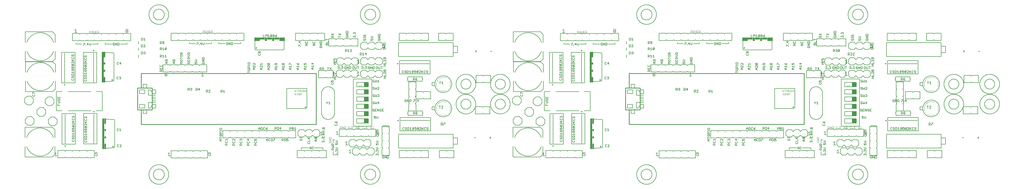
<source format=gto>
G75*
%MOIN*%
%OFA0B0*%
%FSLAX25Y25*%
%IPPOS*%
%LPD*%
%AMOC8*
5,1,8,0,0,1.08239X$1,22.5*
%
%ADD10C,0.00500*%
%ADD11C,0.00400*%
%ADD12C,0.00800*%
%ADD13C,0.02000*%
%ADD14C,0.00600*%
%ADD15R,0.03000X0.42000*%
%ADD16R,0.02000X0.07500*%
%ADD17R,0.02000X0.03000*%
%ADD18R,0.06000X0.06000*%
%ADD19C,0.00300*%
%ADD20C,0.01000*%
%ADD21C,0.00700*%
%ADD22R,0.07500X0.05000*%
%ADD23R,0.07000X0.03000*%
%ADD24R,0.03000X0.05000*%
%ADD25C,0.00200*%
D10*
X0163345Y0129583D02*
X0166347Y0129583D01*
X0164846Y0129583D02*
X0164846Y0134087D01*
X0163345Y0132586D01*
X0218845Y0131835D02*
X0220346Y0132586D01*
X0221097Y0132586D01*
X0221847Y0131835D01*
X0221847Y0130334D01*
X0221097Y0129583D01*
X0219596Y0129583D01*
X0218845Y0130334D01*
X0218845Y0131835D02*
X0218845Y0134087D01*
X0221847Y0134087D01*
X0249245Y0142500D02*
X0249762Y0141983D01*
X0250796Y0141983D01*
X0251313Y0142500D01*
X0252560Y0141983D02*
X0254628Y0144052D01*
X0254628Y0144569D01*
X0254111Y0145086D01*
X0253077Y0145086D01*
X0252560Y0144569D01*
X0251313Y0144569D02*
X0250796Y0145086D01*
X0249762Y0145086D01*
X0249245Y0144569D01*
X0249245Y0142500D01*
X0252560Y0141983D02*
X0254628Y0141983D01*
X0217085Y0147043D02*
X0217085Y0187043D01*
X0220295Y0191713D02*
X0228770Y0191713D01*
X0228770Y0218091D01*
X0220217Y0218092D01*
X0213287Y0218092D02*
X0181389Y0218056D01*
X0173765Y0218091D02*
X0165778Y0218091D01*
X0165778Y0191713D01*
X0173557Y0191713D01*
X0177675Y0186650D02*
X0177675Y0146650D01*
X0187323Y0149917D02*
X0187840Y0149400D01*
X0189908Y0149400D01*
X0190425Y0149917D01*
X0190425Y0150951D01*
X0189908Y0151468D01*
X0189908Y0152714D02*
X0190425Y0153232D01*
X0190425Y0154266D01*
X0189908Y0154783D01*
X0189391Y0154783D01*
X0188874Y0154266D01*
X0188874Y0153232D01*
X0188357Y0152714D01*
X0187840Y0152714D01*
X0187323Y0153232D01*
X0187323Y0154266D01*
X0187840Y0154783D01*
X0187323Y0156029D02*
X0187323Y0157581D01*
X0187840Y0158098D01*
X0189908Y0158098D01*
X0190425Y0157581D01*
X0190425Y0156029D01*
X0187323Y0156029D01*
X0188357Y0159344D02*
X0187323Y0160378D01*
X0190425Y0160378D01*
X0190425Y0159344D02*
X0190425Y0161413D01*
X0189908Y0162659D02*
X0189391Y0162659D01*
X0188874Y0163176D01*
X0188874Y0164210D01*
X0189391Y0164727D01*
X0189908Y0164727D01*
X0190425Y0164210D01*
X0190425Y0163176D01*
X0189908Y0162659D01*
X0188874Y0163176D02*
X0188357Y0162659D01*
X0187840Y0162659D01*
X0187323Y0163176D01*
X0187323Y0164210D01*
X0187840Y0164727D01*
X0188357Y0164727D01*
X0188874Y0164210D01*
X0188874Y0165974D02*
X0188357Y0167008D01*
X0188357Y0167525D01*
X0188874Y0168042D01*
X0189908Y0168042D01*
X0190425Y0167525D01*
X0190425Y0166491D01*
X0189908Y0165974D01*
X0188874Y0165974D02*
X0187323Y0165974D01*
X0187323Y0168042D01*
X0187840Y0169289D02*
X0187323Y0169806D01*
X0187323Y0170840D01*
X0187840Y0171357D01*
X0189908Y0169289D01*
X0190425Y0169806D01*
X0190425Y0170840D01*
X0189908Y0171357D01*
X0187840Y0171357D01*
X0187840Y0172603D02*
X0187323Y0173120D01*
X0187323Y0174155D01*
X0187840Y0174672D01*
X0188357Y0174672D01*
X0190425Y0172603D01*
X0190425Y0174672D01*
X0190425Y0175918D02*
X0187323Y0175918D01*
X0188874Y0176435D02*
X0190425Y0177987D01*
X0189908Y0179233D02*
X0190425Y0179750D01*
X0190425Y0180784D01*
X0189908Y0181301D01*
X0189908Y0182548D02*
X0190425Y0183065D01*
X0190425Y0184099D01*
X0189908Y0184616D01*
X0189391Y0184616D01*
X0188874Y0184099D01*
X0188874Y0183065D01*
X0188357Y0182548D01*
X0187840Y0182548D01*
X0187323Y0183065D01*
X0187323Y0184099D01*
X0187840Y0184616D01*
X0187840Y0181301D02*
X0187323Y0180784D01*
X0187323Y0179750D01*
X0187840Y0179233D01*
X0189908Y0179233D01*
X0187323Y0177987D02*
X0189391Y0175918D01*
X0204332Y0176917D02*
X0206400Y0174849D01*
X0205883Y0175366D02*
X0207435Y0176917D01*
X0206918Y0178164D02*
X0207435Y0178681D01*
X0207435Y0179715D01*
X0206918Y0180232D01*
X0206918Y0181478D02*
X0207435Y0181995D01*
X0207435Y0183030D01*
X0206918Y0183547D01*
X0206400Y0183547D01*
X0205883Y0183030D01*
X0205883Y0181995D01*
X0205366Y0181478D01*
X0204849Y0181478D01*
X0204332Y0181995D01*
X0204332Y0183030D01*
X0204849Y0183547D01*
X0204849Y0180232D02*
X0204332Y0179715D01*
X0204332Y0178681D01*
X0204849Y0178164D01*
X0206918Y0178164D01*
X0207435Y0174849D02*
X0204332Y0174849D01*
X0204849Y0173602D02*
X0204332Y0173085D01*
X0204332Y0172051D01*
X0204849Y0171534D01*
X0204849Y0170288D02*
X0206918Y0168219D01*
X0207435Y0168736D01*
X0207435Y0169770D01*
X0206918Y0170288D01*
X0204849Y0170288D01*
X0204332Y0169770D01*
X0204332Y0168736D01*
X0204849Y0168219D01*
X0206918Y0168219D01*
X0206918Y0166973D02*
X0207435Y0166456D01*
X0207435Y0165421D01*
X0206918Y0164904D01*
X0205883Y0164904D02*
X0205366Y0165938D01*
X0205366Y0166456D01*
X0205883Y0166973D01*
X0206918Y0166973D01*
X0205883Y0164904D02*
X0204332Y0164904D01*
X0204332Y0166973D01*
X0204849Y0163658D02*
X0205366Y0163658D01*
X0205883Y0163141D01*
X0205883Y0162107D01*
X0205366Y0161589D01*
X0204849Y0161589D01*
X0204332Y0162107D01*
X0204332Y0163141D01*
X0204849Y0163658D01*
X0205883Y0163141D02*
X0206400Y0163658D01*
X0206918Y0163658D01*
X0207435Y0163141D01*
X0207435Y0162107D01*
X0206918Y0161589D01*
X0206400Y0161589D01*
X0205883Y0162107D01*
X0207435Y0160343D02*
X0207435Y0158275D01*
X0207435Y0159309D02*
X0204332Y0159309D01*
X0205366Y0158275D01*
X0204849Y0157028D02*
X0206918Y0157028D01*
X0207435Y0156511D01*
X0207435Y0154960D01*
X0204332Y0154960D01*
X0204332Y0156511D01*
X0204849Y0157028D01*
X0204849Y0153713D02*
X0204332Y0153196D01*
X0204332Y0152162D01*
X0204849Y0151645D01*
X0205366Y0151645D01*
X0205883Y0152162D01*
X0205883Y0153196D01*
X0206400Y0153713D01*
X0206918Y0153713D01*
X0207435Y0153196D01*
X0207435Y0152162D01*
X0206918Y0151645D01*
X0206918Y0150399D02*
X0207435Y0149881D01*
X0207435Y0148847D01*
X0206918Y0148330D01*
X0204849Y0148330D01*
X0204332Y0148847D01*
X0204332Y0149881D01*
X0204849Y0150399D01*
X0187840Y0151468D02*
X0187323Y0150951D01*
X0187323Y0149917D01*
X0248945Y0164300D02*
X0248945Y0166369D01*
X0249462Y0166886D01*
X0250496Y0166886D01*
X0251013Y0166369D01*
X0252260Y0165852D02*
X0253294Y0166886D01*
X0253294Y0163783D01*
X0252260Y0163783D02*
X0254328Y0163783D01*
X0251013Y0164300D02*
X0250496Y0163783D01*
X0249462Y0163783D01*
X0248945Y0164300D01*
X0207435Y0171534D02*
X0205366Y0173602D01*
X0204849Y0173602D01*
X0207435Y0173602D02*
X0207435Y0171534D01*
X0189908Y0169289D02*
X0187840Y0169289D01*
X0182082Y0191765D02*
X0213209Y0191695D01*
X0170545Y0198883D02*
X0167442Y0198883D01*
X0167442Y0200952D01*
X0167442Y0202198D02*
X0170028Y0202198D01*
X0170545Y0202715D01*
X0170545Y0203749D01*
X0170028Y0204266D01*
X0167442Y0204266D01*
X0167959Y0205513D02*
X0168476Y0205513D01*
X0168994Y0206030D01*
X0168994Y0207064D01*
X0169511Y0207581D01*
X0170028Y0207581D01*
X0170545Y0207064D01*
X0170545Y0206030D01*
X0170028Y0205513D01*
X0167959Y0205513D02*
X0167442Y0206030D01*
X0167442Y0207064D01*
X0167959Y0207581D01*
X0167442Y0208828D02*
X0170545Y0208828D01*
X0170545Y0210896D01*
X0168994Y0209862D02*
X0168994Y0208828D01*
X0167442Y0208828D02*
X0167442Y0210896D01*
X0136145Y0212000D02*
X0136145Y0213034D01*
X0135628Y0213552D01*
X0135628Y0214798D02*
X0136145Y0214798D01*
X0135628Y0214798D02*
X0133559Y0216866D01*
X0133042Y0216866D01*
X0133042Y0214798D01*
X0133559Y0213552D02*
X0133042Y0213034D01*
X0133042Y0212000D01*
X0133559Y0211483D01*
X0135628Y0211483D01*
X0136145Y0212000D01*
X0168994Y0199917D02*
X0168994Y0198883D01*
X0279600Y0200362D02*
X0279600Y0195362D01*
X0285850Y0195362D01*
X0285918Y0195364D01*
X0285985Y0195369D01*
X0286052Y0195378D01*
X0286119Y0195391D01*
X0286184Y0195408D01*
X0286249Y0195427D01*
X0286313Y0195451D01*
X0286375Y0195478D01*
X0286436Y0195508D01*
X0286494Y0195541D01*
X0286551Y0195577D01*
X0286606Y0195617D01*
X0286659Y0195659D01*
X0286710Y0195705D01*
X0286757Y0195752D01*
X0286803Y0195803D01*
X0286845Y0195856D01*
X0286885Y0195911D01*
X0286921Y0195968D01*
X0286954Y0196026D01*
X0286984Y0196087D01*
X0287011Y0196149D01*
X0287035Y0196213D01*
X0287054Y0196278D01*
X0287071Y0196343D01*
X0287084Y0196410D01*
X0287093Y0196477D01*
X0287098Y0196544D01*
X0287100Y0196612D01*
X0287100Y0199112D01*
X0287098Y0199180D01*
X0287093Y0199247D01*
X0287084Y0199314D01*
X0287071Y0199381D01*
X0287054Y0199446D01*
X0287035Y0199511D01*
X0287011Y0199575D01*
X0286984Y0199637D01*
X0286954Y0199698D01*
X0286921Y0199756D01*
X0286885Y0199813D01*
X0286845Y0199868D01*
X0286803Y0199921D01*
X0286757Y0199972D01*
X0286710Y0200019D01*
X0286659Y0200065D01*
X0286606Y0200107D01*
X0286551Y0200147D01*
X0286494Y0200183D01*
X0286436Y0200216D01*
X0286375Y0200246D01*
X0286313Y0200273D01*
X0286249Y0200297D01*
X0286184Y0200316D01*
X0286119Y0200333D01*
X0286052Y0200346D01*
X0285985Y0200355D01*
X0285918Y0200360D01*
X0285850Y0200362D01*
X0279600Y0200362D01*
X0292100Y0202862D02*
X0292100Y0195362D01*
X0293931Y0195362D01*
X0294971Y0195919D02*
X0297100Y0199112D01*
X0297100Y0200362D02*
X0302100Y0200362D01*
X0302100Y0195362D01*
X0297100Y0195362D01*
X0294971Y0195919D02*
X0294932Y0195863D01*
X0294889Y0195809D01*
X0294844Y0195758D01*
X0294796Y0195710D01*
X0294746Y0195664D01*
X0294693Y0195621D01*
X0294637Y0195581D01*
X0294580Y0195544D01*
X0294521Y0195510D01*
X0294460Y0195479D01*
X0294397Y0195452D01*
X0294333Y0195428D01*
X0294268Y0195408D01*
X0294202Y0195392D01*
X0294135Y0195379D01*
X0294067Y0195369D01*
X0293999Y0195364D01*
X0293931Y0195362D01*
X0289600Y0192862D02*
X0289600Y0187862D01*
X0284600Y0187862D01*
X0284600Y0192862D01*
X0292100Y0202862D02*
X0297100Y0202862D01*
X0302100Y0202862D01*
X0302100Y0205362D02*
X0297100Y0205362D01*
X0297100Y0207862D02*
X0302100Y0207862D01*
X0302100Y0210362D02*
X0297100Y0210362D01*
X0297100Y0212862D02*
X0292100Y0212862D01*
X0292100Y0220362D01*
X0293931Y0220362D01*
X0294971Y0219806D02*
X0297100Y0216612D01*
X0297100Y0215362D02*
X0302100Y0215362D01*
X0302100Y0220362D01*
X0297100Y0220362D01*
X0294971Y0219805D02*
X0294932Y0219861D01*
X0294889Y0219915D01*
X0294844Y0219966D01*
X0294796Y0220014D01*
X0294746Y0220060D01*
X0294693Y0220103D01*
X0294637Y0220143D01*
X0294580Y0220180D01*
X0294521Y0220214D01*
X0294460Y0220245D01*
X0294397Y0220272D01*
X0294333Y0220296D01*
X0294268Y0220316D01*
X0294202Y0220332D01*
X0294135Y0220345D01*
X0294067Y0220355D01*
X0293999Y0220360D01*
X0293931Y0220362D01*
X0289600Y0222862D02*
X0289600Y0227862D01*
X0284600Y0227862D01*
X0284600Y0222862D01*
X0285850Y0220362D02*
X0279600Y0220362D01*
X0279600Y0215362D01*
X0285850Y0215362D01*
X0285918Y0215364D01*
X0285985Y0215369D01*
X0286052Y0215378D01*
X0286119Y0215391D01*
X0286184Y0215408D01*
X0286249Y0215427D01*
X0286313Y0215451D01*
X0286375Y0215478D01*
X0286436Y0215508D01*
X0286494Y0215541D01*
X0286551Y0215577D01*
X0286606Y0215617D01*
X0286659Y0215659D01*
X0286710Y0215705D01*
X0286757Y0215752D01*
X0286803Y0215803D01*
X0286845Y0215856D01*
X0286885Y0215911D01*
X0286921Y0215968D01*
X0286954Y0216026D01*
X0286984Y0216087D01*
X0287011Y0216149D01*
X0287035Y0216213D01*
X0287054Y0216278D01*
X0287071Y0216343D01*
X0287084Y0216410D01*
X0287093Y0216477D01*
X0287098Y0216544D01*
X0287100Y0216612D01*
X0287100Y0219112D01*
X0287098Y0219180D01*
X0287093Y0219247D01*
X0287084Y0219314D01*
X0287071Y0219381D01*
X0287054Y0219446D01*
X0287035Y0219511D01*
X0287011Y0219575D01*
X0286984Y0219637D01*
X0286954Y0219698D01*
X0286921Y0219756D01*
X0286885Y0219813D01*
X0286845Y0219868D01*
X0286803Y0219921D01*
X0286757Y0219972D01*
X0286710Y0220019D01*
X0286659Y0220065D01*
X0286606Y0220107D01*
X0286551Y0220147D01*
X0286494Y0220183D01*
X0286436Y0220216D01*
X0286375Y0220246D01*
X0286313Y0220273D01*
X0286249Y0220297D01*
X0286184Y0220316D01*
X0286119Y0220333D01*
X0286052Y0220346D01*
X0285985Y0220355D01*
X0285918Y0220360D01*
X0285850Y0220362D01*
X0297100Y0212862D02*
X0302100Y0212862D01*
X0346145Y0219483D02*
X0346145Y0222586D01*
X0347696Y0222586D01*
X0348213Y0222069D01*
X0348213Y0221034D01*
X0347696Y0220517D01*
X0346145Y0220517D01*
X0347179Y0220517D02*
X0348213Y0219483D01*
X0349460Y0220000D02*
X0349977Y0219483D01*
X0351011Y0219483D01*
X0351528Y0220000D01*
X0351528Y0220517D01*
X0351011Y0221034D01*
X0350494Y0221034D01*
X0351011Y0221034D02*
X0351528Y0221552D01*
X0351528Y0222069D01*
X0351011Y0222586D01*
X0349977Y0222586D01*
X0349460Y0222069D01*
X0357145Y0222486D02*
X0357145Y0219383D01*
X0357145Y0220417D02*
X0358696Y0220417D01*
X0359213Y0220934D01*
X0359213Y0221969D01*
X0358696Y0222486D01*
X0357145Y0222486D01*
X0358179Y0220417D02*
X0359213Y0219383D01*
X0360460Y0220934D02*
X0362528Y0220934D01*
X0362011Y0219383D02*
X0362011Y0222486D01*
X0360460Y0220934D01*
X0371245Y0220186D02*
X0371245Y0217083D01*
X0371245Y0218117D02*
X0372796Y0218117D01*
X0373313Y0218634D01*
X0373313Y0219669D01*
X0372796Y0220186D01*
X0371245Y0220186D01*
X0372279Y0218117D02*
X0373313Y0217083D01*
X0374560Y0217083D02*
X0376628Y0219152D01*
X0376628Y0219669D01*
X0376111Y0220186D01*
X0375077Y0220186D01*
X0374560Y0219669D01*
X0374560Y0217083D02*
X0376628Y0217083D01*
X0391245Y0216883D02*
X0391245Y0219986D01*
X0392796Y0219986D01*
X0393313Y0219469D01*
X0393313Y0218434D01*
X0392796Y0217917D01*
X0391245Y0217917D01*
X0392279Y0217917D02*
X0393313Y0216883D01*
X0394560Y0216883D02*
X0396628Y0216883D01*
X0395594Y0216883D02*
X0395594Y0219986D01*
X0394560Y0218952D01*
X0367714Y0239167D02*
X0364711Y0239167D01*
X0366212Y0239167D02*
X0366212Y0243671D01*
X0364711Y0242170D01*
X0317714Y0240669D02*
X0316963Y0241419D01*
X0314711Y0241419D01*
X0314711Y0239918D01*
X0315462Y0239167D01*
X0316963Y0239167D01*
X0317714Y0239918D01*
X0317714Y0240669D01*
X0316212Y0242921D02*
X0314711Y0241419D01*
X0316212Y0242921D02*
X0317714Y0243671D01*
X0310845Y0245583D02*
X0307742Y0245583D01*
X0307742Y0247134D01*
X0308259Y0247652D01*
X0309294Y0247652D01*
X0309811Y0247134D01*
X0309811Y0245583D01*
X0309811Y0246617D02*
X0310845Y0247652D01*
X0310845Y0248898D02*
X0310845Y0250966D01*
X0310328Y0252213D02*
X0310845Y0252730D01*
X0310845Y0253764D01*
X0310328Y0254281D01*
X0310328Y0252213D02*
X0308259Y0252213D01*
X0307742Y0252730D01*
X0307742Y0253764D01*
X0308259Y0254281D01*
X0307742Y0250966D02*
X0307742Y0248898D01*
X0310845Y0248898D01*
X0309294Y0248898D02*
X0309294Y0249932D01*
X0316176Y0256483D02*
X0315142Y0257517D01*
X0316176Y0258552D01*
X0318245Y0258552D01*
X0317728Y0259798D02*
X0318245Y0260315D01*
X0318245Y0261349D01*
X0317728Y0261866D01*
X0315659Y0261866D01*
X0315142Y0261349D01*
X0315142Y0260315D01*
X0315659Y0259798D01*
X0316176Y0259798D01*
X0316694Y0260315D01*
X0316694Y0261866D01*
X0316694Y0258552D02*
X0316694Y0256483D01*
X0316176Y0256483D02*
X0318245Y0256483D01*
X0325342Y0257617D02*
X0326376Y0258652D01*
X0328445Y0258652D01*
X0327928Y0259898D02*
X0327411Y0259898D01*
X0326894Y0260415D01*
X0326894Y0261449D01*
X0327411Y0261966D01*
X0327928Y0261966D01*
X0328445Y0261449D01*
X0328445Y0260415D01*
X0327928Y0259898D01*
X0326894Y0260415D02*
X0326376Y0259898D01*
X0325859Y0259898D01*
X0325342Y0260415D01*
X0325342Y0261449D01*
X0325859Y0261966D01*
X0326376Y0261966D01*
X0326894Y0261449D01*
X0326894Y0258652D02*
X0326894Y0256583D01*
X0326376Y0256583D02*
X0325342Y0257617D01*
X0326376Y0256583D02*
X0328445Y0256583D01*
X0335542Y0256283D02*
X0336576Y0257317D01*
X0335542Y0258352D01*
X0338645Y0258352D01*
X0338128Y0259598D02*
X0338645Y0260115D01*
X0338645Y0261149D01*
X0338128Y0261666D01*
X0336059Y0261666D01*
X0335542Y0261149D01*
X0335542Y0260115D01*
X0336059Y0259598D01*
X0338128Y0259598D01*
X0338645Y0256283D02*
X0335542Y0256283D01*
X0345542Y0256700D02*
X0345542Y0257734D01*
X0346059Y0258252D01*
X0347094Y0257734D02*
X0347611Y0258252D01*
X0348128Y0258252D01*
X0348645Y0257734D01*
X0348645Y0256700D01*
X0348128Y0256183D01*
X0347094Y0256700D02*
X0347094Y0257734D01*
X0347094Y0256700D02*
X0346576Y0256183D01*
X0346059Y0256183D01*
X0345542Y0256700D01*
X0345542Y0259498D02*
X0348645Y0259498D01*
X0348645Y0261566D01*
X0348645Y0262813D02*
X0345542Y0262813D01*
X0345542Y0264364D01*
X0346059Y0264881D01*
X0347094Y0264881D01*
X0347611Y0264364D01*
X0347611Y0262813D01*
X0347611Y0263847D02*
X0348645Y0264881D01*
X0347611Y0266128D02*
X0348645Y0267162D01*
X0347611Y0268196D01*
X0345542Y0268196D01*
X0346059Y0269442D02*
X0348128Y0269442D01*
X0348645Y0269959D01*
X0348645Y0270994D01*
X0348128Y0271511D01*
X0346059Y0271511D01*
X0345542Y0270994D01*
X0345542Y0269959D01*
X0346059Y0269442D01*
X0345542Y0266128D02*
X0347611Y0266128D01*
X0345542Y0261566D02*
X0345542Y0259498D01*
X0347094Y0259498D02*
X0347094Y0260532D01*
X0355642Y0259598D02*
X0357711Y0259598D01*
X0358745Y0260632D01*
X0357711Y0261666D01*
X0355642Y0261666D01*
X0355642Y0258352D02*
X0355642Y0256283D01*
X0357194Y0256283D01*
X0356676Y0257317D01*
X0356676Y0257834D01*
X0357194Y0258352D01*
X0358228Y0258352D01*
X0358745Y0257834D01*
X0358745Y0256800D01*
X0358228Y0256283D01*
X0365642Y0256700D02*
X0366159Y0256183D01*
X0368228Y0256183D01*
X0368745Y0256700D01*
X0368745Y0257734D01*
X0368228Y0258252D01*
X0367194Y0258252D01*
X0367194Y0257217D01*
X0366159Y0258252D02*
X0365642Y0257734D01*
X0365642Y0256700D01*
X0365642Y0259498D02*
X0368745Y0261566D01*
X0365642Y0261566D01*
X0365642Y0262813D02*
X0365642Y0264364D01*
X0366159Y0264881D01*
X0368228Y0264881D01*
X0368745Y0264364D01*
X0368745Y0262813D01*
X0365642Y0262813D01*
X0365642Y0259498D02*
X0368745Y0259498D01*
X0338645Y0263947D02*
X0335542Y0263947D01*
X0335542Y0262913D02*
X0335542Y0264981D01*
X0336059Y0266228D02*
X0338128Y0266228D01*
X0338645Y0266745D01*
X0338645Y0267779D01*
X0338128Y0268296D01*
X0336059Y0268296D01*
X0335542Y0267779D01*
X0335542Y0266745D01*
X0336059Y0266228D01*
X0335542Y0269542D02*
X0335542Y0271094D01*
X0336059Y0271611D01*
X0337094Y0271611D01*
X0337611Y0271094D01*
X0337611Y0269542D01*
X0338645Y0269542D02*
X0335542Y0269542D01*
X0337611Y0270577D02*
X0338645Y0271611D01*
X0316743Y0275800D02*
X0316226Y0275283D01*
X0315192Y0275283D01*
X0314675Y0275800D01*
X0316743Y0277869D01*
X0316743Y0275800D01*
X0314675Y0275800D02*
X0314675Y0277869D01*
X0315192Y0278386D01*
X0316226Y0278386D01*
X0316743Y0277869D01*
X0313428Y0275283D02*
X0311360Y0275283D01*
X0312394Y0275283D02*
X0312394Y0278386D01*
X0311360Y0277352D01*
X0310113Y0277869D02*
X0310113Y0276834D01*
X0309596Y0276317D01*
X0308045Y0276317D01*
X0308045Y0275283D02*
X0308045Y0278386D01*
X0309596Y0278386D01*
X0310113Y0277869D01*
X0309079Y0276317D02*
X0310113Y0275283D01*
X0309496Y0268386D02*
X0310013Y0267869D01*
X0310013Y0266834D01*
X0309496Y0266317D01*
X0307945Y0266317D01*
X0307945Y0265283D02*
X0307945Y0268386D01*
X0309496Y0268386D01*
X0311260Y0267352D02*
X0312294Y0268386D01*
X0312294Y0265283D01*
X0311260Y0265283D02*
X0313328Y0265283D01*
X0314575Y0265283D02*
X0316643Y0265283D01*
X0315609Y0265283D02*
X0315609Y0268386D01*
X0314575Y0267352D01*
X0310013Y0265283D02*
X0308979Y0266317D01*
X0287528Y0270100D02*
X0287011Y0269583D01*
X0285977Y0269583D01*
X0285460Y0270100D01*
X0284213Y0270100D02*
X0284213Y0272169D01*
X0283696Y0272686D01*
X0282145Y0272686D01*
X0282145Y0269583D01*
X0283696Y0269583D01*
X0284213Y0270100D01*
X0285460Y0272169D02*
X0285977Y0272686D01*
X0287011Y0272686D01*
X0287528Y0272169D01*
X0287528Y0271652D01*
X0287011Y0271134D01*
X0287528Y0270617D01*
X0287528Y0270100D01*
X0287011Y0271134D02*
X0286494Y0271134D01*
X0278236Y0268525D02*
X0278236Y0264775D01*
X0253911Y0258286D02*
X0252360Y0256734D01*
X0254428Y0256734D01*
X0253911Y0255183D02*
X0253911Y0258286D01*
X0251113Y0257769D02*
X0250596Y0258286D01*
X0249562Y0258286D01*
X0249045Y0257769D01*
X0249045Y0255700D01*
X0249562Y0255183D01*
X0250596Y0255183D01*
X0251113Y0255700D01*
X0207143Y0255432D02*
X0205075Y0257500D01*
X0204558Y0257500D01*
X0204041Y0256983D01*
X0204041Y0255949D01*
X0204558Y0255432D01*
X0204558Y0254185D02*
X0206626Y0252117D01*
X0207143Y0252634D01*
X0207143Y0253668D01*
X0206626Y0254185D01*
X0204558Y0254185D01*
X0204041Y0253668D01*
X0204041Y0252634D01*
X0204558Y0252117D01*
X0206626Y0252117D01*
X0206626Y0250870D02*
X0207143Y0250353D01*
X0207143Y0249319D01*
X0206626Y0248802D01*
X0205592Y0248802D02*
X0205075Y0249836D01*
X0205075Y0250353D01*
X0205592Y0250870D01*
X0206626Y0250870D01*
X0205592Y0248802D02*
X0204041Y0248802D01*
X0204041Y0250870D01*
X0204558Y0247556D02*
X0205075Y0247556D01*
X0205592Y0247038D01*
X0205592Y0246004D01*
X0205075Y0245487D01*
X0204558Y0245487D01*
X0204041Y0246004D01*
X0204041Y0247038D01*
X0204558Y0247556D01*
X0205592Y0247038D02*
X0206109Y0247556D01*
X0206626Y0247556D01*
X0207143Y0247038D01*
X0207143Y0246004D01*
X0206626Y0245487D01*
X0206109Y0245487D01*
X0205592Y0246004D01*
X0207143Y0244241D02*
X0207143Y0242172D01*
X0207143Y0243206D02*
X0204041Y0243206D01*
X0205075Y0242172D01*
X0204558Y0240926D02*
X0206626Y0240926D01*
X0207143Y0240409D01*
X0207143Y0238857D01*
X0204041Y0238857D01*
X0204041Y0240409D01*
X0204558Y0240926D01*
X0204558Y0237611D02*
X0204041Y0237094D01*
X0204041Y0236060D01*
X0204558Y0235543D01*
X0205075Y0235543D01*
X0205592Y0236060D01*
X0205592Y0237094D01*
X0206109Y0237611D01*
X0206626Y0237611D01*
X0207143Y0237094D01*
X0207143Y0236060D01*
X0206626Y0235543D01*
X0206626Y0234296D02*
X0207143Y0233779D01*
X0207143Y0232745D01*
X0206626Y0232228D01*
X0204558Y0232228D01*
X0204041Y0232745D01*
X0204041Y0233779D01*
X0204558Y0234296D01*
X0216793Y0230941D02*
X0216793Y0270941D01*
X0207143Y0266927D02*
X0206626Y0267444D01*
X0206109Y0267444D01*
X0205592Y0266927D01*
X0205592Y0265893D01*
X0205075Y0265376D01*
X0204558Y0265376D01*
X0204041Y0265893D01*
X0204041Y0266927D01*
X0204558Y0267444D01*
X0207143Y0266927D02*
X0207143Y0265893D01*
X0206626Y0265376D01*
X0206626Y0264130D02*
X0207143Y0263613D01*
X0207143Y0262578D01*
X0206626Y0262061D01*
X0204558Y0262061D01*
X0204041Y0262578D01*
X0204041Y0263613D01*
X0204558Y0264130D01*
X0204041Y0260815D02*
X0206109Y0258746D01*
X0205592Y0259263D02*
X0207143Y0260815D01*
X0207143Y0258746D02*
X0204041Y0258746D01*
X0207143Y0257500D02*
X0207143Y0255432D01*
X0189748Y0255052D02*
X0189748Y0254018D01*
X0189231Y0253501D01*
X0187162Y0255570D01*
X0189231Y0255570D01*
X0189748Y0255052D01*
X0189231Y0253501D02*
X0187162Y0253501D01*
X0186645Y0254018D01*
X0186645Y0255052D01*
X0187162Y0255570D01*
X0187162Y0256816D02*
X0186645Y0257333D01*
X0186645Y0258367D01*
X0187162Y0258884D01*
X0187680Y0258884D01*
X0189748Y0256816D01*
X0189748Y0258884D01*
X0189748Y0260131D02*
X0186645Y0260131D01*
X0188197Y0260648D02*
X0189748Y0262199D01*
X0189231Y0263446D02*
X0189748Y0263963D01*
X0189748Y0264997D01*
X0189231Y0265514D01*
X0189231Y0266760D02*
X0189748Y0267278D01*
X0189748Y0268312D01*
X0189231Y0268829D01*
X0188714Y0268829D01*
X0188197Y0268312D01*
X0188197Y0267278D01*
X0187680Y0266760D01*
X0187162Y0266760D01*
X0186645Y0267278D01*
X0186645Y0268312D01*
X0187162Y0268829D01*
X0187162Y0265514D02*
X0186645Y0264997D01*
X0186645Y0263963D01*
X0187162Y0263446D01*
X0189231Y0263446D01*
X0186645Y0262199D02*
X0188714Y0260131D01*
X0189231Y0252255D02*
X0189748Y0251738D01*
X0189748Y0250703D01*
X0189231Y0250186D01*
X0188197Y0250186D02*
X0187680Y0251221D01*
X0187680Y0251738D01*
X0188197Y0252255D01*
X0189231Y0252255D01*
X0188197Y0250186D02*
X0186645Y0250186D01*
X0186645Y0252255D01*
X0187162Y0248940D02*
X0187680Y0248940D01*
X0188197Y0248423D01*
X0188197Y0247389D01*
X0187680Y0246872D01*
X0187162Y0246872D01*
X0186645Y0247389D01*
X0186645Y0248423D01*
X0187162Y0248940D01*
X0188197Y0248423D02*
X0188714Y0248940D01*
X0189231Y0248940D01*
X0189748Y0248423D01*
X0189748Y0247389D01*
X0189231Y0246872D01*
X0188714Y0246872D01*
X0188197Y0247389D01*
X0189748Y0245625D02*
X0189748Y0243557D01*
X0189748Y0244591D02*
X0186645Y0244591D01*
X0187680Y0243557D01*
X0187162Y0242310D02*
X0186645Y0241793D01*
X0186645Y0240242D01*
X0189748Y0240242D01*
X0189748Y0241793D01*
X0189231Y0242310D01*
X0187162Y0242310D01*
X0187162Y0238995D02*
X0186645Y0238478D01*
X0186645Y0237444D01*
X0187162Y0236927D01*
X0187680Y0236927D01*
X0188197Y0237444D01*
X0188197Y0238478D01*
X0188714Y0238995D01*
X0189231Y0238995D01*
X0189748Y0238478D01*
X0189748Y0237444D01*
X0189231Y0236927D01*
X0189231Y0235681D02*
X0189748Y0235164D01*
X0189748Y0234129D01*
X0189231Y0233612D01*
X0187162Y0233612D01*
X0186645Y0234129D01*
X0186645Y0235164D01*
X0187162Y0235681D01*
X0176998Y0230862D02*
X0176998Y0270862D01*
X0202545Y0281483D02*
X0202545Y0282000D01*
X0204613Y0284069D01*
X0204613Y0284586D01*
X0202545Y0284586D01*
X0205860Y0282000D02*
X0206377Y0282000D01*
X0206377Y0281483D01*
X0205860Y0281483D01*
X0205860Y0282000D01*
X0207517Y0283034D02*
X0209586Y0283034D01*
X0210832Y0282517D02*
X0211866Y0281483D01*
X0212900Y0282517D01*
X0212900Y0284586D01*
X0210832Y0284586D02*
X0210832Y0282517D01*
X0209068Y0281483D02*
X0209068Y0284586D01*
X0207517Y0283034D01*
X0243345Y0282200D02*
X0243862Y0281683D01*
X0244896Y0281683D01*
X0245413Y0282200D01*
X0245413Y0283234D01*
X0244379Y0283234D01*
X0243345Y0282200D02*
X0243345Y0284269D01*
X0243862Y0284786D01*
X0244896Y0284786D01*
X0245413Y0284269D01*
X0246660Y0284786D02*
X0248728Y0281683D01*
X0248728Y0284786D01*
X0249975Y0284786D02*
X0251526Y0284786D01*
X0252043Y0284269D01*
X0252043Y0282200D01*
X0251526Y0281683D01*
X0249975Y0281683D01*
X0249975Y0284786D01*
X0246660Y0284786D02*
X0246660Y0281683D01*
X0278236Y0283475D02*
X0278236Y0287225D01*
X0282345Y0288483D02*
X0283896Y0288483D01*
X0284413Y0289000D01*
X0284413Y0291069D01*
X0283896Y0291586D01*
X0282345Y0291586D01*
X0282345Y0288483D01*
X0285660Y0288483D02*
X0287728Y0288483D01*
X0286694Y0288483D02*
X0286694Y0291586D01*
X0285660Y0290552D01*
X0285877Y0282386D02*
X0285360Y0281869D01*
X0285877Y0282386D02*
X0286911Y0282386D01*
X0287428Y0281869D01*
X0287428Y0281352D01*
X0285360Y0279283D01*
X0287428Y0279283D01*
X0284113Y0279800D02*
X0284113Y0281869D01*
X0283596Y0282386D01*
X0282045Y0282386D01*
X0282045Y0279283D01*
X0283596Y0279283D01*
X0284113Y0279800D01*
X0278236Y0278367D02*
X0278236Y0274617D01*
X0307945Y0283683D02*
X0307945Y0286786D01*
X0309496Y0286786D01*
X0310013Y0286269D01*
X0310013Y0285234D01*
X0309496Y0284717D01*
X0307945Y0284717D01*
X0308979Y0284717D02*
X0310013Y0283683D01*
X0311260Y0284200D02*
X0311777Y0283683D01*
X0312811Y0283683D01*
X0313328Y0284200D01*
X0313328Y0286269D01*
X0312811Y0286786D01*
X0311777Y0286786D01*
X0311260Y0286269D01*
X0311260Y0285752D01*
X0311777Y0285234D01*
X0313328Y0285234D01*
X0358145Y0285286D02*
X0360213Y0285286D01*
X0360213Y0284769D01*
X0358145Y0282700D01*
X0358145Y0282183D01*
X0361460Y0282183D02*
X0361977Y0282183D01*
X0361977Y0282700D01*
X0361460Y0282700D01*
X0361460Y0282183D01*
X0363117Y0283734D02*
X0365186Y0283734D01*
X0366432Y0283217D02*
X0366432Y0285286D01*
X0364668Y0285286D02*
X0363117Y0283734D01*
X0364668Y0282183D02*
X0364668Y0285286D01*
X0366432Y0283217D02*
X0367466Y0282183D01*
X0368500Y0283217D01*
X0368500Y0285286D01*
X0398945Y0284969D02*
X0398945Y0282900D01*
X0399462Y0282383D01*
X0400496Y0282383D01*
X0401013Y0282900D01*
X0401013Y0283934D01*
X0399979Y0283934D01*
X0398945Y0284969D02*
X0399462Y0285486D01*
X0400496Y0285486D01*
X0401013Y0284969D01*
X0402260Y0285486D02*
X0404328Y0282383D01*
X0404328Y0285486D01*
X0405575Y0285486D02*
X0407126Y0285486D01*
X0407643Y0284969D01*
X0407643Y0282900D01*
X0407126Y0282383D01*
X0405575Y0282383D01*
X0405575Y0285486D01*
X0402260Y0285486D02*
X0402260Y0282383D01*
X0442642Y0272649D02*
X0443159Y0273166D01*
X0443676Y0273166D01*
X0444194Y0272649D01*
X0444194Y0271615D01*
X0443676Y0271098D01*
X0443159Y0271098D01*
X0442642Y0271615D01*
X0442642Y0272649D01*
X0444194Y0272649D02*
X0444711Y0273166D01*
X0445228Y0273166D01*
X0445745Y0272649D01*
X0445745Y0271615D01*
X0445228Y0271098D01*
X0444711Y0271098D01*
X0444194Y0271615D01*
X0445228Y0269852D02*
X0445745Y0269334D01*
X0445745Y0268300D01*
X0445228Y0267783D01*
X0443159Y0267783D01*
X0442642Y0268300D01*
X0442642Y0269334D01*
X0443159Y0269852D01*
X0438445Y0257081D02*
X0438445Y0255013D01*
X0436376Y0257081D01*
X0435859Y0257081D01*
X0435342Y0256564D01*
X0435342Y0255530D01*
X0435859Y0255013D01*
X0435859Y0253766D02*
X0435342Y0253249D01*
X0435342Y0252215D01*
X0435859Y0251698D01*
X0436376Y0250452D02*
X0438445Y0250452D01*
X0438445Y0251698D02*
X0436376Y0253766D01*
X0435859Y0253766D01*
X0438445Y0253766D02*
X0438445Y0251698D01*
X0436894Y0250452D02*
X0436894Y0248383D01*
X0436376Y0248383D02*
X0435342Y0249417D01*
X0436376Y0250452D01*
X0436376Y0248383D02*
X0438445Y0248383D01*
X0445142Y0249317D02*
X0446176Y0250352D01*
X0448245Y0250352D01*
X0448245Y0251598D02*
X0446176Y0253666D01*
X0445659Y0253666D01*
X0445142Y0253149D01*
X0445142Y0252115D01*
X0445659Y0251598D01*
X0446694Y0250352D02*
X0446694Y0248283D01*
X0446176Y0248283D02*
X0445142Y0249317D01*
X0446176Y0248283D02*
X0448245Y0248283D01*
X0448245Y0251598D02*
X0448245Y0253666D01*
X0448245Y0254913D02*
X0448245Y0256981D01*
X0448245Y0255947D02*
X0445142Y0255947D01*
X0446176Y0254913D01*
X0455342Y0255230D02*
X0455342Y0256264D01*
X0455859Y0256781D01*
X0457928Y0254713D01*
X0458445Y0255230D01*
X0458445Y0256264D01*
X0457928Y0256781D01*
X0455859Y0256781D01*
X0455342Y0255230D02*
X0455859Y0254713D01*
X0457928Y0254713D01*
X0458445Y0253466D02*
X0458445Y0251398D01*
X0456376Y0253466D01*
X0455859Y0253466D01*
X0455342Y0252949D01*
X0455342Y0251915D01*
X0455859Y0251398D01*
X0456376Y0250152D02*
X0458445Y0250152D01*
X0456894Y0250152D02*
X0456894Y0248083D01*
X0456376Y0248083D02*
X0455342Y0249117D01*
X0456376Y0250152D01*
X0456376Y0248083D02*
X0458445Y0248083D01*
X0465342Y0249117D02*
X0466376Y0250152D01*
X0468445Y0250152D01*
X0468445Y0251398D02*
X0468445Y0253466D01*
X0468445Y0252432D02*
X0465342Y0252432D01*
X0466376Y0251398D01*
X0466894Y0250152D02*
X0466894Y0248083D01*
X0466376Y0248083D02*
X0465342Y0249117D01*
X0466376Y0248083D02*
X0468445Y0248083D01*
X0475342Y0249117D02*
X0476376Y0250152D01*
X0478445Y0250152D01*
X0478445Y0251398D02*
X0478445Y0253466D01*
X0478445Y0252432D02*
X0475342Y0252432D01*
X0476376Y0251398D01*
X0476894Y0250152D02*
X0476894Y0248083D01*
X0476376Y0248083D02*
X0475342Y0249117D01*
X0476376Y0248083D02*
X0478445Y0248083D01*
X0485042Y0249217D02*
X0486076Y0250252D01*
X0488145Y0250252D01*
X0488145Y0251498D02*
X0488145Y0253566D01*
X0488145Y0252532D02*
X0485042Y0252532D01*
X0486076Y0251498D01*
X0486594Y0250252D02*
X0486594Y0248183D01*
X0486076Y0248183D02*
X0485042Y0249217D01*
X0486076Y0248183D02*
X0488145Y0248183D01*
X0495342Y0249217D02*
X0496376Y0250252D01*
X0498445Y0250252D01*
X0498445Y0251498D02*
X0498445Y0253566D01*
X0498445Y0252532D02*
X0495342Y0252532D01*
X0496376Y0251498D01*
X0496894Y0250252D02*
X0496894Y0248183D01*
X0496376Y0248183D02*
X0495342Y0249217D01*
X0496376Y0248183D02*
X0498445Y0248183D01*
X0505242Y0249217D02*
X0506276Y0250252D01*
X0508345Y0250252D01*
X0508345Y0251498D02*
X0508345Y0253566D01*
X0508345Y0252532D02*
X0505242Y0252532D01*
X0506276Y0251498D01*
X0506794Y0250252D02*
X0506794Y0248183D01*
X0506276Y0248183D02*
X0505242Y0249217D01*
X0506276Y0248183D02*
X0508345Y0248183D01*
X0515542Y0249517D02*
X0516576Y0250552D01*
X0518645Y0250552D01*
X0518645Y0251798D02*
X0518645Y0253866D01*
X0518645Y0252832D02*
X0515542Y0252832D01*
X0516576Y0251798D01*
X0517094Y0250552D02*
X0517094Y0248483D01*
X0516576Y0248483D02*
X0515542Y0249517D01*
X0516576Y0248483D02*
X0518645Y0248483D01*
X0527045Y0247983D02*
X0527045Y0251086D01*
X0528596Y0251086D01*
X0529113Y0250569D01*
X0529113Y0249534D01*
X0528596Y0249017D01*
X0527045Y0249017D01*
X0528079Y0249017D02*
X0529113Y0247983D01*
X0530360Y0247983D02*
X0532428Y0251086D01*
X0530360Y0251086D02*
X0532428Y0247983D01*
X0537445Y0251086D02*
X0539513Y0251086D01*
X0538479Y0251086D02*
X0538479Y0247983D01*
X0540760Y0247983D02*
X0542828Y0251086D01*
X0540760Y0251086D02*
X0542828Y0247983D01*
X0545234Y0247043D02*
X0545234Y0237043D01*
X0546142Y0236952D02*
X0549245Y0236952D01*
X0549245Y0238198D02*
X0549245Y0240266D01*
X0549245Y0241513D02*
X0547176Y0243581D01*
X0546659Y0243581D01*
X0546142Y0243064D01*
X0546142Y0242030D01*
X0546659Y0241513D01*
X0546261Y0240431D02*
X0546261Y0244935D01*
X0544760Y0243434D01*
X0544760Y0240431D02*
X0547762Y0240431D01*
X0549245Y0241513D02*
X0549245Y0243581D01*
X0551962Y0249483D02*
X0551445Y0250000D01*
X0551962Y0249483D02*
X0552996Y0249483D01*
X0553513Y0250000D01*
X0553513Y0250517D01*
X0552996Y0251034D01*
X0552479Y0251034D01*
X0552996Y0251034D02*
X0553513Y0251552D01*
X0553513Y0252069D01*
X0552996Y0252586D01*
X0551962Y0252586D01*
X0551445Y0252069D01*
X0554760Y0250000D02*
X0555277Y0250000D01*
X0555277Y0249483D01*
X0554760Y0249483D01*
X0554760Y0250000D01*
X0556417Y0250000D02*
X0556934Y0249483D01*
X0557968Y0249483D01*
X0558486Y0250000D01*
X0558486Y0250517D01*
X0557968Y0251034D01*
X0557451Y0251034D01*
X0557968Y0251034D02*
X0558486Y0251552D01*
X0558486Y0252069D01*
X0557968Y0252586D01*
X0556934Y0252586D01*
X0556417Y0252069D01*
X0561045Y0251969D02*
X0561045Y0249900D01*
X0561562Y0249383D01*
X0562596Y0249383D01*
X0563113Y0249900D01*
X0563113Y0250934D01*
X0562079Y0250934D01*
X0561045Y0251969D02*
X0561562Y0252486D01*
X0562596Y0252486D01*
X0563113Y0251969D01*
X0564360Y0252486D02*
X0566428Y0249383D01*
X0566428Y0252486D01*
X0567675Y0252486D02*
X0569226Y0252486D01*
X0569743Y0251969D01*
X0569743Y0249900D01*
X0569226Y0249383D01*
X0567675Y0249383D01*
X0567675Y0252486D01*
X0564360Y0252486D02*
X0564360Y0249383D01*
X0571845Y0249900D02*
X0572362Y0249383D01*
X0573396Y0249383D01*
X0573913Y0249900D01*
X0573913Y0251969D01*
X0573396Y0252486D01*
X0572362Y0252486D01*
X0571845Y0251969D01*
X0571845Y0249900D01*
X0575160Y0249900D02*
X0575677Y0249383D01*
X0576711Y0249383D01*
X0577228Y0249900D01*
X0577228Y0252486D01*
X0578475Y0252486D02*
X0580543Y0252486D01*
X0579509Y0252486D02*
X0579509Y0249383D01*
X0575160Y0249900D02*
X0575160Y0252486D01*
X0584145Y0252069D02*
X0584662Y0252586D01*
X0585696Y0252586D01*
X0586213Y0252069D01*
X0586213Y0251552D01*
X0585696Y0251034D01*
X0586213Y0250517D01*
X0586213Y0250000D01*
X0585696Y0249483D01*
X0584662Y0249483D01*
X0584145Y0250000D01*
X0585179Y0251034D02*
X0585696Y0251034D01*
X0587460Y0250000D02*
X0587977Y0250000D01*
X0587977Y0249483D01*
X0587460Y0249483D01*
X0587460Y0250000D01*
X0589117Y0250000D02*
X0589634Y0249483D01*
X0590668Y0249483D01*
X0591186Y0250000D01*
X0591186Y0250517D01*
X0590668Y0251034D01*
X0590151Y0251034D01*
X0590668Y0251034D02*
X0591186Y0251552D01*
X0591186Y0252069D01*
X0590668Y0252586D01*
X0589634Y0252586D01*
X0589117Y0252069D01*
X0593445Y0251769D02*
X0593445Y0249700D01*
X0593962Y0249183D01*
X0594996Y0249183D01*
X0595513Y0249700D01*
X0595513Y0250734D01*
X0594479Y0250734D01*
X0593445Y0251769D02*
X0593962Y0252286D01*
X0594996Y0252286D01*
X0595513Y0251769D01*
X0596760Y0252286D02*
X0598828Y0249183D01*
X0598828Y0252286D01*
X0600075Y0252286D02*
X0601626Y0252286D01*
X0602143Y0251769D01*
X0602143Y0249700D01*
X0601626Y0249183D01*
X0600075Y0249183D01*
X0600075Y0252286D01*
X0596760Y0252286D02*
X0596760Y0249183D01*
X0604245Y0249700D02*
X0604245Y0251769D01*
X0604762Y0252286D01*
X0605796Y0252286D01*
X0606313Y0251769D01*
X0606313Y0249700D01*
X0605796Y0249183D01*
X0604762Y0249183D01*
X0604245Y0249700D01*
X0607560Y0249700D02*
X0608077Y0249183D01*
X0609111Y0249183D01*
X0609628Y0249700D01*
X0609628Y0252286D01*
X0610875Y0252286D02*
X0612943Y0252286D01*
X0611909Y0252286D02*
X0611909Y0249183D01*
X0614642Y0247579D02*
X0615159Y0248096D01*
X0615676Y0248096D01*
X0616194Y0247579D01*
X0616194Y0246028D01*
X0615676Y0244781D02*
X0615159Y0244781D01*
X0614642Y0244264D01*
X0614642Y0243230D01*
X0615159Y0242713D01*
X0615676Y0244781D02*
X0617745Y0242713D01*
X0617745Y0244781D01*
X0617745Y0246028D02*
X0617745Y0247579D01*
X0617228Y0248096D01*
X0616711Y0248096D01*
X0616194Y0247579D01*
X0614642Y0247579D02*
X0614642Y0246028D01*
X0617745Y0246028D01*
X0617745Y0241466D02*
X0617745Y0239398D01*
X0614642Y0239398D01*
X0614642Y0238152D02*
X0617745Y0238152D01*
X0616194Y0238152D02*
X0616194Y0236083D01*
X0617745Y0236083D02*
X0614642Y0236083D01*
X0607209Y0233986D02*
X0607209Y0230883D01*
X0606175Y0230883D02*
X0608243Y0230883D01*
X0606175Y0232952D02*
X0607209Y0233986D01*
X0604928Y0233986D02*
X0604928Y0230883D01*
X0603894Y0231917D01*
X0602860Y0230883D01*
X0602860Y0233986D01*
X0601613Y0233469D02*
X0601096Y0233986D01*
X0600062Y0233986D01*
X0599545Y0233469D01*
X0599545Y0232952D01*
X0600062Y0232434D01*
X0601096Y0232434D01*
X0601613Y0231917D01*
X0601613Y0231400D01*
X0601096Y0230883D01*
X0600062Y0230883D01*
X0599545Y0231400D01*
X0598189Y0235134D02*
X0572989Y0235134D01*
X0572989Y0170134D01*
X0598189Y0170134D01*
X0598189Y0235134D01*
X0581227Y0240116D02*
X0578224Y0240116D01*
X0579726Y0240116D02*
X0579726Y0244620D01*
X0578224Y0243119D01*
X0549245Y0238198D02*
X0546142Y0238198D01*
X0547694Y0236952D02*
X0547694Y0234883D01*
X0549245Y0234883D02*
X0546142Y0234883D01*
X0545128Y0233166D02*
X0545645Y0232649D01*
X0545645Y0231615D01*
X0545128Y0231098D01*
X0544094Y0231098D02*
X0543576Y0232132D01*
X0543576Y0232649D01*
X0544094Y0233166D01*
X0545128Y0233166D01*
X0544094Y0231098D02*
X0542542Y0231098D01*
X0542542Y0233166D01*
X0543059Y0229852D02*
X0542542Y0229334D01*
X0542542Y0228300D01*
X0543059Y0227783D01*
X0545128Y0227783D01*
X0545645Y0228300D01*
X0545645Y0229334D01*
X0545128Y0229852D01*
X0599545Y0223569D02*
X0599545Y0223052D01*
X0600062Y0222534D01*
X0601096Y0222534D01*
X0601613Y0222017D01*
X0601613Y0221500D01*
X0601096Y0220983D01*
X0600062Y0220983D01*
X0599545Y0221500D01*
X0599545Y0223569D02*
X0600062Y0224086D01*
X0601096Y0224086D01*
X0601613Y0223569D01*
X0602860Y0224086D02*
X0602860Y0220983D01*
X0603894Y0222017D01*
X0604928Y0220983D01*
X0604928Y0224086D01*
X0606175Y0223569D02*
X0606692Y0224086D01*
X0607726Y0224086D01*
X0608243Y0223569D01*
X0608243Y0223052D01*
X0606175Y0220983D01*
X0608243Y0220983D01*
X0607826Y0213986D02*
X0608343Y0213469D01*
X0608343Y0212952D01*
X0607826Y0212434D01*
X0608343Y0211917D01*
X0608343Y0211400D01*
X0607826Y0210883D01*
X0606792Y0210883D01*
X0606275Y0211400D01*
X0605028Y0210883D02*
X0605028Y0213986D01*
X0606275Y0213469D02*
X0606792Y0213986D01*
X0607826Y0213986D01*
X0607826Y0212434D02*
X0607309Y0212434D01*
X0605028Y0210883D02*
X0603994Y0211917D01*
X0602960Y0210883D01*
X0602960Y0213986D01*
X0601713Y0213469D02*
X0601196Y0213986D01*
X0600162Y0213986D01*
X0599645Y0213469D01*
X0599645Y0212952D01*
X0600162Y0212434D01*
X0601196Y0212434D01*
X0601713Y0211917D01*
X0601713Y0211400D01*
X0601196Y0210883D01*
X0600162Y0210883D01*
X0599645Y0211400D01*
X0600162Y0203986D02*
X0599645Y0203469D01*
X0599645Y0202952D01*
X0600162Y0202434D01*
X0601196Y0202434D01*
X0601713Y0201917D01*
X0601713Y0201400D01*
X0601196Y0200883D01*
X0600162Y0200883D01*
X0599645Y0201400D01*
X0600162Y0203986D02*
X0601196Y0203986D01*
X0601713Y0203469D01*
X0602960Y0203986D02*
X0602960Y0200883D01*
X0603994Y0201917D01*
X0605028Y0200883D01*
X0605028Y0203986D01*
X0606275Y0202434D02*
X0608343Y0202434D01*
X0607826Y0200883D02*
X0607826Y0203986D01*
X0606275Y0202434D01*
X0606075Y0193986D02*
X0608143Y0190883D01*
X0608143Y0193986D01*
X0609389Y0193469D02*
X0609906Y0193986D01*
X0610941Y0193986D01*
X0611458Y0193469D01*
X0610941Y0192434D02*
X0611458Y0191917D01*
X0611458Y0191400D01*
X0610941Y0190883D01*
X0609906Y0190883D01*
X0609389Y0191400D01*
X0609906Y0192434D02*
X0610941Y0192434D01*
X0609906Y0192434D02*
X0609389Y0192952D01*
X0609389Y0193469D01*
X0606075Y0193986D02*
X0606075Y0190883D01*
X0604828Y0190883D02*
X0602760Y0190883D01*
X0602760Y0193986D01*
X0604828Y0193986D01*
X0603794Y0192434D02*
X0602760Y0192434D01*
X0601513Y0191917D02*
X0601513Y0191400D01*
X0600996Y0190883D01*
X0599962Y0190883D01*
X0599445Y0191400D01*
X0599962Y0192434D02*
X0600996Y0192434D01*
X0601513Y0191917D01*
X0601513Y0193469D02*
X0600996Y0193986D01*
X0599962Y0193986D01*
X0599445Y0193469D01*
X0599445Y0192952D01*
X0599962Y0192434D01*
X0612704Y0192434D02*
X0613738Y0192434D01*
X0612704Y0190883D02*
X0614773Y0190883D01*
X0612704Y0190883D02*
X0612704Y0193986D01*
X0614773Y0193986D01*
X0606828Y0183986D02*
X0606828Y0181917D01*
X0605794Y0180883D01*
X0604760Y0181917D01*
X0604760Y0183986D01*
X0603513Y0183986D02*
X0601445Y0183986D01*
X0601445Y0182434D01*
X0602479Y0182952D01*
X0602996Y0182952D01*
X0603513Y0182434D01*
X0603513Y0181400D01*
X0602996Y0180883D01*
X0601962Y0180883D01*
X0601445Y0181400D01*
X0637852Y0178146D02*
X0677852Y0178146D01*
X0693445Y0174786D02*
X0694996Y0174786D01*
X0695513Y0174269D01*
X0695513Y0173234D01*
X0694996Y0172717D01*
X0693445Y0172717D01*
X0693445Y0171683D02*
X0693445Y0174786D01*
X0694479Y0172717D02*
X0695513Y0171683D01*
X0696760Y0171683D02*
X0696760Y0172200D01*
X0698828Y0174269D01*
X0698828Y0174786D01*
X0696760Y0174786D01*
X0675819Y0167981D02*
X0675302Y0168498D01*
X0674268Y0168498D01*
X0673751Y0167981D01*
X0673751Y0167464D01*
X0674268Y0166947D01*
X0675302Y0166947D01*
X0675819Y0166430D01*
X0675819Y0165913D01*
X0675302Y0165396D01*
X0674268Y0165396D01*
X0673751Y0165913D01*
X0672504Y0165913D02*
X0671987Y0165396D01*
X0670953Y0165396D01*
X0670436Y0165913D01*
X0670436Y0167981D01*
X0670953Y0168498D01*
X0671987Y0168498D01*
X0672504Y0167981D01*
X0669189Y0168498D02*
X0667121Y0166430D01*
X0667638Y0166947D02*
X0669189Y0165396D01*
X0667121Y0165396D02*
X0667121Y0168498D01*
X0665875Y0167981D02*
X0665357Y0168498D01*
X0664323Y0168498D01*
X0663806Y0167981D01*
X0662560Y0167981D02*
X0660491Y0165913D01*
X0661008Y0165396D01*
X0662043Y0165396D01*
X0662560Y0165913D01*
X0662560Y0167981D01*
X0662043Y0168498D01*
X0661008Y0168498D01*
X0660491Y0167981D01*
X0660491Y0165913D01*
X0659245Y0165913D02*
X0658728Y0165396D01*
X0657694Y0165396D01*
X0657176Y0165913D01*
X0657176Y0166947D02*
X0658211Y0167464D01*
X0658728Y0167464D01*
X0659245Y0166947D01*
X0659245Y0165913D01*
X0657176Y0166947D02*
X0657176Y0168498D01*
X0659245Y0168498D01*
X0655930Y0167981D02*
X0655930Y0167464D01*
X0655413Y0166947D01*
X0654379Y0166947D01*
X0653862Y0167464D01*
X0653862Y0167981D01*
X0654379Y0168498D01*
X0655413Y0168498D01*
X0655930Y0167981D01*
X0655413Y0166947D02*
X0655930Y0166430D01*
X0655930Y0165913D01*
X0655413Y0165396D01*
X0654379Y0165396D01*
X0653862Y0165913D01*
X0653862Y0166430D01*
X0654379Y0166947D01*
X0652615Y0165396D02*
X0650547Y0165396D01*
X0651581Y0165396D02*
X0651581Y0168498D01*
X0650547Y0167464D01*
X0649300Y0167981D02*
X0648783Y0168498D01*
X0647232Y0168498D01*
X0647232Y0165396D01*
X0648783Y0165396D01*
X0649300Y0165913D01*
X0649300Y0167981D01*
X0645986Y0167981D02*
X0645469Y0168498D01*
X0644434Y0168498D01*
X0643917Y0167981D01*
X0643917Y0167464D01*
X0644434Y0166947D01*
X0645469Y0166947D01*
X0645986Y0166430D01*
X0645986Y0165913D01*
X0645469Y0165396D01*
X0644434Y0165396D01*
X0643917Y0165913D01*
X0642671Y0165913D02*
X0642154Y0165396D01*
X0641119Y0165396D01*
X0640602Y0165913D01*
X0640602Y0167981D01*
X0641119Y0168498D01*
X0642154Y0168498D01*
X0642671Y0167981D01*
X0622163Y0170429D02*
X0612163Y0170429D01*
X0607645Y0165381D02*
X0604542Y0165381D01*
X0605576Y0164347D01*
X0604542Y0163313D01*
X0607645Y0163313D01*
X0607920Y0163392D02*
X0604917Y0163392D01*
X0604917Y0161140D01*
X0606419Y0161890D01*
X0607169Y0161890D01*
X0607920Y0161140D01*
X0607920Y0159638D01*
X0607169Y0158888D01*
X0605668Y0158888D01*
X0604917Y0159638D01*
X0605576Y0159998D02*
X0604542Y0161032D01*
X0605576Y0162066D01*
X0607645Y0162066D01*
X0606094Y0162066D02*
X0606094Y0159998D01*
X0605576Y0159998D02*
X0607645Y0159998D01*
X0607128Y0158752D02*
X0607645Y0158234D01*
X0607645Y0157200D01*
X0607128Y0156683D01*
X0605059Y0156683D01*
X0604542Y0157200D01*
X0604542Y0158234D01*
X0605059Y0158752D01*
X0634880Y0159366D02*
X0709880Y0159366D01*
X0709880Y0140350D01*
X0634880Y0140350D01*
X0634880Y0159366D01*
X0663806Y0165396D02*
X0665875Y0167464D01*
X0665875Y0167981D01*
X0665875Y0165396D02*
X0663806Y0165396D01*
X0710077Y0154248D02*
X0715982Y0154248D01*
X0715982Y0145587D01*
X0710077Y0145587D01*
X0738830Y0154495D02*
X0741180Y0154495D01*
X0759780Y0154445D02*
X0762130Y0154445D01*
X0761030Y0153245D02*
X0761030Y0155845D01*
X0711081Y0136807D02*
X0711081Y0126807D01*
X0675963Y0126807D02*
X0675963Y0136807D01*
X0621543Y0128969D02*
X0621026Y0129486D01*
X0619475Y0129486D01*
X0619475Y0126383D01*
X0621026Y0126383D01*
X0621543Y0126900D01*
X0621543Y0128969D01*
X0618228Y0129486D02*
X0618228Y0126383D01*
X0616160Y0129486D01*
X0616160Y0126383D01*
X0614913Y0126900D02*
X0614913Y0127934D01*
X0613879Y0127934D01*
X0612845Y0126900D02*
X0613362Y0126383D01*
X0614396Y0126383D01*
X0614913Y0126900D01*
X0612845Y0126900D02*
X0612845Y0128969D01*
X0613362Y0129486D01*
X0614396Y0129486D01*
X0614913Y0128969D01*
X0607245Y0130700D02*
X0606728Y0130183D01*
X0607245Y0130700D02*
X0607245Y0131734D01*
X0606728Y0132252D01*
X0606211Y0132252D01*
X0605694Y0131734D01*
X0605694Y0131217D01*
X0605694Y0131734D02*
X0605176Y0132252D01*
X0604659Y0132252D01*
X0604142Y0131734D01*
X0604142Y0130700D01*
X0604659Y0130183D01*
X0606728Y0133498D02*
X0606728Y0134015D01*
X0607245Y0134015D01*
X0607245Y0133498D01*
X0606728Y0133498D01*
X0606728Y0135155D02*
X0607245Y0135672D01*
X0607245Y0136707D01*
X0606728Y0137224D01*
X0606211Y0137224D01*
X0605694Y0136707D01*
X0605694Y0136190D01*
X0605694Y0136707D02*
X0605176Y0137224D01*
X0604659Y0137224D01*
X0604142Y0136707D01*
X0604142Y0135672D01*
X0604659Y0135155D01*
X0604142Y0138470D02*
X0606211Y0138470D01*
X0607245Y0139504D01*
X0606211Y0140539D01*
X0604142Y0140539D01*
X0604242Y0144483D02*
X0605794Y0144483D01*
X0605276Y0145517D01*
X0605276Y0146034D01*
X0605794Y0146552D01*
X0606828Y0146552D01*
X0607345Y0146034D01*
X0607345Y0145000D01*
X0606828Y0144483D01*
X0604242Y0144483D02*
X0604242Y0146552D01*
X0604242Y0147798D02*
X0606311Y0147798D01*
X0607345Y0148832D01*
X0606311Y0149866D01*
X0604242Y0149866D01*
X0568545Y0137998D02*
X0568545Y0133494D01*
X0570046Y0133494D02*
X0567043Y0133494D01*
X0567043Y0136497D02*
X0568545Y0137998D01*
X0551845Y0136807D02*
X0551845Y0135772D01*
X0551328Y0135255D01*
X0551328Y0134115D02*
X0551845Y0134115D01*
X0551845Y0133598D01*
X0551328Y0133598D01*
X0551328Y0134115D01*
X0551328Y0132352D02*
X0551845Y0131834D01*
X0551845Y0130800D01*
X0551328Y0130283D01*
X0550294Y0131317D02*
X0550294Y0131834D01*
X0550811Y0132352D01*
X0551328Y0132352D01*
X0550294Y0131834D02*
X0549776Y0132352D01*
X0549259Y0132352D01*
X0548742Y0131834D01*
X0548742Y0130800D01*
X0549259Y0130283D01*
X0549259Y0135255D02*
X0548742Y0135772D01*
X0548742Y0136807D01*
X0549259Y0137324D01*
X0549776Y0137324D01*
X0550294Y0136807D01*
X0550811Y0137324D01*
X0551328Y0137324D01*
X0551845Y0136807D01*
X0550294Y0136807D02*
X0550294Y0136290D01*
X0550811Y0138570D02*
X0551845Y0139604D01*
X0550811Y0140639D01*
X0548742Y0140639D01*
X0548742Y0138570D02*
X0550811Y0138570D01*
X0546345Y0137683D02*
X0543242Y0137683D01*
X0543242Y0139234D01*
X0543759Y0139752D01*
X0544794Y0139752D01*
X0545311Y0139234D01*
X0545311Y0137683D01*
X0546345Y0140998D02*
X0545311Y0142032D01*
X0546345Y0143066D01*
X0543242Y0143066D01*
X0543242Y0144313D02*
X0543242Y0145864D01*
X0543759Y0146381D01*
X0544794Y0146381D01*
X0545311Y0145864D01*
X0545311Y0144313D01*
X0546345Y0144313D02*
X0543242Y0144313D01*
X0545311Y0145347D02*
X0546345Y0146381D01*
X0548642Y0147052D02*
X0548642Y0144983D01*
X0550194Y0144983D01*
X0549676Y0146017D01*
X0549676Y0146534D01*
X0550194Y0147052D01*
X0551228Y0147052D01*
X0551745Y0146534D01*
X0551745Y0145500D01*
X0551228Y0144983D01*
X0550711Y0148298D02*
X0551745Y0149332D01*
X0550711Y0150366D01*
X0548642Y0150366D01*
X0548642Y0148298D02*
X0550711Y0148298D01*
X0562243Y0147708D02*
X0563745Y0149209D01*
X0563745Y0144705D01*
X0565246Y0144705D02*
X0562243Y0144705D01*
X0546345Y0140998D02*
X0543242Y0140998D01*
X0535938Y0137007D02*
X0535938Y0127007D01*
X0518511Y0139467D02*
X0518027Y0138983D01*
X0517059Y0138983D01*
X0516576Y0139467D01*
X0516576Y0141402D01*
X0517059Y0141886D01*
X0518027Y0141886D01*
X0518511Y0141402D01*
X0515380Y0141886D02*
X0515380Y0138983D01*
X0513445Y0141886D01*
X0513445Y0138983D01*
X0512928Y0146283D02*
X0510859Y0146283D01*
X0510342Y0146800D01*
X0510342Y0147834D01*
X0510859Y0148352D01*
X0510342Y0149598D02*
X0513445Y0149598D01*
X0513445Y0151666D01*
X0513445Y0152913D02*
X0510342Y0152913D01*
X0511894Y0153430D02*
X0513445Y0154981D01*
X0512411Y0152913D02*
X0510342Y0154981D01*
X0502645Y0155032D02*
X0502645Y0153998D01*
X0502645Y0154515D02*
X0499542Y0154515D01*
X0499542Y0153998D02*
X0499542Y0155032D01*
X0500059Y0152752D02*
X0499542Y0152234D01*
X0499542Y0151200D01*
X0500059Y0150683D01*
X0500576Y0150683D01*
X0501094Y0151200D01*
X0501094Y0152234D01*
X0501611Y0152752D01*
X0502128Y0152752D01*
X0502645Y0152234D01*
X0502645Y0151200D01*
X0502128Y0150683D01*
X0512928Y0148352D02*
X0513445Y0147834D01*
X0513445Y0146800D01*
X0512928Y0146283D01*
X0520042Y0150717D02*
X0521076Y0151752D01*
X0523145Y0151752D01*
X0522628Y0152998D02*
X0520559Y0155066D01*
X0522628Y0155066D01*
X0523145Y0154549D01*
X0523145Y0153515D01*
X0522628Y0152998D01*
X0520559Y0152998D01*
X0520042Y0153515D01*
X0520042Y0154549D01*
X0520559Y0155066D01*
X0521594Y0151752D02*
X0521594Y0149683D01*
X0521076Y0149683D02*
X0520042Y0150717D01*
X0521076Y0149683D02*
X0523145Y0149683D01*
X0529942Y0149534D02*
X0530459Y0150052D01*
X0530976Y0150052D01*
X0531494Y0149534D01*
X0532011Y0150052D01*
X0532528Y0150052D01*
X0533045Y0149534D01*
X0533045Y0148500D01*
X0532528Y0147983D01*
X0531494Y0149017D02*
X0531494Y0149534D01*
X0529942Y0149534D02*
X0529942Y0148500D01*
X0530459Y0147983D01*
X0532528Y0151298D02*
X0532528Y0151815D01*
X0533045Y0151815D01*
X0533045Y0151298D01*
X0532528Y0151298D01*
X0532528Y0152955D02*
X0533045Y0153472D01*
X0533045Y0154507D01*
X0532528Y0155024D01*
X0532011Y0155024D01*
X0531494Y0154507D01*
X0531494Y0153990D01*
X0531494Y0154507D02*
X0530976Y0155024D01*
X0530459Y0155024D01*
X0529942Y0154507D01*
X0529942Y0153472D01*
X0530459Y0152955D01*
X0531159Y0154883D02*
X0533228Y0154883D01*
X0533745Y0155400D01*
X0533745Y0156434D01*
X0533228Y0156952D01*
X0533745Y0158198D02*
X0531676Y0158198D01*
X0530642Y0159232D01*
X0531676Y0160266D01*
X0533745Y0160266D01*
X0533745Y0161513D02*
X0530642Y0161513D01*
X0531676Y0162547D01*
X0530642Y0163581D01*
X0533745Y0163581D01*
X0533745Y0164828D02*
X0533745Y0165345D01*
X0533228Y0165345D01*
X0533228Y0164828D01*
X0533745Y0164828D01*
X0533745Y0166485D02*
X0533745Y0168036D01*
X0533228Y0168553D01*
X0532711Y0168553D01*
X0532194Y0168036D01*
X0532194Y0166485D01*
X0533745Y0166485D02*
X0530642Y0166485D01*
X0530642Y0168036D01*
X0531159Y0168553D01*
X0531676Y0168553D01*
X0532194Y0168036D01*
X0529219Y0162744D02*
X0529219Y0158240D01*
X0527718Y0158240D02*
X0530721Y0158240D01*
X0531159Y0156952D02*
X0530642Y0156434D01*
X0530642Y0155400D01*
X0531159Y0154883D01*
X0532194Y0158198D02*
X0532194Y0160266D01*
X0529219Y0162744D02*
X0527718Y0161242D01*
X0549417Y0161890D02*
X0550919Y0163392D01*
X0550919Y0158888D01*
X0552420Y0158888D02*
X0549417Y0158888D01*
X0550328Y0171183D02*
X0550845Y0171700D01*
X0550845Y0172734D01*
X0550328Y0173252D01*
X0550328Y0174498D02*
X0550845Y0175015D01*
X0550845Y0176049D01*
X0550328Y0176566D01*
X0549811Y0176566D01*
X0549294Y0176049D01*
X0549294Y0174498D01*
X0550328Y0174498D01*
X0549294Y0174498D02*
X0548259Y0175532D01*
X0547742Y0176566D01*
X0548259Y0173252D02*
X0547742Y0172734D01*
X0547742Y0171700D01*
X0548259Y0171183D01*
X0550328Y0171183D01*
X0494243Y0165583D02*
X0492175Y0165583D01*
X0493209Y0165583D02*
X0493209Y0168686D01*
X0492175Y0167652D01*
X0490928Y0167652D02*
X0490411Y0167134D01*
X0488860Y0167134D01*
X0487613Y0167134D02*
X0487096Y0166617D01*
X0485545Y0166617D01*
X0485545Y0165583D02*
X0485545Y0168686D01*
X0487096Y0168686D01*
X0487613Y0168169D01*
X0487613Y0167134D01*
X0488860Y0165583D02*
X0490411Y0165583D01*
X0490928Y0166100D01*
X0490928Y0166617D01*
X0490411Y0167134D01*
X0490928Y0167652D02*
X0490928Y0168169D01*
X0490411Y0168686D01*
X0488860Y0168686D01*
X0488860Y0165583D01*
X0473943Y0167234D02*
X0471875Y0167234D01*
X0473426Y0168786D01*
X0473426Y0165683D01*
X0470628Y0166200D02*
X0470628Y0168269D01*
X0470111Y0168786D01*
X0468560Y0168786D01*
X0468560Y0165683D01*
X0470111Y0165683D01*
X0470628Y0166200D01*
X0467313Y0167234D02*
X0466796Y0166717D01*
X0465245Y0166717D01*
X0465245Y0165683D02*
X0465245Y0168786D01*
X0466796Y0168786D01*
X0467313Y0168269D01*
X0467313Y0167234D01*
X0455058Y0166517D02*
X0454541Y0167034D01*
X0452989Y0167034D01*
X0452989Y0166000D01*
X0453506Y0165483D01*
X0454541Y0165483D01*
X0455058Y0166000D01*
X0455058Y0166517D01*
X0454024Y0168069D02*
X0452989Y0167034D01*
X0454024Y0168069D02*
X0455058Y0168586D01*
X0451743Y0168069D02*
X0451226Y0168586D01*
X0450192Y0168586D01*
X0449675Y0168069D01*
X0449675Y0166000D01*
X0450192Y0165483D01*
X0451226Y0165483D01*
X0451743Y0166000D01*
X0448428Y0166000D02*
X0448428Y0168069D01*
X0447911Y0168586D01*
X0446360Y0168586D01*
X0446360Y0165483D01*
X0447911Y0165483D01*
X0448428Y0166000D01*
X0445113Y0165483D02*
X0445113Y0167552D01*
X0444079Y0168586D01*
X0443045Y0167552D01*
X0443045Y0165483D01*
X0443045Y0167034D02*
X0445113Y0167034D01*
X0439928Y0152681D02*
X0438894Y0152681D01*
X0438376Y0152164D01*
X0438376Y0151647D01*
X0438894Y0150613D01*
X0437342Y0150613D01*
X0437342Y0152681D01*
X0439928Y0152681D02*
X0440445Y0152164D01*
X0440445Y0151130D01*
X0439928Y0150613D01*
X0439928Y0149366D02*
X0440445Y0148849D01*
X0440445Y0147815D01*
X0439928Y0147298D01*
X0437859Y0147298D01*
X0437342Y0147815D01*
X0437342Y0148849D01*
X0437859Y0149366D01*
X0437859Y0146052D02*
X0438894Y0146052D01*
X0439411Y0145534D01*
X0439411Y0143983D01*
X0440445Y0143983D02*
X0437342Y0143983D01*
X0437342Y0145534D01*
X0437859Y0146052D01*
X0430445Y0147815D02*
X0429928Y0147298D01*
X0427859Y0147298D01*
X0427342Y0147815D01*
X0427342Y0148849D01*
X0427859Y0149366D01*
X0428894Y0150613D02*
X0428894Y0152681D01*
X0430445Y0152164D02*
X0427342Y0152164D01*
X0428894Y0150613D01*
X0429928Y0149366D02*
X0430445Y0148849D01*
X0430445Y0147815D01*
X0428894Y0146052D02*
X0429411Y0145534D01*
X0429411Y0143983D01*
X0430445Y0143983D02*
X0427342Y0143983D01*
X0427342Y0145534D01*
X0427859Y0146052D01*
X0428894Y0146052D01*
X0420445Y0147815D02*
X0420445Y0148849D01*
X0419928Y0149366D01*
X0419928Y0150613D02*
X0420445Y0151130D01*
X0420445Y0152164D01*
X0419928Y0152681D01*
X0419411Y0152681D01*
X0418894Y0152164D01*
X0418894Y0151647D01*
X0418894Y0152164D02*
X0418376Y0152681D01*
X0417859Y0152681D01*
X0417342Y0152164D01*
X0417342Y0151130D01*
X0417859Y0150613D01*
X0417859Y0149366D02*
X0417342Y0148849D01*
X0417342Y0147815D01*
X0417859Y0147298D01*
X0419928Y0147298D01*
X0420445Y0147815D01*
X0418894Y0146052D02*
X0419411Y0145534D01*
X0419411Y0143983D01*
X0420445Y0143983D02*
X0417342Y0143983D01*
X0417342Y0145534D01*
X0417859Y0146052D01*
X0418894Y0146052D01*
X0410545Y0147815D02*
X0410028Y0147298D01*
X0407959Y0147298D01*
X0407442Y0147815D01*
X0407442Y0148849D01*
X0407959Y0149366D01*
X0407959Y0150613D02*
X0407442Y0151130D01*
X0407442Y0152164D01*
X0407959Y0152681D01*
X0408476Y0152681D01*
X0410545Y0150613D01*
X0410545Y0152681D01*
X0410028Y0149366D02*
X0410545Y0148849D01*
X0410545Y0147815D01*
X0408994Y0146052D02*
X0409511Y0145534D01*
X0409511Y0143983D01*
X0410545Y0143983D02*
X0407442Y0143983D01*
X0407442Y0145534D01*
X0407959Y0146052D01*
X0408994Y0146052D01*
X0400445Y0144183D02*
X0397342Y0144183D01*
X0397342Y0145734D01*
X0397859Y0146252D01*
X0398894Y0146252D01*
X0399411Y0145734D01*
X0399411Y0144183D01*
X0399928Y0147498D02*
X0400445Y0148015D01*
X0400445Y0149049D01*
X0399928Y0149566D01*
X0400445Y0150813D02*
X0400445Y0152881D01*
X0400445Y0151847D02*
X0397342Y0151847D01*
X0398376Y0150813D01*
X0397859Y0149566D02*
X0397342Y0149049D01*
X0397342Y0148015D01*
X0397859Y0147498D01*
X0399928Y0147498D01*
X0392645Y0150083D02*
X0390576Y0150083D01*
X0389542Y0151117D01*
X0390576Y0152152D01*
X0392645Y0152152D01*
X0391094Y0152152D02*
X0391094Y0150083D01*
X0389542Y0153398D02*
X0389542Y0155466D01*
X0389542Y0154432D02*
X0392645Y0154432D01*
X0392128Y0156713D02*
X0392645Y0157230D01*
X0392645Y0158264D01*
X0392128Y0158781D01*
X0391094Y0158781D01*
X0391094Y0157747D01*
X0392128Y0156713D02*
X0390059Y0156713D01*
X0389542Y0157230D01*
X0389542Y0158264D01*
X0390059Y0158781D01*
X0389542Y0160028D02*
X0389542Y0161579D01*
X0390059Y0162096D01*
X0391094Y0162096D01*
X0391611Y0161579D01*
X0391611Y0160028D01*
X0392645Y0160028D02*
X0389542Y0160028D01*
X0389542Y0163342D02*
X0389542Y0164377D01*
X0389542Y0163859D02*
X0392645Y0163859D01*
X0392645Y0163342D02*
X0392645Y0164377D01*
X0392128Y0165552D02*
X0392645Y0166069D01*
X0392645Y0167104D01*
X0392128Y0167621D01*
X0390059Y0167621D01*
X0389542Y0167104D01*
X0389542Y0166069D01*
X0390059Y0165552D01*
X0392128Y0165552D01*
X0453545Y0152052D02*
X0454579Y0153086D01*
X0455613Y0152052D01*
X0455613Y0149983D01*
X0456860Y0150500D02*
X0457377Y0149983D01*
X0458411Y0149983D01*
X0458928Y0150500D01*
X0460175Y0149983D02*
X0461726Y0149983D01*
X0462243Y0150500D01*
X0462243Y0152569D01*
X0461726Y0153086D01*
X0460175Y0153086D01*
X0460175Y0149983D01*
X0458928Y0152569D02*
X0458411Y0153086D01*
X0457377Y0153086D01*
X0456860Y0152569D01*
X0456860Y0150500D01*
X0455613Y0151534D02*
X0453545Y0151534D01*
X0453545Y0152052D02*
X0453545Y0149983D01*
X0463489Y0149983D02*
X0463489Y0150500D01*
X0465558Y0152569D01*
X0465558Y0153086D01*
X0463489Y0153086D01*
X0474845Y0152986D02*
X0474845Y0149883D01*
X0474845Y0150917D02*
X0476396Y0150917D01*
X0476913Y0151434D01*
X0476913Y0152469D01*
X0476396Y0152986D01*
X0474845Y0152986D01*
X0478160Y0152986D02*
X0479711Y0152986D01*
X0480228Y0152469D01*
X0480228Y0150400D01*
X0479711Y0149883D01*
X0478160Y0149883D01*
X0478160Y0152986D01*
X0481475Y0152986D02*
X0481475Y0151434D01*
X0482509Y0151952D01*
X0483026Y0151952D01*
X0483543Y0151434D01*
X0483543Y0150400D01*
X0483026Y0149883D01*
X0481992Y0149883D01*
X0481475Y0150400D01*
X0481475Y0152986D02*
X0483543Y0152986D01*
X0377388Y0133947D02*
X0374386Y0133947D01*
X0374386Y0131695D01*
X0375887Y0132445D01*
X0376638Y0132445D01*
X0377388Y0131695D01*
X0377388Y0130194D01*
X0376638Y0129443D01*
X0375136Y0129443D01*
X0374386Y0130194D01*
X0321888Y0129443D02*
X0318886Y0129443D01*
X0320387Y0129443D02*
X0320387Y0133947D01*
X0318886Y0132445D01*
X0536045Y0203469D02*
X0537079Y0202434D01*
X0537079Y0200883D01*
X0537079Y0202434D02*
X0538113Y0203469D01*
X0538113Y0203986D01*
X0539360Y0202952D02*
X0540394Y0203986D01*
X0540394Y0200883D01*
X0539360Y0200883D02*
X0541428Y0200883D01*
X0536045Y0203469D02*
X0536045Y0203986D01*
X0643745Y0204300D02*
X0644262Y0203783D01*
X0645296Y0203783D01*
X0645813Y0204300D01*
X0645813Y0205334D01*
X0644779Y0205334D01*
X0643745Y0204300D02*
X0643745Y0206369D01*
X0644262Y0206886D01*
X0645296Y0206886D01*
X0645813Y0206369D01*
X0647060Y0206886D02*
X0649128Y0203783D01*
X0649128Y0206886D01*
X0650375Y0206886D02*
X0651926Y0206886D01*
X0652443Y0206369D01*
X0652443Y0204300D01*
X0651926Y0203783D01*
X0650375Y0203783D01*
X0650375Y0206886D01*
X0647060Y0206886D02*
X0647060Y0203783D01*
X0655545Y0203683D02*
X0655545Y0204200D01*
X0657613Y0206269D01*
X0657613Y0206786D01*
X0655545Y0206786D01*
X0658860Y0204200D02*
X0658860Y0203683D01*
X0659377Y0203683D01*
X0659377Y0204200D01*
X0658860Y0204200D01*
X0660517Y0205234D02*
X0662586Y0205234D01*
X0662068Y0203683D02*
X0662068Y0206786D01*
X0660517Y0205234D01*
X0679093Y0208008D02*
X0679093Y0218008D01*
X0680896Y0226264D02*
X0685071Y0226264D01*
X0685071Y0230264D02*
X0680896Y0230264D01*
X0680896Y0226264D01*
X0692079Y0228583D02*
X0692079Y0231686D01*
X0691045Y0231686D02*
X0693113Y0231686D01*
X0694360Y0230652D02*
X0695394Y0231686D01*
X0695394Y0228583D01*
X0694360Y0228583D02*
X0696428Y0228583D01*
X0684896Y0228264D02*
X0684899Y0228546D01*
X0684910Y0228828D01*
X0684927Y0229110D01*
X0684951Y0229391D01*
X0684982Y0229672D01*
X0685020Y0229951D01*
X0685065Y0230230D01*
X0685117Y0230508D01*
X0685175Y0230784D01*
X0685241Y0231058D01*
X0685313Y0231331D01*
X0685391Y0231602D01*
X0685476Y0231871D01*
X0685568Y0232138D01*
X0685667Y0232403D01*
X0685771Y0232665D01*
X0685883Y0232924D01*
X0686000Y0233181D01*
X0686124Y0233435D01*
X0686254Y0233685D01*
X0686390Y0233932D01*
X0686532Y0234176D01*
X0686680Y0234416D01*
X0686834Y0234653D01*
X0686994Y0234886D01*
X0687159Y0235115D01*
X0687330Y0235339D01*
X0687506Y0235560D01*
X0687688Y0235775D01*
X0687875Y0235987D01*
X0688067Y0236194D01*
X0688264Y0236396D01*
X0688466Y0236593D01*
X0688673Y0236785D01*
X0688885Y0236972D01*
X0689100Y0237154D01*
X0689321Y0237330D01*
X0689545Y0237501D01*
X0689774Y0237666D01*
X0690007Y0237826D01*
X0690244Y0237980D01*
X0690484Y0238128D01*
X0690728Y0238270D01*
X0690975Y0238406D01*
X0691225Y0238536D01*
X0691479Y0238660D01*
X0691736Y0238777D01*
X0691995Y0238889D01*
X0692257Y0238993D01*
X0692522Y0239092D01*
X0692789Y0239184D01*
X0693058Y0239269D01*
X0693329Y0239347D01*
X0693602Y0239419D01*
X0693876Y0239485D01*
X0694152Y0239543D01*
X0694430Y0239595D01*
X0694709Y0239640D01*
X0694988Y0239678D01*
X0695269Y0239709D01*
X0695550Y0239733D01*
X0695832Y0239750D01*
X0696114Y0239761D01*
X0696396Y0239764D01*
X0696678Y0239761D01*
X0696960Y0239750D01*
X0697242Y0239733D01*
X0697523Y0239709D01*
X0697804Y0239678D01*
X0698083Y0239640D01*
X0698362Y0239595D01*
X0698640Y0239543D01*
X0698916Y0239485D01*
X0699190Y0239419D01*
X0699463Y0239347D01*
X0699734Y0239269D01*
X0700003Y0239184D01*
X0700270Y0239092D01*
X0700535Y0238993D01*
X0700797Y0238889D01*
X0701056Y0238777D01*
X0701313Y0238660D01*
X0701567Y0238536D01*
X0701817Y0238406D01*
X0702064Y0238270D01*
X0702308Y0238128D01*
X0702548Y0237980D01*
X0702785Y0237826D01*
X0703018Y0237666D01*
X0703247Y0237501D01*
X0703471Y0237330D01*
X0703692Y0237154D01*
X0703907Y0236972D01*
X0704119Y0236785D01*
X0704326Y0236593D01*
X0704528Y0236396D01*
X0704725Y0236194D01*
X0704917Y0235987D01*
X0705104Y0235775D01*
X0705286Y0235560D01*
X0705462Y0235339D01*
X0705633Y0235115D01*
X0705798Y0234886D01*
X0705958Y0234653D01*
X0706112Y0234416D01*
X0706260Y0234176D01*
X0706402Y0233932D01*
X0706538Y0233685D01*
X0706668Y0233435D01*
X0706792Y0233181D01*
X0706909Y0232924D01*
X0707021Y0232665D01*
X0707125Y0232403D01*
X0707224Y0232138D01*
X0707316Y0231871D01*
X0707401Y0231602D01*
X0707479Y0231331D01*
X0707551Y0231058D01*
X0707617Y0230784D01*
X0707675Y0230508D01*
X0707727Y0230230D01*
X0707772Y0229951D01*
X0707810Y0229672D01*
X0707841Y0229391D01*
X0707865Y0229110D01*
X0707882Y0228828D01*
X0707893Y0228546D01*
X0707896Y0228264D01*
X0707893Y0227982D01*
X0707882Y0227700D01*
X0707865Y0227418D01*
X0707841Y0227137D01*
X0707810Y0226856D01*
X0707772Y0226577D01*
X0707727Y0226298D01*
X0707675Y0226020D01*
X0707617Y0225744D01*
X0707551Y0225470D01*
X0707479Y0225197D01*
X0707401Y0224926D01*
X0707316Y0224657D01*
X0707224Y0224390D01*
X0707125Y0224125D01*
X0707021Y0223863D01*
X0706909Y0223604D01*
X0706792Y0223347D01*
X0706668Y0223093D01*
X0706538Y0222843D01*
X0706402Y0222596D01*
X0706260Y0222352D01*
X0706112Y0222112D01*
X0705958Y0221875D01*
X0705798Y0221642D01*
X0705633Y0221413D01*
X0705462Y0221189D01*
X0705286Y0220968D01*
X0705104Y0220753D01*
X0704917Y0220541D01*
X0704725Y0220334D01*
X0704528Y0220132D01*
X0704326Y0219935D01*
X0704119Y0219743D01*
X0703907Y0219556D01*
X0703692Y0219374D01*
X0703471Y0219198D01*
X0703247Y0219027D01*
X0703018Y0218862D01*
X0702785Y0218702D01*
X0702548Y0218548D01*
X0702308Y0218400D01*
X0702064Y0218258D01*
X0701817Y0218122D01*
X0701567Y0217992D01*
X0701313Y0217868D01*
X0701056Y0217751D01*
X0700797Y0217639D01*
X0700535Y0217535D01*
X0700270Y0217436D01*
X0700003Y0217344D01*
X0699734Y0217259D01*
X0699463Y0217181D01*
X0699190Y0217109D01*
X0698916Y0217043D01*
X0698640Y0216985D01*
X0698362Y0216933D01*
X0698083Y0216888D01*
X0697804Y0216850D01*
X0697523Y0216819D01*
X0697242Y0216795D01*
X0696960Y0216778D01*
X0696678Y0216767D01*
X0696396Y0216764D01*
X0696114Y0216767D01*
X0695832Y0216778D01*
X0695550Y0216795D01*
X0695269Y0216819D01*
X0694988Y0216850D01*
X0694709Y0216888D01*
X0694430Y0216933D01*
X0694152Y0216985D01*
X0693876Y0217043D01*
X0693602Y0217109D01*
X0693329Y0217181D01*
X0693058Y0217259D01*
X0692789Y0217344D01*
X0692522Y0217436D01*
X0692257Y0217535D01*
X0691995Y0217639D01*
X0691736Y0217751D01*
X0691479Y0217868D01*
X0691225Y0217992D01*
X0690975Y0218122D01*
X0690728Y0218258D01*
X0690484Y0218400D01*
X0690244Y0218548D01*
X0690007Y0218702D01*
X0689774Y0218862D01*
X0689545Y0219027D01*
X0689321Y0219198D01*
X0689100Y0219374D01*
X0688885Y0219556D01*
X0688673Y0219743D01*
X0688466Y0219935D01*
X0688264Y0220132D01*
X0688067Y0220334D01*
X0687875Y0220541D01*
X0687688Y0220753D01*
X0687506Y0220968D01*
X0687330Y0221189D01*
X0687159Y0221413D01*
X0686994Y0221642D01*
X0686834Y0221875D01*
X0686680Y0222112D01*
X0686532Y0222352D01*
X0686390Y0222596D01*
X0686254Y0222843D01*
X0686124Y0223093D01*
X0686000Y0223347D01*
X0685883Y0223604D01*
X0685771Y0223863D01*
X0685667Y0224125D01*
X0685568Y0224390D01*
X0685476Y0224657D01*
X0685391Y0224926D01*
X0685313Y0225197D01*
X0685241Y0225470D01*
X0685175Y0225744D01*
X0685117Y0226020D01*
X0685065Y0226298D01*
X0685020Y0226577D01*
X0684982Y0226856D01*
X0684951Y0227137D01*
X0684927Y0227418D01*
X0684910Y0227700D01*
X0684899Y0227982D01*
X0684896Y0228264D01*
X0658959Y0231366D02*
X0648959Y0231366D01*
X0655045Y0233583D02*
X0655045Y0236686D01*
X0656596Y0236686D01*
X0657113Y0236169D01*
X0657113Y0235134D01*
X0656596Y0234617D01*
X0655045Y0234617D01*
X0656079Y0234617D02*
X0657113Y0233583D01*
X0658360Y0234100D02*
X0658877Y0233583D01*
X0659911Y0233583D01*
X0660428Y0234100D01*
X0660428Y0234617D01*
X0659911Y0235134D01*
X0658360Y0235134D01*
X0658360Y0234100D01*
X0658360Y0235134D02*
X0659394Y0236169D01*
X0660428Y0236686D01*
X0660516Y0243644D02*
X0659999Y0244161D01*
X0662068Y0246229D01*
X0662068Y0244161D01*
X0661551Y0243644D01*
X0660516Y0243644D01*
X0659999Y0244161D02*
X0659999Y0246229D01*
X0660516Y0246746D01*
X0661551Y0246746D01*
X0662068Y0246229D01*
X0663314Y0246229D02*
X0663831Y0246746D01*
X0664865Y0246746D01*
X0665382Y0246229D01*
X0665382Y0245712D01*
X0663314Y0243644D01*
X0665382Y0243644D01*
X0666629Y0243644D02*
X0666629Y0246746D01*
X0667146Y0245195D02*
X0668697Y0243644D01*
X0669944Y0244161D02*
X0670461Y0243644D01*
X0671495Y0243644D01*
X0672012Y0244161D01*
X0673258Y0244161D02*
X0673776Y0243644D01*
X0674810Y0243644D01*
X0675327Y0244161D01*
X0675327Y0244678D01*
X0674810Y0245195D01*
X0673776Y0245195D01*
X0673258Y0245712D01*
X0673258Y0246229D01*
X0673776Y0246746D01*
X0674810Y0246746D01*
X0675327Y0246229D01*
X0672012Y0246229D02*
X0671495Y0246746D01*
X0670461Y0246746D01*
X0669944Y0246229D01*
X0669944Y0244161D01*
X0668697Y0246746D02*
X0666629Y0244678D01*
X0658753Y0245195D02*
X0658753Y0244161D01*
X0658236Y0243644D01*
X0657201Y0243644D01*
X0656684Y0244161D01*
X0656684Y0245195D02*
X0657719Y0245712D01*
X0658236Y0245712D01*
X0658753Y0245195D01*
X0658753Y0246746D02*
X0656684Y0246746D01*
X0656684Y0245195D01*
X0655438Y0244678D02*
X0655438Y0244161D01*
X0654921Y0243644D01*
X0653887Y0243644D01*
X0653370Y0244161D01*
X0653370Y0244678D01*
X0653887Y0245195D01*
X0654921Y0245195D01*
X0655438Y0244678D01*
X0654921Y0245195D02*
X0655438Y0245712D01*
X0655438Y0246229D01*
X0654921Y0246746D01*
X0653887Y0246746D01*
X0653370Y0246229D01*
X0653370Y0245712D01*
X0653887Y0245195D01*
X0652123Y0243644D02*
X0650055Y0243644D01*
X0651089Y0243644D02*
X0651089Y0246746D01*
X0650055Y0245712D01*
X0648808Y0246229D02*
X0648291Y0246746D01*
X0646740Y0246746D01*
X0646740Y0243644D01*
X0648291Y0243644D01*
X0648808Y0244161D01*
X0648808Y0246229D01*
X0645493Y0246229D02*
X0644976Y0246746D01*
X0643942Y0246746D01*
X0643425Y0246229D01*
X0643425Y0245712D01*
X0643942Y0245195D01*
X0644976Y0245195D01*
X0645493Y0244678D01*
X0645493Y0244161D01*
X0644976Y0243644D01*
X0643942Y0243644D01*
X0643425Y0244161D01*
X0642179Y0244161D02*
X0641662Y0243644D01*
X0640627Y0243644D01*
X0640110Y0244161D01*
X0640110Y0246229D01*
X0640627Y0246746D01*
X0641662Y0246746D01*
X0642179Y0246229D01*
X0617545Y0253083D02*
X0614442Y0253083D01*
X0615994Y0253083D02*
X0615994Y0255152D01*
X0617545Y0255152D02*
X0614442Y0255152D01*
X0614442Y0256398D02*
X0617545Y0256398D01*
X0617545Y0258466D01*
X0617545Y0259713D02*
X0617545Y0261781D01*
X0617545Y0260747D02*
X0614442Y0260747D01*
X0615476Y0259713D01*
X0615994Y0263028D02*
X0615994Y0264579D01*
X0616511Y0265096D01*
X0617028Y0265096D01*
X0617545Y0264579D01*
X0617545Y0263028D01*
X0614442Y0263028D01*
X0614442Y0264579D01*
X0614959Y0265096D01*
X0615476Y0265096D01*
X0615994Y0264579D01*
X0634880Y0266335D02*
X0709880Y0266335D01*
X0709880Y0285350D01*
X0634880Y0285350D01*
X0634880Y0266335D01*
X0637360Y0256394D02*
X0677360Y0256394D01*
X0741437Y0240283D02*
X0741437Y0230283D01*
X0802334Y0216866D02*
X0802851Y0216866D01*
X0804919Y0214798D01*
X0805436Y0214798D01*
X0804919Y0213552D02*
X0805436Y0213034D01*
X0805436Y0212000D01*
X0804919Y0211483D01*
X0802851Y0211483D01*
X0802334Y0212000D01*
X0802334Y0213034D01*
X0802851Y0213552D01*
X0802334Y0214798D02*
X0802334Y0216866D01*
X0835069Y0218091D02*
X0835069Y0191713D01*
X0842848Y0191713D01*
X0846967Y0186650D02*
X0846967Y0146650D01*
X0856614Y0149917D02*
X0857131Y0149400D01*
X0859199Y0149400D01*
X0859717Y0149917D01*
X0859717Y0150951D01*
X0859199Y0151468D01*
X0859199Y0152714D02*
X0859717Y0153232D01*
X0859717Y0154266D01*
X0859199Y0154783D01*
X0858682Y0154783D01*
X0858165Y0154266D01*
X0858165Y0153232D01*
X0857648Y0152714D01*
X0857131Y0152714D01*
X0856614Y0153232D01*
X0856614Y0154266D01*
X0857131Y0154783D01*
X0856614Y0156029D02*
X0856614Y0157581D01*
X0857131Y0158098D01*
X0859199Y0158098D01*
X0859717Y0157581D01*
X0859717Y0156029D01*
X0856614Y0156029D01*
X0857648Y0159344D02*
X0856614Y0160378D01*
X0859717Y0160378D01*
X0859717Y0159344D02*
X0859717Y0161413D01*
X0859199Y0162659D02*
X0858682Y0162659D01*
X0858165Y0163176D01*
X0858165Y0164210D01*
X0858682Y0164727D01*
X0859199Y0164727D01*
X0859717Y0164210D01*
X0859717Y0163176D01*
X0859199Y0162659D01*
X0858165Y0163176D02*
X0857648Y0162659D01*
X0857131Y0162659D01*
X0856614Y0163176D01*
X0856614Y0164210D01*
X0857131Y0164727D01*
X0857648Y0164727D01*
X0858165Y0164210D01*
X0858165Y0165974D02*
X0857648Y0167008D01*
X0857648Y0167525D01*
X0858165Y0168042D01*
X0859199Y0168042D01*
X0859717Y0167525D01*
X0859717Y0166491D01*
X0859199Y0165974D01*
X0858165Y0165974D02*
X0856614Y0165974D01*
X0856614Y0168042D01*
X0857131Y0169289D02*
X0856614Y0169806D01*
X0856614Y0170840D01*
X0857131Y0171357D01*
X0859199Y0169289D01*
X0859717Y0169806D01*
X0859717Y0170840D01*
X0859199Y0171357D01*
X0857131Y0171357D01*
X0857131Y0172603D02*
X0856614Y0173120D01*
X0856614Y0174155D01*
X0857131Y0174672D01*
X0857648Y0174672D01*
X0859717Y0172603D01*
X0859717Y0174672D01*
X0859717Y0175918D02*
X0856614Y0175918D01*
X0858165Y0176435D02*
X0859717Y0177987D01*
X0859199Y0179233D02*
X0859717Y0179750D01*
X0859717Y0180784D01*
X0859199Y0181301D01*
X0859199Y0182548D02*
X0859717Y0183065D01*
X0859717Y0184099D01*
X0859199Y0184616D01*
X0858682Y0184616D01*
X0858165Y0184099D01*
X0858165Y0183065D01*
X0857648Y0182548D01*
X0857131Y0182548D01*
X0856614Y0183065D01*
X0856614Y0184099D01*
X0857131Y0184616D01*
X0857131Y0181301D02*
X0856614Y0180784D01*
X0856614Y0179750D01*
X0857131Y0179233D01*
X0859199Y0179233D01*
X0856614Y0177987D02*
X0858682Y0175918D01*
X0873623Y0176917D02*
X0875692Y0174849D01*
X0875175Y0175366D02*
X0876726Y0176917D01*
X0876209Y0178164D02*
X0876726Y0178681D01*
X0876726Y0179715D01*
X0876209Y0180232D01*
X0876209Y0181478D02*
X0876726Y0181995D01*
X0876726Y0183030D01*
X0876209Y0183547D01*
X0875692Y0183547D01*
X0875175Y0183030D01*
X0875175Y0181995D01*
X0874658Y0181478D01*
X0874140Y0181478D01*
X0873623Y0181995D01*
X0873623Y0183030D01*
X0874140Y0183547D01*
X0874140Y0180232D02*
X0873623Y0179715D01*
X0873623Y0178681D01*
X0874140Y0178164D01*
X0876209Y0178164D01*
X0876726Y0174849D02*
X0873623Y0174849D01*
X0874140Y0173602D02*
X0873623Y0173085D01*
X0873623Y0172051D01*
X0874140Y0171534D01*
X0874140Y0170288D02*
X0876209Y0168219D01*
X0876726Y0168736D01*
X0876726Y0169770D01*
X0876209Y0170288D01*
X0874140Y0170288D01*
X0873623Y0169770D01*
X0873623Y0168736D01*
X0874140Y0168219D01*
X0876209Y0168219D01*
X0876209Y0166973D02*
X0876726Y0166456D01*
X0876726Y0165421D01*
X0876209Y0164904D01*
X0875175Y0164904D02*
X0874658Y0165938D01*
X0874658Y0166456D01*
X0875175Y0166973D01*
X0876209Y0166973D01*
X0875175Y0164904D02*
X0873623Y0164904D01*
X0873623Y0166973D01*
X0874140Y0163658D02*
X0874658Y0163658D01*
X0875175Y0163141D01*
X0875175Y0162107D01*
X0874658Y0161589D01*
X0874140Y0161589D01*
X0873623Y0162107D01*
X0873623Y0163141D01*
X0874140Y0163658D01*
X0875175Y0163141D02*
X0875692Y0163658D01*
X0876209Y0163658D01*
X0876726Y0163141D01*
X0876726Y0162107D01*
X0876209Y0161589D01*
X0875692Y0161589D01*
X0875175Y0162107D01*
X0876726Y0160343D02*
X0876726Y0158275D01*
X0876726Y0159309D02*
X0873623Y0159309D01*
X0874658Y0158275D01*
X0874140Y0157028D02*
X0873623Y0156511D01*
X0873623Y0154960D01*
X0876726Y0154960D01*
X0876726Y0156511D01*
X0876209Y0157028D01*
X0874140Y0157028D01*
X0874140Y0153713D02*
X0873623Y0153196D01*
X0873623Y0152162D01*
X0874140Y0151645D01*
X0874658Y0151645D01*
X0875175Y0152162D01*
X0875175Y0153196D01*
X0875692Y0153713D01*
X0876209Y0153713D01*
X0876726Y0153196D01*
X0876726Y0152162D01*
X0876209Y0151645D01*
X0876209Y0150399D02*
X0876726Y0149881D01*
X0876726Y0148847D01*
X0876209Y0148330D01*
X0874140Y0148330D01*
X0873623Y0148847D01*
X0873623Y0149881D01*
X0874140Y0150399D01*
X0886376Y0147043D02*
X0886376Y0187043D01*
X0889586Y0191713D02*
X0898061Y0191713D01*
X0898061Y0218091D01*
X0889509Y0218092D01*
X0882579Y0218092D02*
X0850680Y0218056D01*
X0843056Y0218091D02*
X0835069Y0218091D01*
X0836734Y0210896D02*
X0836734Y0208828D01*
X0839836Y0208828D01*
X0839836Y0210896D01*
X0838285Y0209862D02*
X0838285Y0208828D01*
X0838802Y0207581D02*
X0839319Y0207581D01*
X0839836Y0207064D01*
X0839836Y0206030D01*
X0839319Y0205513D01*
X0838285Y0206030D02*
X0838285Y0207064D01*
X0838802Y0207581D01*
X0837251Y0207581D02*
X0836734Y0207064D01*
X0836734Y0206030D01*
X0837251Y0205513D01*
X0837768Y0205513D01*
X0838285Y0206030D01*
X0839319Y0204266D02*
X0836734Y0204266D01*
X0836734Y0202198D02*
X0839319Y0202198D01*
X0839836Y0202715D01*
X0839836Y0203749D01*
X0839319Y0204266D01*
X0836734Y0200952D02*
X0836734Y0198883D01*
X0839836Y0198883D01*
X0838285Y0198883D02*
X0838285Y0199917D01*
X0851373Y0191765D02*
X0882501Y0191695D01*
X0948892Y0195362D02*
X0948892Y0200362D01*
X0955142Y0200362D01*
X0955210Y0200360D01*
X0955277Y0200355D01*
X0955344Y0200346D01*
X0955411Y0200333D01*
X0955476Y0200316D01*
X0955541Y0200297D01*
X0955605Y0200273D01*
X0955667Y0200246D01*
X0955728Y0200216D01*
X0955786Y0200183D01*
X0955843Y0200147D01*
X0955898Y0200107D01*
X0955951Y0200065D01*
X0956002Y0200019D01*
X0956049Y0199972D01*
X0956095Y0199921D01*
X0956137Y0199868D01*
X0956177Y0199813D01*
X0956213Y0199756D01*
X0956246Y0199698D01*
X0956276Y0199637D01*
X0956303Y0199575D01*
X0956327Y0199511D01*
X0956346Y0199446D01*
X0956363Y0199381D01*
X0956376Y0199314D01*
X0956385Y0199247D01*
X0956390Y0199180D01*
X0956392Y0199112D01*
X0956392Y0196612D01*
X0956390Y0196544D01*
X0956385Y0196477D01*
X0956376Y0196410D01*
X0956363Y0196343D01*
X0956346Y0196278D01*
X0956327Y0196213D01*
X0956303Y0196149D01*
X0956276Y0196087D01*
X0956246Y0196026D01*
X0956213Y0195968D01*
X0956177Y0195911D01*
X0956137Y0195856D01*
X0956095Y0195803D01*
X0956049Y0195752D01*
X0956002Y0195705D01*
X0955951Y0195659D01*
X0955898Y0195617D01*
X0955843Y0195577D01*
X0955786Y0195541D01*
X0955728Y0195508D01*
X0955667Y0195478D01*
X0955605Y0195451D01*
X0955541Y0195427D01*
X0955476Y0195408D01*
X0955411Y0195391D01*
X0955344Y0195378D01*
X0955277Y0195369D01*
X0955210Y0195364D01*
X0955142Y0195362D01*
X0948892Y0195362D01*
X0953892Y0192862D02*
X0953892Y0187862D01*
X0958892Y0187862D01*
X0958892Y0192862D01*
X0961392Y0195362D02*
X0963223Y0195362D01*
X0964263Y0195919D02*
X0966392Y0199112D01*
X0966392Y0200362D02*
X0971392Y0200362D01*
X0971392Y0195362D01*
X0966392Y0195362D01*
X0964263Y0195919D02*
X0964224Y0195863D01*
X0964181Y0195809D01*
X0964136Y0195758D01*
X0964088Y0195710D01*
X0964038Y0195664D01*
X0963985Y0195621D01*
X0963929Y0195581D01*
X0963872Y0195544D01*
X0963813Y0195510D01*
X0963752Y0195479D01*
X0963689Y0195452D01*
X0963625Y0195428D01*
X0963560Y0195408D01*
X0963494Y0195392D01*
X0963427Y0195379D01*
X0963359Y0195369D01*
X0963291Y0195364D01*
X0963223Y0195362D01*
X0961392Y0195362D02*
X0961392Y0202862D01*
X0966392Y0202862D01*
X0971392Y0202862D01*
X0971392Y0205362D02*
X0966392Y0205362D01*
X0966392Y0207862D02*
X0971392Y0207862D01*
X0971392Y0210362D02*
X0966392Y0210362D01*
X0966392Y0212862D02*
X0961392Y0212862D01*
X0961392Y0220362D01*
X0963223Y0220362D01*
X0964263Y0219806D02*
X0966392Y0216612D01*
X0966392Y0215362D02*
X0971392Y0215362D01*
X0971392Y0220362D01*
X0966392Y0220362D01*
X0964263Y0219805D02*
X0964224Y0219861D01*
X0964181Y0219915D01*
X0964136Y0219966D01*
X0964088Y0220014D01*
X0964038Y0220060D01*
X0963985Y0220103D01*
X0963929Y0220143D01*
X0963872Y0220180D01*
X0963813Y0220214D01*
X0963752Y0220245D01*
X0963689Y0220272D01*
X0963625Y0220296D01*
X0963560Y0220316D01*
X0963494Y0220332D01*
X0963427Y0220345D01*
X0963359Y0220355D01*
X0963291Y0220360D01*
X0963223Y0220362D01*
X0958892Y0222862D02*
X0958892Y0227862D01*
X0953892Y0227862D01*
X0953892Y0222862D01*
X0955142Y0220362D02*
X0948892Y0220362D01*
X0948892Y0215362D01*
X0955142Y0215362D01*
X0955210Y0215364D01*
X0955277Y0215369D01*
X0955344Y0215378D01*
X0955411Y0215391D01*
X0955476Y0215408D01*
X0955541Y0215427D01*
X0955605Y0215451D01*
X0955667Y0215478D01*
X0955728Y0215508D01*
X0955786Y0215541D01*
X0955843Y0215577D01*
X0955898Y0215617D01*
X0955951Y0215659D01*
X0956002Y0215705D01*
X0956049Y0215752D01*
X0956095Y0215803D01*
X0956137Y0215856D01*
X0956177Y0215911D01*
X0956213Y0215968D01*
X0956246Y0216026D01*
X0956276Y0216087D01*
X0956303Y0216149D01*
X0956327Y0216213D01*
X0956346Y0216278D01*
X0956363Y0216343D01*
X0956376Y0216410D01*
X0956385Y0216477D01*
X0956390Y0216544D01*
X0956392Y0216612D01*
X0956392Y0219112D01*
X0956390Y0219180D01*
X0956385Y0219247D01*
X0956376Y0219314D01*
X0956363Y0219381D01*
X0956346Y0219446D01*
X0956327Y0219511D01*
X0956303Y0219575D01*
X0956276Y0219637D01*
X0956246Y0219698D01*
X0956213Y0219756D01*
X0956177Y0219813D01*
X0956137Y0219868D01*
X0956095Y0219921D01*
X0956049Y0219972D01*
X0956002Y0220019D01*
X0955951Y0220065D01*
X0955898Y0220107D01*
X0955843Y0220147D01*
X0955786Y0220183D01*
X0955728Y0220216D01*
X0955667Y0220246D01*
X0955605Y0220273D01*
X0955541Y0220297D01*
X0955476Y0220316D01*
X0955411Y0220333D01*
X0955344Y0220346D01*
X0955277Y0220355D01*
X0955210Y0220360D01*
X0955142Y0220362D01*
X0966392Y0212862D02*
X0971392Y0212862D01*
X1015436Y0219483D02*
X1015436Y0222586D01*
X1016988Y0222586D01*
X1017505Y0222069D01*
X1017505Y0221034D01*
X1016988Y0220517D01*
X1015436Y0220517D01*
X1016470Y0220517D02*
X1017505Y0219483D01*
X1018751Y0220000D02*
X1019268Y0219483D01*
X1020302Y0219483D01*
X1020819Y0220000D01*
X1020819Y0220517D01*
X1020302Y0221034D01*
X1019785Y0221034D01*
X1020302Y0221034D02*
X1020819Y0221552D01*
X1020819Y0222069D01*
X1020302Y0222586D01*
X1019268Y0222586D01*
X1018751Y0222069D01*
X1026436Y0222486D02*
X1026436Y0219383D01*
X1026436Y0220417D02*
X1027988Y0220417D01*
X1028505Y0220934D01*
X1028505Y0221969D01*
X1027988Y0222486D01*
X1026436Y0222486D01*
X1027470Y0220417D02*
X1028505Y0219383D01*
X1029751Y0220934D02*
X1031819Y0220934D01*
X1031302Y0219383D02*
X1031302Y0222486D01*
X1029751Y0220934D01*
X1040536Y0220186D02*
X1040536Y0217083D01*
X1040536Y0218117D02*
X1042088Y0218117D01*
X1042605Y0218634D01*
X1042605Y0219669D01*
X1042088Y0220186D01*
X1040536Y0220186D01*
X1041570Y0218117D02*
X1042605Y0217083D01*
X1043851Y0217083D02*
X1045919Y0219152D01*
X1045919Y0219669D01*
X1045402Y0220186D01*
X1044368Y0220186D01*
X1043851Y0219669D01*
X1043851Y0217083D02*
X1045919Y0217083D01*
X1060536Y0216883D02*
X1060536Y0219986D01*
X1062088Y0219986D01*
X1062605Y0219469D01*
X1062605Y0218434D01*
X1062088Y0217917D01*
X1060536Y0217917D01*
X1061570Y0217917D02*
X1062605Y0216883D01*
X1063851Y0216883D02*
X1065919Y0216883D01*
X1064885Y0216883D02*
X1064885Y0219986D01*
X1063851Y0218952D01*
X1037005Y0239167D02*
X1034002Y0239167D01*
X1035504Y0239167D02*
X1035504Y0243671D01*
X1034002Y0242170D01*
X0987005Y0240669D02*
X0986254Y0241419D01*
X0984002Y0241419D01*
X0984002Y0239918D01*
X0984753Y0239167D01*
X0986254Y0239167D01*
X0987005Y0239918D01*
X0987005Y0240669D01*
X0985504Y0242921D02*
X0984002Y0241419D01*
X0985504Y0242921D02*
X0987005Y0243671D01*
X0980136Y0245583D02*
X0977034Y0245583D01*
X0977034Y0247134D01*
X0977551Y0247652D01*
X0978585Y0247652D01*
X0979102Y0247134D01*
X0979102Y0245583D01*
X0979102Y0246617D02*
X0980136Y0247652D01*
X0980136Y0248898D02*
X0980136Y0250966D01*
X0979619Y0252213D02*
X0980136Y0252730D01*
X0980136Y0253764D01*
X0979619Y0254281D01*
X0979619Y0252213D02*
X0977551Y0252213D01*
X0977034Y0252730D01*
X0977034Y0253764D01*
X0977551Y0254281D01*
X0977034Y0250966D02*
X0977034Y0248898D01*
X0980136Y0248898D01*
X0978585Y0248898D02*
X0978585Y0249932D01*
X0985468Y0256483D02*
X0984434Y0257517D01*
X0985468Y0258552D01*
X0987536Y0258552D01*
X0987019Y0259798D02*
X0987536Y0260315D01*
X0987536Y0261349D01*
X0987019Y0261866D01*
X0984951Y0261866D01*
X0984434Y0261349D01*
X0984434Y0260315D01*
X0984951Y0259798D01*
X0985468Y0259798D01*
X0985985Y0260315D01*
X0985985Y0261866D01*
X0985985Y0258552D02*
X0985985Y0256483D01*
X0985468Y0256483D02*
X0987536Y0256483D01*
X0994634Y0257617D02*
X0995668Y0258652D01*
X0997736Y0258652D01*
X0997219Y0259898D02*
X0996702Y0259898D01*
X0996185Y0260415D01*
X0996185Y0261449D01*
X0996702Y0261966D01*
X0997219Y0261966D01*
X0997736Y0261449D01*
X0997736Y0260415D01*
X0997219Y0259898D01*
X0996185Y0260415D02*
X0995668Y0259898D01*
X0995151Y0259898D01*
X0994634Y0260415D01*
X0994634Y0261449D01*
X0995151Y0261966D01*
X0995668Y0261966D01*
X0996185Y0261449D01*
X0996185Y0258652D02*
X0996185Y0256583D01*
X0995668Y0256583D02*
X0994634Y0257617D01*
X0995668Y0256583D02*
X0997736Y0256583D01*
X1004834Y0256283D02*
X1005868Y0257317D01*
X1004834Y0258352D01*
X1007936Y0258352D01*
X1007419Y0259598D02*
X1007936Y0260115D01*
X1007936Y0261149D01*
X1007419Y0261666D01*
X1005351Y0261666D01*
X1004834Y0261149D01*
X1004834Y0260115D01*
X1005351Y0259598D01*
X1007419Y0259598D01*
X1007936Y0256283D02*
X1004834Y0256283D01*
X1014834Y0256700D02*
X1014834Y0257734D01*
X1015351Y0258252D01*
X1016385Y0257734D02*
X1016902Y0258252D01*
X1017419Y0258252D01*
X1017936Y0257734D01*
X1017936Y0256700D01*
X1017419Y0256183D01*
X1016385Y0256700D02*
X1016385Y0257734D01*
X1016385Y0256700D02*
X1015868Y0256183D01*
X1015351Y0256183D01*
X1014834Y0256700D01*
X1014834Y0259498D02*
X1017936Y0259498D01*
X1017936Y0261566D01*
X1017936Y0262813D02*
X1014834Y0262813D01*
X1014834Y0264364D01*
X1015351Y0264881D01*
X1016385Y0264881D01*
X1016902Y0264364D01*
X1016902Y0262813D01*
X1016902Y0263847D02*
X1017936Y0264881D01*
X1016902Y0266128D02*
X1017936Y0267162D01*
X1016902Y0268196D01*
X1014834Y0268196D01*
X1015351Y0269442D02*
X1017419Y0269442D01*
X1017936Y0269959D01*
X1017936Y0270994D01*
X1017419Y0271511D01*
X1015351Y0271511D01*
X1014834Y0270994D01*
X1014834Y0269959D01*
X1015351Y0269442D01*
X1014834Y0266128D02*
X1016902Y0266128D01*
X1014834Y0261566D02*
X1014834Y0259498D01*
X1016385Y0259498D02*
X1016385Y0260532D01*
X1024934Y0259598D02*
X1027002Y0259598D01*
X1028036Y0260632D01*
X1027002Y0261666D01*
X1024934Y0261666D01*
X1024934Y0258352D02*
X1024934Y0256283D01*
X1026485Y0256283D01*
X1025968Y0257317D01*
X1025968Y0257834D01*
X1026485Y0258352D01*
X1027519Y0258352D01*
X1028036Y0257834D01*
X1028036Y0256800D01*
X1027519Y0256283D01*
X1034934Y0256700D02*
X1035451Y0256183D01*
X1037519Y0256183D01*
X1038036Y0256700D01*
X1038036Y0257734D01*
X1037519Y0258252D01*
X1036485Y0258252D01*
X1036485Y0257217D01*
X1035451Y0258252D02*
X1034934Y0257734D01*
X1034934Y0256700D01*
X1034934Y0259498D02*
X1038036Y0261566D01*
X1034934Y0261566D01*
X1034934Y0262813D02*
X1034934Y0264364D01*
X1035451Y0264881D01*
X1037519Y0264881D01*
X1038036Y0264364D01*
X1038036Y0262813D01*
X1034934Y0262813D01*
X1034934Y0259498D02*
X1038036Y0259498D01*
X1007936Y0263947D02*
X1004834Y0263947D01*
X1004834Y0262913D02*
X1004834Y0264981D01*
X1005351Y0266228D02*
X1007419Y0266228D01*
X1007936Y0266745D01*
X1007936Y0267779D01*
X1007419Y0268296D01*
X1005351Y0268296D01*
X1004834Y0267779D01*
X1004834Y0266745D01*
X1005351Y0266228D01*
X1004834Y0269542D02*
X1004834Y0271094D01*
X1005351Y0271611D01*
X1006385Y0271611D01*
X1006902Y0271094D01*
X1006902Y0269542D01*
X1007936Y0269542D02*
X1004834Y0269542D01*
X1006902Y0270577D02*
X1007936Y0271611D01*
X0986034Y0275800D02*
X0985517Y0275283D01*
X0984483Y0275283D01*
X0983966Y0275800D01*
X0986034Y0277869D01*
X0986034Y0275800D01*
X0983966Y0275800D02*
X0983966Y0277869D01*
X0984483Y0278386D01*
X0985517Y0278386D01*
X0986034Y0277869D01*
X0982719Y0275283D02*
X0980651Y0275283D01*
X0981685Y0275283D02*
X0981685Y0278386D01*
X0980651Y0277352D01*
X0979405Y0277869D02*
X0979405Y0276834D01*
X0978888Y0276317D01*
X0977336Y0276317D01*
X0977336Y0275283D02*
X0977336Y0278386D01*
X0978888Y0278386D01*
X0979405Y0277869D01*
X0978370Y0276317D02*
X0979405Y0275283D01*
X0956819Y0272169D02*
X0956819Y0271652D01*
X0956302Y0271134D01*
X0956819Y0270617D01*
X0956819Y0270100D01*
X0956302Y0269583D01*
X0955268Y0269583D01*
X0954751Y0270100D01*
X0953505Y0270100D02*
X0953505Y0272169D01*
X0952988Y0272686D01*
X0951436Y0272686D01*
X0951436Y0269583D01*
X0952988Y0269583D01*
X0953505Y0270100D01*
X0954751Y0272169D02*
X0955268Y0272686D01*
X0956302Y0272686D01*
X0956819Y0272169D01*
X0956302Y0271134D02*
X0955785Y0271134D01*
X0947528Y0268525D02*
X0947528Y0264775D01*
X0923202Y0258286D02*
X0921651Y0256734D01*
X0923719Y0256734D01*
X0923202Y0255183D02*
X0923202Y0258286D01*
X0920405Y0257769D02*
X0919888Y0258286D01*
X0918853Y0258286D01*
X0918336Y0257769D01*
X0918336Y0255700D01*
X0918853Y0255183D01*
X0919888Y0255183D01*
X0920405Y0255700D01*
X0876435Y0255432D02*
X0874366Y0257500D01*
X0873849Y0257500D01*
X0873332Y0256983D01*
X0873332Y0255949D01*
X0873849Y0255432D01*
X0873849Y0254185D02*
X0875918Y0252117D01*
X0876435Y0252634D01*
X0876435Y0253668D01*
X0875918Y0254185D01*
X0873849Y0254185D01*
X0873332Y0253668D01*
X0873332Y0252634D01*
X0873849Y0252117D01*
X0875918Y0252117D01*
X0875918Y0250870D02*
X0876435Y0250353D01*
X0876435Y0249319D01*
X0875918Y0248802D01*
X0874883Y0248802D02*
X0874366Y0249836D01*
X0874366Y0250353D01*
X0874883Y0250870D01*
X0875918Y0250870D01*
X0874883Y0248802D02*
X0873332Y0248802D01*
X0873332Y0250870D01*
X0873849Y0247556D02*
X0874366Y0247556D01*
X0874883Y0247038D01*
X0874883Y0246004D01*
X0874366Y0245487D01*
X0873849Y0245487D01*
X0873332Y0246004D01*
X0873332Y0247038D01*
X0873849Y0247556D01*
X0874883Y0247038D02*
X0875400Y0247556D01*
X0875918Y0247556D01*
X0876435Y0247038D01*
X0876435Y0246004D01*
X0875918Y0245487D01*
X0875400Y0245487D01*
X0874883Y0246004D01*
X0876435Y0244241D02*
X0876435Y0242172D01*
X0876435Y0243206D02*
X0873332Y0243206D01*
X0874366Y0242172D01*
X0873849Y0240926D02*
X0873332Y0240409D01*
X0873332Y0238857D01*
X0876435Y0238857D01*
X0876435Y0240409D01*
X0875918Y0240926D01*
X0873849Y0240926D01*
X0873849Y0237611D02*
X0873332Y0237094D01*
X0873332Y0236060D01*
X0873849Y0235543D01*
X0874366Y0235543D01*
X0874883Y0236060D01*
X0874883Y0237094D01*
X0875400Y0237611D01*
X0875918Y0237611D01*
X0876435Y0237094D01*
X0876435Y0236060D01*
X0875918Y0235543D01*
X0875918Y0234296D02*
X0876435Y0233779D01*
X0876435Y0232745D01*
X0875918Y0232228D01*
X0873849Y0232228D01*
X0873332Y0232745D01*
X0873332Y0233779D01*
X0873849Y0234296D01*
X0886085Y0230941D02*
X0886085Y0270941D01*
X0876435Y0266927D02*
X0875918Y0267444D01*
X0875400Y0267444D01*
X0874883Y0266927D01*
X0874883Y0265893D01*
X0874366Y0265376D01*
X0873849Y0265376D01*
X0873332Y0265893D01*
X0873332Y0266927D01*
X0873849Y0267444D01*
X0876435Y0266927D02*
X0876435Y0265893D01*
X0875918Y0265376D01*
X0875918Y0264130D02*
X0876435Y0263613D01*
X0876435Y0262578D01*
X0875918Y0262061D01*
X0873849Y0262061D01*
X0873332Y0262578D01*
X0873332Y0263613D01*
X0873849Y0264130D01*
X0873332Y0260815D02*
X0875400Y0258746D01*
X0874883Y0259263D02*
X0876435Y0260815D01*
X0876435Y0258746D02*
X0873332Y0258746D01*
X0876435Y0257500D02*
X0876435Y0255432D01*
X0859039Y0255052D02*
X0859039Y0254018D01*
X0858522Y0253501D01*
X0856454Y0255570D01*
X0858522Y0255570D01*
X0859039Y0255052D01*
X0858522Y0253501D02*
X0856454Y0253501D01*
X0855937Y0254018D01*
X0855937Y0255052D01*
X0856454Y0255570D01*
X0856454Y0256816D02*
X0855937Y0257333D01*
X0855937Y0258367D01*
X0856454Y0258884D01*
X0856971Y0258884D01*
X0859039Y0256816D01*
X0859039Y0258884D01*
X0859039Y0260131D02*
X0855937Y0260131D01*
X0857488Y0260648D02*
X0859039Y0262199D01*
X0858522Y0263446D02*
X0859039Y0263963D01*
X0859039Y0264997D01*
X0858522Y0265514D01*
X0858522Y0266760D02*
X0859039Y0267278D01*
X0859039Y0268312D01*
X0858522Y0268829D01*
X0858005Y0268829D01*
X0857488Y0268312D01*
X0857488Y0267278D01*
X0856971Y0266760D01*
X0856454Y0266760D01*
X0855937Y0267278D01*
X0855937Y0268312D01*
X0856454Y0268829D01*
X0856454Y0265514D02*
X0855937Y0264997D01*
X0855937Y0263963D01*
X0856454Y0263446D01*
X0858522Y0263446D01*
X0855937Y0262199D02*
X0858005Y0260131D01*
X0857488Y0252255D02*
X0858522Y0252255D01*
X0859039Y0251738D01*
X0859039Y0250703D01*
X0858522Y0250186D01*
X0857488Y0250186D02*
X0856971Y0251221D01*
X0856971Y0251738D01*
X0857488Y0252255D01*
X0855937Y0252255D02*
X0855937Y0250186D01*
X0857488Y0250186D01*
X0856971Y0248940D02*
X0857488Y0248423D01*
X0857488Y0247389D01*
X0856971Y0246872D01*
X0856454Y0246872D01*
X0855937Y0247389D01*
X0855937Y0248423D01*
X0856454Y0248940D01*
X0856971Y0248940D01*
X0857488Y0248423D02*
X0858005Y0248940D01*
X0858522Y0248940D01*
X0859039Y0248423D01*
X0859039Y0247389D01*
X0858522Y0246872D01*
X0858005Y0246872D01*
X0857488Y0247389D01*
X0859039Y0245625D02*
X0859039Y0243557D01*
X0859039Y0244591D02*
X0855937Y0244591D01*
X0856971Y0243557D01*
X0856454Y0242310D02*
X0855937Y0241793D01*
X0855937Y0240242D01*
X0859039Y0240242D01*
X0859039Y0241793D01*
X0858522Y0242310D01*
X0856454Y0242310D01*
X0856454Y0238995D02*
X0855937Y0238478D01*
X0855937Y0237444D01*
X0856454Y0236927D01*
X0856971Y0236927D01*
X0857488Y0237444D01*
X0857488Y0238478D01*
X0858005Y0238995D01*
X0858522Y0238995D01*
X0859039Y0238478D01*
X0859039Y0237444D01*
X0858522Y0236927D01*
X0858522Y0235681D02*
X0859039Y0235164D01*
X0859039Y0234129D01*
X0858522Y0233612D01*
X0856454Y0233612D01*
X0855937Y0234129D01*
X0855937Y0235164D01*
X0856454Y0235681D01*
X0846289Y0230862D02*
X0846289Y0270862D01*
X0871836Y0281483D02*
X0871836Y0282000D01*
X0873905Y0284069D01*
X0873905Y0284586D01*
X0871836Y0284586D01*
X0875151Y0282000D02*
X0875668Y0282000D01*
X0875668Y0281483D01*
X0875151Y0281483D01*
X0875151Y0282000D01*
X0876808Y0283034D02*
X0878877Y0283034D01*
X0880123Y0282517D02*
X0881157Y0281483D01*
X0882192Y0282517D01*
X0882192Y0284586D01*
X0880123Y0284586D02*
X0880123Y0282517D01*
X0878360Y0281483D02*
X0878360Y0284586D01*
X0876808Y0283034D01*
X0912636Y0282200D02*
X0913153Y0281683D01*
X0914188Y0281683D01*
X0914705Y0282200D01*
X0914705Y0283234D01*
X0913670Y0283234D01*
X0912636Y0282200D02*
X0912636Y0284269D01*
X0913153Y0284786D01*
X0914188Y0284786D01*
X0914705Y0284269D01*
X0915951Y0284786D02*
X0918019Y0281683D01*
X0918019Y0284786D01*
X0919266Y0284786D02*
X0920817Y0284786D01*
X0921334Y0284269D01*
X0921334Y0282200D01*
X0920817Y0281683D01*
X0919266Y0281683D01*
X0919266Y0284786D01*
X0915951Y0284786D02*
X0915951Y0281683D01*
X0947528Y0283475D02*
X0947528Y0287225D01*
X0951636Y0288483D02*
X0953188Y0288483D01*
X0953705Y0289000D01*
X0953705Y0291069D01*
X0953188Y0291586D01*
X0951636Y0291586D01*
X0951636Y0288483D01*
X0954951Y0288483D02*
X0957019Y0288483D01*
X0955985Y0288483D02*
X0955985Y0291586D01*
X0954951Y0290552D01*
X0977236Y0286786D02*
X0978788Y0286786D01*
X0979305Y0286269D01*
X0979305Y0285234D01*
X0978788Y0284717D01*
X0977236Y0284717D01*
X0977236Y0283683D02*
X0977236Y0286786D01*
X0978270Y0284717D02*
X0979305Y0283683D01*
X0980551Y0284200D02*
X0981068Y0283683D01*
X0982102Y0283683D01*
X0982619Y0284200D01*
X0982619Y0286269D01*
X0982102Y0286786D01*
X0981068Y0286786D01*
X0980551Y0286269D01*
X0980551Y0285752D01*
X0981068Y0285234D01*
X0982619Y0285234D01*
X0956719Y0281869D02*
X0956719Y0281352D01*
X0954651Y0279283D01*
X0956719Y0279283D01*
X0956719Y0281869D02*
X0956202Y0282386D01*
X0955168Y0282386D01*
X0954651Y0281869D01*
X0953405Y0281869D02*
X0952888Y0282386D01*
X0951336Y0282386D01*
X0951336Y0279283D01*
X0952888Y0279283D01*
X0953405Y0279800D01*
X0953405Y0281869D01*
X0947528Y0278367D02*
X0947528Y0274617D01*
X0977236Y0268386D02*
X0978788Y0268386D01*
X0979305Y0267869D01*
X0979305Y0266834D01*
X0978788Y0266317D01*
X0977236Y0266317D01*
X0977236Y0265283D02*
X0977236Y0268386D01*
X0978270Y0266317D02*
X0979305Y0265283D01*
X0980551Y0265283D02*
X0982619Y0265283D01*
X0981585Y0265283D02*
X0981585Y0268386D01*
X0980551Y0267352D01*
X0983866Y0267352D02*
X0984900Y0268386D01*
X0984900Y0265283D01*
X0983866Y0265283D02*
X0985934Y0265283D01*
X1027436Y0282183D02*
X1027436Y0282700D01*
X1029505Y0284769D01*
X1029505Y0285286D01*
X1027436Y0285286D01*
X1030751Y0282700D02*
X1031268Y0282700D01*
X1031268Y0282183D01*
X1030751Y0282183D01*
X1030751Y0282700D01*
X1032408Y0283734D02*
X1034477Y0283734D01*
X1035723Y0283217D02*
X1036757Y0282183D01*
X1037792Y0283217D01*
X1037792Y0285286D01*
X1035723Y0285286D02*
X1035723Y0283217D01*
X1033960Y0282183D02*
X1033960Y0285286D01*
X1032408Y0283734D01*
X1068236Y0282900D02*
X1068753Y0282383D01*
X1069788Y0282383D01*
X1070305Y0282900D01*
X1070305Y0283934D01*
X1069270Y0283934D01*
X1068236Y0282900D02*
X1068236Y0284969D01*
X1068753Y0285486D01*
X1069788Y0285486D01*
X1070305Y0284969D01*
X1071551Y0285486D02*
X1073619Y0282383D01*
X1073619Y0285486D01*
X1074866Y0285486D02*
X1076417Y0285486D01*
X1076934Y0284969D01*
X1076934Y0282900D01*
X1076417Y0282383D01*
X1074866Y0282383D01*
X1074866Y0285486D01*
X1071551Y0285486D02*
X1071551Y0282383D01*
X1111934Y0272649D02*
X1112451Y0273166D01*
X1112968Y0273166D01*
X1113485Y0272649D01*
X1113485Y0271615D01*
X1112968Y0271098D01*
X1112451Y0271098D01*
X1111934Y0271615D01*
X1111934Y0272649D01*
X1113485Y0272649D02*
X1114002Y0273166D01*
X1114519Y0273166D01*
X1115036Y0272649D01*
X1115036Y0271615D01*
X1114519Y0271098D01*
X1114002Y0271098D01*
X1113485Y0271615D01*
X1114519Y0269852D02*
X1115036Y0269334D01*
X1115036Y0268300D01*
X1114519Y0267783D01*
X1112451Y0267783D01*
X1111934Y0268300D01*
X1111934Y0269334D01*
X1112451Y0269852D01*
X1107736Y0257081D02*
X1107736Y0255013D01*
X1105668Y0257081D01*
X1105151Y0257081D01*
X1104634Y0256564D01*
X1104634Y0255530D01*
X1105151Y0255013D01*
X1105151Y0253766D02*
X1104634Y0253249D01*
X1104634Y0252215D01*
X1105151Y0251698D01*
X1105668Y0250452D02*
X1107736Y0250452D01*
X1107736Y0251698D02*
X1105668Y0253766D01*
X1105151Y0253766D01*
X1107736Y0253766D02*
X1107736Y0251698D01*
X1106185Y0250452D02*
X1106185Y0248383D01*
X1105668Y0248383D02*
X1104634Y0249417D01*
X1105668Y0250452D01*
X1105668Y0248383D02*
X1107736Y0248383D01*
X1114434Y0249317D02*
X1115468Y0250352D01*
X1117536Y0250352D01*
X1117536Y0251598D02*
X1115468Y0253666D01*
X1114951Y0253666D01*
X1114434Y0253149D01*
X1114434Y0252115D01*
X1114951Y0251598D01*
X1115985Y0250352D02*
X1115985Y0248283D01*
X1115468Y0248283D02*
X1114434Y0249317D01*
X1115468Y0248283D02*
X1117536Y0248283D01*
X1117536Y0251598D02*
X1117536Y0253666D01*
X1117536Y0254913D02*
X1117536Y0256981D01*
X1117536Y0255947D02*
X1114434Y0255947D01*
X1115468Y0254913D01*
X1124634Y0255230D02*
X1124634Y0256264D01*
X1125151Y0256781D01*
X1127219Y0254713D01*
X1127736Y0255230D01*
X1127736Y0256264D01*
X1127219Y0256781D01*
X1125151Y0256781D01*
X1124634Y0255230D02*
X1125151Y0254713D01*
X1127219Y0254713D01*
X1127736Y0253466D02*
X1127736Y0251398D01*
X1125668Y0253466D01*
X1125151Y0253466D01*
X1124634Y0252949D01*
X1124634Y0251915D01*
X1125151Y0251398D01*
X1125668Y0250152D02*
X1127736Y0250152D01*
X1126185Y0250152D02*
X1126185Y0248083D01*
X1125668Y0248083D02*
X1124634Y0249117D01*
X1125668Y0250152D01*
X1125668Y0248083D02*
X1127736Y0248083D01*
X1134634Y0249117D02*
X1135668Y0250152D01*
X1137736Y0250152D01*
X1137736Y0251398D02*
X1137736Y0253466D01*
X1137736Y0252432D02*
X1134634Y0252432D01*
X1135668Y0251398D01*
X1136185Y0250152D02*
X1136185Y0248083D01*
X1135668Y0248083D02*
X1134634Y0249117D01*
X1135668Y0248083D02*
X1137736Y0248083D01*
X1144634Y0249117D02*
X1145668Y0250152D01*
X1147736Y0250152D01*
X1147736Y0251398D02*
X1147736Y0253466D01*
X1147736Y0252432D02*
X1144634Y0252432D01*
X1145668Y0251398D01*
X1146185Y0250152D02*
X1146185Y0248083D01*
X1145668Y0248083D02*
X1144634Y0249117D01*
X1145668Y0248083D02*
X1147736Y0248083D01*
X1154334Y0249217D02*
X1155368Y0250252D01*
X1157436Y0250252D01*
X1157436Y0251498D02*
X1157436Y0253566D01*
X1157436Y0252532D02*
X1154334Y0252532D01*
X1155368Y0251498D01*
X1155885Y0250252D02*
X1155885Y0248183D01*
X1155368Y0248183D02*
X1154334Y0249217D01*
X1155368Y0248183D02*
X1157436Y0248183D01*
X1164634Y0249217D02*
X1165668Y0250252D01*
X1167736Y0250252D01*
X1167736Y0251498D02*
X1167736Y0253566D01*
X1167736Y0252532D02*
X1164634Y0252532D01*
X1165668Y0251498D01*
X1166185Y0250252D02*
X1166185Y0248183D01*
X1165668Y0248183D02*
X1164634Y0249217D01*
X1165668Y0248183D02*
X1167736Y0248183D01*
X1174534Y0249217D02*
X1175568Y0250252D01*
X1177636Y0250252D01*
X1177636Y0251498D02*
X1177636Y0253566D01*
X1177636Y0252532D02*
X1174534Y0252532D01*
X1175568Y0251498D01*
X1176085Y0250252D02*
X1176085Y0248183D01*
X1175568Y0248183D02*
X1174534Y0249217D01*
X1175568Y0248183D02*
X1177636Y0248183D01*
X1184834Y0249517D02*
X1185868Y0250552D01*
X1187936Y0250552D01*
X1187936Y0251798D02*
X1187936Y0253866D01*
X1187936Y0252832D02*
X1184834Y0252832D01*
X1185868Y0251798D01*
X1186385Y0250552D02*
X1186385Y0248483D01*
X1185868Y0248483D02*
X1184834Y0249517D01*
X1185868Y0248483D02*
X1187936Y0248483D01*
X1196336Y0247983D02*
X1196336Y0251086D01*
X1197888Y0251086D01*
X1198405Y0250569D01*
X1198405Y0249534D01*
X1197888Y0249017D01*
X1196336Y0249017D01*
X1197370Y0249017D02*
X1198405Y0247983D01*
X1199651Y0247983D02*
X1201719Y0251086D01*
X1199651Y0251086D02*
X1201719Y0247983D01*
X1206736Y0251086D02*
X1208805Y0251086D01*
X1207770Y0251086D02*
X1207770Y0247983D01*
X1210051Y0247983D02*
X1212119Y0251086D01*
X1210051Y0251086D02*
X1212119Y0247983D01*
X1214526Y0247043D02*
X1214526Y0237043D01*
X1215434Y0236952D02*
X1218536Y0236952D01*
X1218536Y0238198D02*
X1218536Y0240266D01*
X1218536Y0241513D02*
X1216468Y0243581D01*
X1215951Y0243581D01*
X1215434Y0243064D01*
X1215434Y0242030D01*
X1215951Y0241513D01*
X1215552Y0240431D02*
X1215552Y0244935D01*
X1214051Y0243434D01*
X1214051Y0240431D02*
X1217054Y0240431D01*
X1218536Y0241513D02*
X1218536Y0243581D01*
X1221253Y0249483D02*
X1220736Y0250000D01*
X1221253Y0249483D02*
X1222288Y0249483D01*
X1222805Y0250000D01*
X1222805Y0250517D01*
X1222288Y0251034D01*
X1221770Y0251034D01*
X1222288Y0251034D02*
X1222805Y0251552D01*
X1222805Y0252069D01*
X1222288Y0252586D01*
X1221253Y0252586D01*
X1220736Y0252069D01*
X1224051Y0250000D02*
X1224568Y0250000D01*
X1224568Y0249483D01*
X1224051Y0249483D01*
X1224051Y0250000D01*
X1225708Y0250000D02*
X1226226Y0249483D01*
X1227260Y0249483D01*
X1227777Y0250000D01*
X1227777Y0250517D01*
X1227260Y0251034D01*
X1226743Y0251034D01*
X1227260Y0251034D02*
X1227777Y0251552D01*
X1227777Y0252069D01*
X1227260Y0252586D01*
X1226226Y0252586D01*
X1225708Y0252069D01*
X1230336Y0251969D02*
X1230336Y0249900D01*
X1230853Y0249383D01*
X1231888Y0249383D01*
X1232405Y0249900D01*
X1232405Y0250934D01*
X1231370Y0250934D01*
X1230336Y0251969D02*
X1230853Y0252486D01*
X1231888Y0252486D01*
X1232405Y0251969D01*
X1233651Y0252486D02*
X1235719Y0249383D01*
X1235719Y0252486D01*
X1236966Y0252486D02*
X1238517Y0252486D01*
X1239034Y0251969D01*
X1239034Y0249900D01*
X1238517Y0249383D01*
X1236966Y0249383D01*
X1236966Y0252486D01*
X1233651Y0252486D02*
X1233651Y0249383D01*
X1241136Y0249900D02*
X1241653Y0249383D01*
X1242688Y0249383D01*
X1243205Y0249900D01*
X1243205Y0251969D01*
X1242688Y0252486D01*
X1241653Y0252486D01*
X1241136Y0251969D01*
X1241136Y0249900D01*
X1244451Y0249900D02*
X1244968Y0249383D01*
X1246002Y0249383D01*
X1246519Y0249900D01*
X1246519Y0252486D01*
X1247766Y0252486D02*
X1249834Y0252486D01*
X1248800Y0252486D02*
X1248800Y0249383D01*
X1244451Y0249900D02*
X1244451Y0252486D01*
X1253436Y0252069D02*
X1253953Y0252586D01*
X1254988Y0252586D01*
X1255505Y0252069D01*
X1255505Y0251552D01*
X1254988Y0251034D01*
X1255505Y0250517D01*
X1255505Y0250000D01*
X1254988Y0249483D01*
X1253953Y0249483D01*
X1253436Y0250000D01*
X1254470Y0251034D02*
X1254988Y0251034D01*
X1256751Y0250000D02*
X1257268Y0250000D01*
X1257268Y0249483D01*
X1256751Y0249483D01*
X1256751Y0250000D01*
X1258408Y0250000D02*
X1258926Y0249483D01*
X1259960Y0249483D01*
X1260477Y0250000D01*
X1260477Y0250517D01*
X1259960Y0251034D01*
X1259443Y0251034D01*
X1259960Y0251034D02*
X1260477Y0251552D01*
X1260477Y0252069D01*
X1259960Y0252586D01*
X1258926Y0252586D01*
X1258408Y0252069D01*
X1262736Y0251769D02*
X1262736Y0249700D01*
X1263253Y0249183D01*
X1264288Y0249183D01*
X1264805Y0249700D01*
X1264805Y0250734D01*
X1263770Y0250734D01*
X1262736Y0251769D02*
X1263253Y0252286D01*
X1264288Y0252286D01*
X1264805Y0251769D01*
X1266051Y0252286D02*
X1268119Y0249183D01*
X1268119Y0252286D01*
X1269366Y0252286D02*
X1270917Y0252286D01*
X1271434Y0251769D01*
X1271434Y0249700D01*
X1270917Y0249183D01*
X1269366Y0249183D01*
X1269366Y0252286D01*
X1266051Y0252286D02*
X1266051Y0249183D01*
X1273536Y0249700D02*
X1274053Y0249183D01*
X1275088Y0249183D01*
X1275605Y0249700D01*
X1275605Y0251769D01*
X1275088Y0252286D01*
X1274053Y0252286D01*
X1273536Y0251769D01*
X1273536Y0249700D01*
X1276851Y0249700D02*
X1276851Y0252286D01*
X1278919Y0252286D02*
X1278919Y0249700D01*
X1278402Y0249183D01*
X1277368Y0249183D01*
X1276851Y0249700D01*
X1280166Y0252286D02*
X1282234Y0252286D01*
X1281200Y0252286D02*
X1281200Y0249183D01*
X1283934Y0247579D02*
X1284451Y0248096D01*
X1284968Y0248096D01*
X1285485Y0247579D01*
X1285485Y0246028D01*
X1284968Y0244781D02*
X1284451Y0244781D01*
X1283934Y0244264D01*
X1283934Y0243230D01*
X1284451Y0242713D01*
X1284968Y0244781D02*
X1287036Y0242713D01*
X1287036Y0244781D01*
X1287036Y0246028D02*
X1287036Y0247579D01*
X1286519Y0248096D01*
X1286002Y0248096D01*
X1285485Y0247579D01*
X1283934Y0247579D02*
X1283934Y0246028D01*
X1287036Y0246028D01*
X1287036Y0241466D02*
X1287036Y0239398D01*
X1283934Y0239398D01*
X1283934Y0238152D02*
X1287036Y0238152D01*
X1285485Y0238152D02*
X1285485Y0236083D01*
X1287036Y0236083D02*
X1283934Y0236083D01*
X1276500Y0233986D02*
X1276500Y0230883D01*
X1275466Y0230883D02*
X1277534Y0230883D01*
X1275466Y0232952D02*
X1276500Y0233986D01*
X1274219Y0233986D02*
X1274219Y0230883D01*
X1273185Y0231917D01*
X1272151Y0230883D01*
X1272151Y0233986D01*
X1270905Y0233469D02*
X1270388Y0233986D01*
X1269353Y0233986D01*
X1268836Y0233469D01*
X1268836Y0232952D01*
X1269353Y0232434D01*
X1270388Y0232434D01*
X1270905Y0231917D01*
X1270905Y0231400D01*
X1270388Y0230883D01*
X1269353Y0230883D01*
X1268836Y0231400D01*
X1267480Y0235134D02*
X1242280Y0235134D01*
X1242280Y0170134D01*
X1267480Y0170134D01*
X1267480Y0235134D01*
X1250518Y0240116D02*
X1247516Y0240116D01*
X1249017Y0240116D02*
X1249017Y0244620D01*
X1247516Y0243119D01*
X1218536Y0238198D02*
X1215434Y0238198D01*
X1216985Y0236952D02*
X1216985Y0234883D01*
X1218536Y0234883D02*
X1215434Y0234883D01*
X1214419Y0233166D02*
X1214936Y0232649D01*
X1214936Y0231615D01*
X1214419Y0231098D01*
X1213385Y0231098D02*
X1212868Y0232132D01*
X1212868Y0232649D01*
X1213385Y0233166D01*
X1214419Y0233166D01*
X1213385Y0231098D02*
X1211834Y0231098D01*
X1211834Y0233166D01*
X1212351Y0229852D02*
X1211834Y0229334D01*
X1211834Y0228300D01*
X1212351Y0227783D01*
X1214419Y0227783D01*
X1214936Y0228300D01*
X1214936Y0229334D01*
X1214419Y0229852D01*
X1268836Y0223569D02*
X1268836Y0223052D01*
X1269353Y0222534D01*
X1270388Y0222534D01*
X1270905Y0222017D01*
X1270905Y0221500D01*
X1270388Y0220983D01*
X1269353Y0220983D01*
X1268836Y0221500D01*
X1268836Y0223569D02*
X1269353Y0224086D01*
X1270388Y0224086D01*
X1270905Y0223569D01*
X1272151Y0224086D02*
X1272151Y0220983D01*
X1273185Y0222017D01*
X1274219Y0220983D01*
X1274219Y0224086D01*
X1275466Y0223569D02*
X1275983Y0224086D01*
X1277017Y0224086D01*
X1277534Y0223569D01*
X1277534Y0223052D01*
X1275466Y0220983D01*
X1277534Y0220983D01*
X1277117Y0213986D02*
X1277634Y0213469D01*
X1277634Y0212952D01*
X1277117Y0212434D01*
X1277634Y0211917D01*
X1277634Y0211400D01*
X1277117Y0210883D01*
X1276083Y0210883D01*
X1275566Y0211400D01*
X1274319Y0210883D02*
X1274319Y0213986D01*
X1275566Y0213469D02*
X1276083Y0213986D01*
X1277117Y0213986D01*
X1277117Y0212434D02*
X1276600Y0212434D01*
X1274319Y0210883D02*
X1273285Y0211917D01*
X1272251Y0210883D01*
X1272251Y0213986D01*
X1271005Y0213469D02*
X1270488Y0213986D01*
X1269453Y0213986D01*
X1268936Y0213469D01*
X1268936Y0212952D01*
X1269453Y0212434D01*
X1270488Y0212434D01*
X1271005Y0211917D01*
X1271005Y0211400D01*
X1270488Y0210883D01*
X1269453Y0210883D01*
X1268936Y0211400D01*
X1269453Y0203986D02*
X1268936Y0203469D01*
X1268936Y0202952D01*
X1269453Y0202434D01*
X1270488Y0202434D01*
X1271005Y0201917D01*
X1271005Y0201400D01*
X1270488Y0200883D01*
X1269453Y0200883D01*
X1268936Y0201400D01*
X1269453Y0203986D02*
X1270488Y0203986D01*
X1271005Y0203469D01*
X1272251Y0203986D02*
X1272251Y0200883D01*
X1273285Y0201917D01*
X1274319Y0200883D01*
X1274319Y0203986D01*
X1275566Y0202434D02*
X1277634Y0202434D01*
X1277117Y0200883D02*
X1277117Y0203986D01*
X1275566Y0202434D01*
X1275075Y0193986D02*
X1277143Y0190883D01*
X1277143Y0193986D01*
X1278389Y0193469D02*
X1278906Y0193986D01*
X1279941Y0193986D01*
X1280458Y0193469D01*
X1279941Y0192434D02*
X1280458Y0191917D01*
X1280458Y0191400D01*
X1279941Y0190883D01*
X1278906Y0190883D01*
X1278389Y0191400D01*
X1278906Y0192434D02*
X1279941Y0192434D01*
X1278906Y0192434D02*
X1278389Y0192952D01*
X1278389Y0193469D01*
X1275075Y0193986D02*
X1275075Y0190883D01*
X1273828Y0190883D02*
X1271760Y0190883D01*
X1271760Y0193986D01*
X1273828Y0193986D01*
X1272794Y0192434D02*
X1271760Y0192434D01*
X1270513Y0191917D02*
X1270513Y0191400D01*
X1269996Y0190883D01*
X1268962Y0190883D01*
X1268445Y0191400D01*
X1268962Y0192434D02*
X1269996Y0192434D01*
X1270513Y0191917D01*
X1270513Y0193469D02*
X1269996Y0193986D01*
X1268962Y0193986D01*
X1268445Y0193469D01*
X1268445Y0192952D01*
X1268962Y0192434D01*
X1281704Y0192434D02*
X1282738Y0192434D01*
X1281704Y0190883D02*
X1283773Y0190883D01*
X1281704Y0190883D02*
X1281704Y0193986D01*
X1283773Y0193986D01*
X1313036Y0204300D02*
X1313553Y0203783D01*
X1314588Y0203783D01*
X1315105Y0204300D01*
X1315105Y0205334D01*
X1314070Y0205334D01*
X1313036Y0204300D02*
X1313036Y0206369D01*
X1313553Y0206886D01*
X1314588Y0206886D01*
X1315105Y0206369D01*
X1316351Y0206886D02*
X1318419Y0203783D01*
X1318419Y0206886D01*
X1319666Y0206886D02*
X1321217Y0206886D01*
X1321734Y0206369D01*
X1321734Y0204300D01*
X1321217Y0203783D01*
X1319666Y0203783D01*
X1319666Y0206886D01*
X1316351Y0206886D02*
X1316351Y0203783D01*
X1324836Y0203683D02*
X1324836Y0204200D01*
X1326905Y0206269D01*
X1326905Y0206786D01*
X1324836Y0206786D01*
X1328151Y0204200D02*
X1328668Y0204200D01*
X1328668Y0203683D01*
X1328151Y0203683D01*
X1328151Y0204200D01*
X1329808Y0205234D02*
X1331877Y0205234D01*
X1331360Y0203683D02*
X1331360Y0206786D01*
X1329808Y0205234D01*
X1350352Y0208008D02*
X1350352Y0218008D01*
X1350187Y0226264D02*
X1354362Y0226264D01*
X1354362Y0230264D02*
X1350187Y0230264D01*
X1350187Y0226264D01*
X1361370Y0228583D02*
X1361370Y0231686D01*
X1360336Y0231686D02*
X1362405Y0231686D01*
X1363651Y0230652D02*
X1364685Y0231686D01*
X1364685Y0228583D01*
X1363651Y0228583D02*
X1365719Y0228583D01*
X1354187Y0228264D02*
X1354190Y0228546D01*
X1354201Y0228828D01*
X1354218Y0229110D01*
X1354242Y0229391D01*
X1354273Y0229672D01*
X1354311Y0229951D01*
X1354356Y0230230D01*
X1354408Y0230508D01*
X1354466Y0230784D01*
X1354532Y0231058D01*
X1354604Y0231331D01*
X1354682Y0231602D01*
X1354767Y0231871D01*
X1354859Y0232138D01*
X1354958Y0232403D01*
X1355062Y0232665D01*
X1355174Y0232924D01*
X1355291Y0233181D01*
X1355415Y0233435D01*
X1355545Y0233685D01*
X1355681Y0233932D01*
X1355823Y0234176D01*
X1355971Y0234416D01*
X1356125Y0234653D01*
X1356285Y0234886D01*
X1356450Y0235115D01*
X1356621Y0235339D01*
X1356797Y0235560D01*
X1356979Y0235775D01*
X1357166Y0235987D01*
X1357358Y0236194D01*
X1357555Y0236396D01*
X1357757Y0236593D01*
X1357964Y0236785D01*
X1358176Y0236972D01*
X1358391Y0237154D01*
X1358612Y0237330D01*
X1358836Y0237501D01*
X1359065Y0237666D01*
X1359298Y0237826D01*
X1359535Y0237980D01*
X1359775Y0238128D01*
X1360019Y0238270D01*
X1360266Y0238406D01*
X1360516Y0238536D01*
X1360770Y0238660D01*
X1361027Y0238777D01*
X1361286Y0238889D01*
X1361548Y0238993D01*
X1361813Y0239092D01*
X1362080Y0239184D01*
X1362349Y0239269D01*
X1362620Y0239347D01*
X1362893Y0239419D01*
X1363167Y0239485D01*
X1363443Y0239543D01*
X1363721Y0239595D01*
X1364000Y0239640D01*
X1364279Y0239678D01*
X1364560Y0239709D01*
X1364841Y0239733D01*
X1365123Y0239750D01*
X1365405Y0239761D01*
X1365687Y0239764D01*
X1365969Y0239761D01*
X1366251Y0239750D01*
X1366533Y0239733D01*
X1366814Y0239709D01*
X1367095Y0239678D01*
X1367374Y0239640D01*
X1367653Y0239595D01*
X1367931Y0239543D01*
X1368207Y0239485D01*
X1368481Y0239419D01*
X1368754Y0239347D01*
X1369025Y0239269D01*
X1369294Y0239184D01*
X1369561Y0239092D01*
X1369826Y0238993D01*
X1370088Y0238889D01*
X1370347Y0238777D01*
X1370604Y0238660D01*
X1370858Y0238536D01*
X1371108Y0238406D01*
X1371355Y0238270D01*
X1371599Y0238128D01*
X1371839Y0237980D01*
X1372076Y0237826D01*
X1372309Y0237666D01*
X1372538Y0237501D01*
X1372762Y0237330D01*
X1372983Y0237154D01*
X1373198Y0236972D01*
X1373410Y0236785D01*
X1373617Y0236593D01*
X1373819Y0236396D01*
X1374016Y0236194D01*
X1374208Y0235987D01*
X1374395Y0235775D01*
X1374577Y0235560D01*
X1374753Y0235339D01*
X1374924Y0235115D01*
X1375089Y0234886D01*
X1375249Y0234653D01*
X1375403Y0234416D01*
X1375551Y0234176D01*
X1375693Y0233932D01*
X1375829Y0233685D01*
X1375959Y0233435D01*
X1376083Y0233181D01*
X1376200Y0232924D01*
X1376312Y0232665D01*
X1376416Y0232403D01*
X1376515Y0232138D01*
X1376607Y0231871D01*
X1376692Y0231602D01*
X1376770Y0231331D01*
X1376842Y0231058D01*
X1376908Y0230784D01*
X1376966Y0230508D01*
X1377018Y0230230D01*
X1377063Y0229951D01*
X1377101Y0229672D01*
X1377132Y0229391D01*
X1377156Y0229110D01*
X1377173Y0228828D01*
X1377184Y0228546D01*
X1377187Y0228264D01*
X1377184Y0227982D01*
X1377173Y0227700D01*
X1377156Y0227418D01*
X1377132Y0227137D01*
X1377101Y0226856D01*
X1377063Y0226577D01*
X1377018Y0226298D01*
X1376966Y0226020D01*
X1376908Y0225744D01*
X1376842Y0225470D01*
X1376770Y0225197D01*
X1376692Y0224926D01*
X1376607Y0224657D01*
X1376515Y0224390D01*
X1376416Y0224125D01*
X1376312Y0223863D01*
X1376200Y0223604D01*
X1376083Y0223347D01*
X1375959Y0223093D01*
X1375829Y0222843D01*
X1375693Y0222596D01*
X1375551Y0222352D01*
X1375403Y0222112D01*
X1375249Y0221875D01*
X1375089Y0221642D01*
X1374924Y0221413D01*
X1374753Y0221189D01*
X1374577Y0220968D01*
X1374395Y0220753D01*
X1374208Y0220541D01*
X1374016Y0220334D01*
X1373819Y0220132D01*
X1373617Y0219935D01*
X1373410Y0219743D01*
X1373198Y0219556D01*
X1372983Y0219374D01*
X1372762Y0219198D01*
X1372538Y0219027D01*
X1372309Y0218862D01*
X1372076Y0218702D01*
X1371839Y0218548D01*
X1371599Y0218400D01*
X1371355Y0218258D01*
X1371108Y0218122D01*
X1370858Y0217992D01*
X1370604Y0217868D01*
X1370347Y0217751D01*
X1370088Y0217639D01*
X1369826Y0217535D01*
X1369561Y0217436D01*
X1369294Y0217344D01*
X1369025Y0217259D01*
X1368754Y0217181D01*
X1368481Y0217109D01*
X1368207Y0217043D01*
X1367931Y0216985D01*
X1367653Y0216933D01*
X1367374Y0216888D01*
X1367095Y0216850D01*
X1366814Y0216819D01*
X1366533Y0216795D01*
X1366251Y0216778D01*
X1365969Y0216767D01*
X1365687Y0216764D01*
X1365405Y0216767D01*
X1365123Y0216778D01*
X1364841Y0216795D01*
X1364560Y0216819D01*
X1364279Y0216850D01*
X1364000Y0216888D01*
X1363721Y0216933D01*
X1363443Y0216985D01*
X1363167Y0217043D01*
X1362893Y0217109D01*
X1362620Y0217181D01*
X1362349Y0217259D01*
X1362080Y0217344D01*
X1361813Y0217436D01*
X1361548Y0217535D01*
X1361286Y0217639D01*
X1361027Y0217751D01*
X1360770Y0217868D01*
X1360516Y0217992D01*
X1360266Y0218122D01*
X1360019Y0218258D01*
X1359775Y0218400D01*
X1359535Y0218548D01*
X1359298Y0218702D01*
X1359065Y0218862D01*
X1358836Y0219027D01*
X1358612Y0219198D01*
X1358391Y0219374D01*
X1358176Y0219556D01*
X1357964Y0219743D01*
X1357757Y0219935D01*
X1357555Y0220132D01*
X1357358Y0220334D01*
X1357166Y0220541D01*
X1356979Y0220753D01*
X1356797Y0220968D01*
X1356621Y0221189D01*
X1356450Y0221413D01*
X1356285Y0221642D01*
X1356125Y0221875D01*
X1355971Y0222112D01*
X1355823Y0222352D01*
X1355681Y0222596D01*
X1355545Y0222843D01*
X1355415Y0223093D01*
X1355291Y0223347D01*
X1355174Y0223604D01*
X1355062Y0223863D01*
X1354958Y0224125D01*
X1354859Y0224390D01*
X1354767Y0224657D01*
X1354682Y0224926D01*
X1354604Y0225197D01*
X1354532Y0225470D01*
X1354466Y0225744D01*
X1354408Y0226020D01*
X1354356Y0226298D01*
X1354311Y0226577D01*
X1354273Y0226856D01*
X1354242Y0227137D01*
X1354218Y0227418D01*
X1354201Y0227700D01*
X1354190Y0227982D01*
X1354187Y0228264D01*
X1329719Y0234100D02*
X1329719Y0234617D01*
X1329202Y0235134D01*
X1327651Y0235134D01*
X1327651Y0234100D01*
X1328168Y0233583D01*
X1329202Y0233583D01*
X1329719Y0234100D01*
X1328685Y0236169D02*
X1327651Y0235134D01*
X1326405Y0235134D02*
X1325888Y0234617D01*
X1324336Y0234617D01*
X1324336Y0233583D02*
X1324336Y0236686D01*
X1325888Y0236686D01*
X1326405Y0236169D01*
X1326405Y0235134D01*
X1325370Y0234617D02*
X1326405Y0233583D01*
X1327785Y0231240D02*
X1317785Y0231240D01*
X1328685Y0236169D02*
X1329719Y0236686D01*
X1329808Y0243644D02*
X1329291Y0244161D01*
X1331359Y0246229D01*
X1331359Y0244161D01*
X1330842Y0243644D01*
X1329808Y0243644D01*
X1329291Y0244161D02*
X1329291Y0246229D01*
X1329808Y0246746D01*
X1330842Y0246746D01*
X1331359Y0246229D01*
X1332605Y0246229D02*
X1333122Y0246746D01*
X1334157Y0246746D01*
X1334674Y0246229D01*
X1334674Y0245712D01*
X1332605Y0243644D01*
X1334674Y0243644D01*
X1335920Y0243644D02*
X1335920Y0246746D01*
X1336437Y0245195D02*
X1337989Y0243644D01*
X1339235Y0244161D02*
X1339752Y0243644D01*
X1340786Y0243644D01*
X1341303Y0244161D01*
X1342550Y0244161D02*
X1343067Y0243644D01*
X1344101Y0243644D01*
X1344618Y0244161D01*
X1344618Y0244678D01*
X1344101Y0245195D01*
X1343067Y0245195D01*
X1342550Y0245712D01*
X1342550Y0246229D01*
X1343067Y0246746D01*
X1344101Y0246746D01*
X1344618Y0246229D01*
X1341303Y0246229D02*
X1340786Y0246746D01*
X1339752Y0246746D01*
X1339235Y0246229D01*
X1339235Y0244161D01*
X1337989Y0246746D02*
X1335920Y0244678D01*
X1328044Y0245195D02*
X1328044Y0244161D01*
X1327527Y0243644D01*
X1326493Y0243644D01*
X1325976Y0244161D01*
X1325976Y0245195D02*
X1327010Y0245712D01*
X1327527Y0245712D01*
X1328044Y0245195D01*
X1328044Y0246746D02*
X1325976Y0246746D01*
X1325976Y0245195D01*
X1324729Y0244678D02*
X1324729Y0244161D01*
X1324212Y0243644D01*
X1323178Y0243644D01*
X1322661Y0244161D01*
X1322661Y0244678D01*
X1323178Y0245195D01*
X1324212Y0245195D01*
X1324729Y0244678D01*
X1324212Y0245195D02*
X1324729Y0245712D01*
X1324729Y0246229D01*
X1324212Y0246746D01*
X1323178Y0246746D01*
X1322661Y0246229D01*
X1322661Y0245712D01*
X1323178Y0245195D01*
X1321414Y0243644D02*
X1319346Y0243644D01*
X1320380Y0243644D02*
X1320380Y0246746D01*
X1319346Y0245712D01*
X1318100Y0246229D02*
X1317583Y0246746D01*
X1316031Y0246746D01*
X1316031Y0243644D01*
X1317583Y0243644D01*
X1318100Y0244161D01*
X1318100Y0246229D01*
X1314785Y0246229D02*
X1314268Y0246746D01*
X1313234Y0246746D01*
X1312716Y0246229D01*
X1312716Y0245712D01*
X1313234Y0245195D01*
X1314268Y0245195D01*
X1314785Y0244678D01*
X1314785Y0244161D01*
X1314268Y0243644D01*
X1313234Y0243644D01*
X1312716Y0244161D01*
X1311470Y0244161D02*
X1310953Y0243644D01*
X1309919Y0243644D01*
X1309402Y0244161D01*
X1309402Y0246229D01*
X1309919Y0246746D01*
X1310953Y0246746D01*
X1311470Y0246229D01*
X1286836Y0253083D02*
X1283734Y0253083D01*
X1285285Y0253083D02*
X1285285Y0255152D01*
X1283734Y0255152D02*
X1286836Y0255152D01*
X1286836Y0256398D02*
X1286836Y0258466D01*
X1286836Y0259713D02*
X1286836Y0261781D01*
X1286836Y0260747D02*
X1283734Y0260747D01*
X1284768Y0259713D01*
X1285285Y0263028D02*
X1285285Y0264579D01*
X1285802Y0265096D01*
X1286319Y0265096D01*
X1286836Y0264579D01*
X1286836Y0263028D01*
X1283734Y0263028D01*
X1283734Y0264579D01*
X1284251Y0265096D01*
X1284768Y0265096D01*
X1285285Y0264579D01*
X1260318Y0268052D02*
X1258249Y0268052D01*
X1260318Y0270121D01*
X1260318Y0270638D01*
X1259801Y0271155D01*
X1258766Y0271155D01*
X1258249Y0270638D01*
X1257003Y0270638D02*
X1257003Y0270121D01*
X1256486Y0269604D01*
X1257003Y0269087D01*
X1257003Y0268569D01*
X1256486Y0268052D01*
X1255452Y0268052D01*
X1254935Y0268569D01*
X1253688Y0268052D02*
X1252654Y0269087D01*
X1253171Y0269087D02*
X1251620Y0269087D01*
X1251620Y0268052D02*
X1251620Y0271155D01*
X1253171Y0271155D01*
X1253688Y0270638D01*
X1253688Y0269604D01*
X1253171Y0269087D01*
X1254935Y0270638D02*
X1255452Y0271155D01*
X1256486Y0271155D01*
X1257003Y0270638D01*
X1256486Y0269604D02*
X1255969Y0269604D01*
X1239922Y0273369D02*
X1239405Y0272852D01*
X1238370Y0272852D01*
X1237853Y0273369D01*
X1239922Y0275438D01*
X1239922Y0273369D01*
X1237853Y0273369D02*
X1237853Y0275438D01*
X1238370Y0275955D01*
X1239405Y0275955D01*
X1239922Y0275438D01*
X1236607Y0275438D02*
X1236607Y0274921D01*
X1236090Y0274404D01*
X1236607Y0273887D01*
X1236607Y0273369D01*
X1236090Y0272852D01*
X1235056Y0272852D01*
X1234538Y0273369D01*
X1233292Y0272852D02*
X1232258Y0273887D01*
X1232775Y0273887D02*
X1231224Y0273887D01*
X1231224Y0272852D02*
X1231224Y0275955D01*
X1232775Y0275955D01*
X1233292Y0275438D01*
X1233292Y0274404D01*
X1232775Y0273887D01*
X1234538Y0275438D02*
X1235056Y0275955D01*
X1236090Y0275955D01*
X1236607Y0275438D01*
X1236090Y0274404D02*
X1235573Y0274404D01*
X1248502Y0280610D02*
X1248502Y0290610D01*
X1245236Y0292700D02*
X1244719Y0292183D01*
X1245236Y0292700D02*
X1245236Y0293734D01*
X1244719Y0294252D01*
X1244202Y0294252D01*
X1243685Y0293734D01*
X1243685Y0293217D01*
X1243685Y0293734D02*
X1243168Y0294252D01*
X1242651Y0294252D01*
X1242134Y0293734D01*
X1242134Y0292700D01*
X1242651Y0292183D01*
X1244719Y0295498D02*
X1244719Y0296015D01*
X1245236Y0296015D01*
X1245236Y0295498D01*
X1244719Y0295498D01*
X1244719Y0297155D02*
X1245236Y0297672D01*
X1245236Y0298707D01*
X1244719Y0299224D01*
X1244202Y0299224D01*
X1243685Y0298707D01*
X1243685Y0298190D01*
X1243685Y0298707D02*
X1243168Y0299224D01*
X1242651Y0299224D01*
X1242134Y0298707D01*
X1242134Y0297672D01*
X1242651Y0297155D01*
X1235236Y0297566D02*
X1232134Y0297566D01*
X1232134Y0298813D02*
X1232134Y0300364D01*
X1232651Y0300881D01*
X1234719Y0300881D01*
X1235236Y0300364D01*
X1235236Y0298813D01*
X1232134Y0298813D01*
X1232134Y0295498D02*
X1235236Y0297566D01*
X1235236Y0295498D02*
X1232134Y0295498D01*
X1232651Y0294252D02*
X1232134Y0293734D01*
X1232134Y0292700D01*
X1232651Y0292183D01*
X1234719Y0292183D01*
X1235236Y0292700D01*
X1235236Y0293734D01*
X1234719Y0294252D01*
X1233685Y0294252D01*
X1233685Y0293217D01*
X1225236Y0293217D02*
X1222134Y0293217D01*
X1222134Y0292183D02*
X1222134Y0294252D01*
X1222134Y0295498D02*
X1225236Y0297566D01*
X1225236Y0295498D02*
X1222134Y0297566D01*
X1215236Y0297566D02*
X1212134Y0295498D01*
X1212651Y0294252D02*
X1213685Y0294252D01*
X1214202Y0293734D01*
X1214202Y0292183D01*
X1215236Y0292183D02*
X1212134Y0292183D01*
X1212134Y0293734D01*
X1212651Y0294252D01*
X1214202Y0293217D02*
X1215236Y0294252D01*
X1215236Y0295498D02*
X1212134Y0297566D01*
X1203030Y0298224D02*
X1203030Y0288224D01*
X1204534Y0288413D02*
X1204534Y0290481D01*
X1204534Y0289447D02*
X1207636Y0289447D01*
X1207636Y0287166D02*
X1207636Y0285098D01*
X1204534Y0285098D01*
X1205051Y0283852D02*
X1205568Y0283852D01*
X1206085Y0283334D01*
X1206085Y0281783D01*
X1207636Y0281783D02*
X1207636Y0283334D01*
X1207119Y0283852D01*
X1206602Y0283852D01*
X1206085Y0283334D01*
X1205051Y0283852D02*
X1204534Y0283334D01*
X1204534Y0281783D01*
X1207636Y0281783D01*
X1199236Y0281498D02*
X1196134Y0281498D01*
X1199236Y0283566D01*
X1196134Y0283566D01*
X1196134Y0284813D02*
X1196134Y0286364D01*
X1196651Y0286881D01*
X1198719Y0286881D01*
X1199236Y0286364D01*
X1199236Y0284813D01*
X1196134Y0284813D01*
X1196651Y0280252D02*
X1196134Y0279734D01*
X1196134Y0278700D01*
X1196651Y0278183D01*
X1198719Y0278183D01*
X1199236Y0278700D01*
X1199236Y0279734D01*
X1198719Y0280252D01*
X1197685Y0280252D01*
X1197685Y0279217D01*
X1189836Y0281283D02*
X1186734Y0281283D01*
X1189836Y0283352D01*
X1186734Y0283352D01*
X1187251Y0284598D02*
X1189319Y0284598D01*
X1189836Y0285115D01*
X1189836Y0286149D01*
X1189319Y0286666D01*
X1187251Y0286666D02*
X1186734Y0286149D01*
X1186734Y0285115D01*
X1187251Y0284598D01*
X1179536Y0285115D02*
X1179536Y0286149D01*
X1179019Y0286666D01*
X1179536Y0285115D02*
X1179019Y0284598D01*
X1176951Y0284598D01*
X1176434Y0285115D01*
X1176434Y0286149D01*
X1176951Y0286666D01*
X1176434Y0283352D02*
X1179536Y0283352D01*
X1176434Y0281283D01*
X1179536Y0281283D01*
X1170236Y0280183D02*
X1169719Y0280183D01*
X1167651Y0282252D01*
X1167134Y0282252D01*
X1167134Y0280183D01*
X1169719Y0283498D02*
X1169719Y0284015D01*
X1170236Y0284015D01*
X1170236Y0283498D01*
X1169719Y0283498D01*
X1168685Y0285155D02*
X1168685Y0287224D01*
X1170236Y0286707D02*
X1167134Y0286707D01*
X1168685Y0285155D01*
X1137379Y0293700D02*
X1137379Y0294217D01*
X1136862Y0294734D01*
X1135310Y0294734D01*
X1135310Y0293700D01*
X1135827Y0293183D01*
X1136862Y0293183D01*
X1137379Y0293700D01*
X1136345Y0295769D02*
X1135310Y0294734D01*
X1134064Y0294217D02*
X1134064Y0293700D01*
X1133547Y0293183D01*
X1132513Y0293183D01*
X1131996Y0293700D01*
X1131996Y0294217D01*
X1132513Y0294734D01*
X1133547Y0294734D01*
X1134064Y0294217D01*
X1133547Y0294734D02*
X1134064Y0295252D01*
X1134064Y0295769D01*
X1133547Y0296286D01*
X1132513Y0296286D01*
X1131996Y0295769D01*
X1131996Y0295252D01*
X1132513Y0294734D01*
X1130749Y0293700D02*
X1130232Y0293183D01*
X1129198Y0293183D01*
X1128681Y0293700D01*
X1130749Y0295769D01*
X1130749Y0293700D01*
X1128681Y0293700D02*
X1128681Y0295769D01*
X1129198Y0296286D01*
X1130232Y0296286D01*
X1130749Y0295769D01*
X1127434Y0293183D02*
X1125366Y0293183D01*
X1126400Y0293183D02*
X1126400Y0296286D01*
X1125366Y0295252D01*
X1124119Y0296286D02*
X1124119Y0293183D01*
X1122051Y0293183D02*
X1122051Y0296286D01*
X1123085Y0295252D01*
X1124119Y0296286D01*
X1120805Y0293183D02*
X1118736Y0293183D01*
X1118736Y0296286D01*
X1136345Y0295769D02*
X1137379Y0296286D01*
X1256134Y0295259D02*
X1256134Y0294225D01*
X1256651Y0293708D01*
X1258719Y0293708D01*
X1259236Y0294225D01*
X1259236Y0295259D01*
X1258719Y0295776D01*
X1257685Y0295776D01*
X1257685Y0294742D01*
X1256651Y0295776D02*
X1256134Y0295259D01*
X1256134Y0292532D02*
X1256134Y0291498D01*
X1256134Y0292015D02*
X1259236Y0292015D01*
X1259236Y0291498D02*
X1259236Y0292532D01*
X1258719Y0290252D02*
X1259236Y0289734D01*
X1259236Y0288700D01*
X1258719Y0288183D01*
X1257685Y0288700D02*
X1257168Y0288183D01*
X1256651Y0288183D01*
X1256134Y0288700D01*
X1256134Y0289734D01*
X1256651Y0290252D01*
X1257685Y0289734D02*
X1258202Y0290252D01*
X1258719Y0290252D01*
X1257685Y0289734D02*
X1257685Y0288700D01*
X1266134Y0288183D02*
X1267685Y0288183D01*
X1267168Y0289217D01*
X1267168Y0289734D01*
X1267685Y0290252D01*
X1268719Y0290252D01*
X1269236Y0289734D01*
X1269236Y0288700D01*
X1268719Y0288183D01*
X1266134Y0288183D02*
X1266134Y0290252D01*
X1266134Y0291498D02*
X1268202Y0291498D01*
X1269236Y0292532D01*
X1268202Y0293566D01*
X1266134Y0293566D01*
X1276134Y0293566D02*
X1279236Y0293566D01*
X1276134Y0291498D01*
X1279236Y0291498D01*
X1278719Y0290252D02*
X1277685Y0290252D01*
X1277685Y0289217D01*
X1278719Y0288183D02*
X1279236Y0288700D01*
X1279236Y0289734D01*
X1278719Y0290252D01*
X1276651Y0290252D02*
X1276134Y0289734D01*
X1276134Y0288700D01*
X1276651Y0288183D01*
X1278719Y0288183D01*
X1283134Y0284264D02*
X1283651Y0284781D01*
X1285719Y0284781D01*
X1286236Y0284264D01*
X1286236Y0283230D01*
X1285719Y0282713D01*
X1283651Y0282713D01*
X1283134Y0283230D01*
X1283134Y0284264D01*
X1284539Y0283088D02*
X1284539Y0278585D01*
X1285202Y0278152D02*
X1285719Y0278152D01*
X1286236Y0277634D01*
X1286236Y0276600D01*
X1285719Y0276083D01*
X1284685Y0276600D02*
X1284685Y0277634D01*
X1285202Y0278152D01*
X1286040Y0278585D02*
X1283038Y0278585D01*
X1283651Y0278152D02*
X1283134Y0277634D01*
X1283134Y0276600D01*
X1283651Y0276083D01*
X1284168Y0276083D01*
X1284685Y0276600D01*
X1285202Y0279398D02*
X1286236Y0280432D01*
X1285202Y0281466D01*
X1283134Y0281466D01*
X1283038Y0281587D02*
X1284539Y0283088D01*
X1285202Y0279398D02*
X1283134Y0279398D01*
X1304171Y0285350D02*
X1379171Y0285350D01*
X1379171Y0266335D01*
X1304171Y0266335D01*
X1304171Y0285350D01*
X1279236Y0294813D02*
X1279236Y0296364D01*
X1278719Y0296881D01*
X1276651Y0296881D01*
X1276134Y0296364D01*
X1276134Y0294813D01*
X1279236Y0294813D01*
X1345254Y0298224D02*
X1345254Y0288224D01*
X1359368Y0288224D02*
X1359368Y0298224D01*
X1379368Y0280232D02*
X1385274Y0280232D01*
X1385274Y0271571D01*
X1379368Y0271571D01*
X1409385Y0273472D02*
X1411735Y0273472D01*
X1410485Y0274672D02*
X1410485Y0272072D01*
X1430335Y0273422D02*
X1432685Y0273422D01*
X1346652Y0256394D02*
X1306652Y0256394D01*
X1286836Y0256398D02*
X1283734Y0256398D01*
X1250518Y0257203D02*
X1247516Y0257203D01*
X1249017Y0257203D02*
X1249017Y0261707D01*
X1247516Y0260205D01*
X1218465Y0260699D02*
X1218465Y0258630D01*
X1215362Y0258630D01*
X1215362Y0257384D02*
X1218465Y0257384D01*
X1217841Y0257124D02*
X1214839Y0257124D01*
X1216340Y0257124D02*
X1216340Y0261628D01*
X1214839Y0260127D01*
X1216396Y0261945D02*
X1215362Y0262979D01*
X1218465Y0262979D01*
X1218465Y0261945D02*
X1218465Y0264013D01*
X1216913Y0257384D02*
X1216913Y0255315D01*
X1215362Y0255315D02*
X1218465Y0255315D01*
X1187936Y0256664D02*
X1184834Y0256664D01*
X1186385Y0255113D01*
X1186385Y0257181D01*
X1177636Y0256364D02*
X1177636Y0255330D01*
X1177119Y0254813D01*
X1176085Y0254813D02*
X1175568Y0255847D01*
X1175568Y0256364D01*
X1176085Y0256881D01*
X1177119Y0256881D01*
X1177636Y0256364D01*
X1176085Y0254813D02*
X1174534Y0254813D01*
X1174534Y0256881D01*
X1167736Y0256364D02*
X1167219Y0256881D01*
X1166702Y0256881D01*
X1166185Y0256364D01*
X1166185Y0254813D01*
X1167219Y0254813D01*
X1167736Y0255330D01*
X1167736Y0256364D01*
X1166185Y0254813D02*
X1165151Y0255847D01*
X1164634Y0256881D01*
X1157436Y0254813D02*
X1156919Y0254813D01*
X1154851Y0256881D01*
X1154334Y0256881D01*
X1154334Y0254813D01*
X1147736Y0255230D02*
X1147219Y0254713D01*
X1146702Y0254713D01*
X1146185Y0255230D01*
X1146185Y0256264D01*
X1146702Y0256781D01*
X1147219Y0256781D01*
X1147736Y0256264D01*
X1147736Y0255230D01*
X1146185Y0255230D02*
X1145668Y0254713D01*
X1145151Y0254713D01*
X1144634Y0255230D01*
X1144634Y0256264D01*
X1145151Y0256781D01*
X1145668Y0256781D01*
X1146185Y0256264D01*
X1137736Y0256264D02*
X1137219Y0256781D01*
X1135151Y0256781D01*
X1134634Y0256264D01*
X1134634Y0255230D01*
X1135151Y0254713D01*
X1135668Y0254713D01*
X1136185Y0255230D01*
X1136185Y0256781D01*
X1137736Y0256264D02*
X1137736Y0255230D01*
X1137219Y0254713D01*
X1100736Y0254762D02*
X1100736Y0253728D01*
X1100736Y0254245D02*
X1097634Y0254245D01*
X1097634Y0253728D02*
X1097634Y0254762D01*
X1098151Y0255937D02*
X1097634Y0256455D01*
X1097634Y0257489D01*
X1098151Y0258006D01*
X1100219Y0258006D01*
X1100736Y0257489D01*
X1100736Y0256455D01*
X1100219Y0255937D01*
X1098151Y0255937D01*
X1098151Y0252481D02*
X1097634Y0251964D01*
X1097634Y0250413D01*
X1100736Y0250413D01*
X1099702Y0250413D02*
X1099702Y0251964D01*
X1099185Y0252481D01*
X1098151Y0252481D01*
X1098151Y0249166D02*
X1097634Y0248649D01*
X1097634Y0247615D01*
X1098151Y0247098D01*
X1100219Y0247098D01*
X1100736Y0247615D01*
X1100736Y0248649D01*
X1100219Y0249166D01*
X1099185Y0249166D01*
X1099185Y0248132D01*
X1097634Y0245852D02*
X1097634Y0243783D01*
X1097634Y0244817D02*
X1100736Y0244817D01*
X1205336Y0203986D02*
X1205336Y0203469D01*
X1206370Y0202434D01*
X1206370Y0200883D01*
X1206370Y0202434D02*
X1207405Y0203469D01*
X1207405Y0203986D01*
X1208651Y0202952D02*
X1209685Y0203986D01*
X1209685Y0200883D01*
X1208651Y0200883D02*
X1210719Y0200883D01*
X1270736Y0183986D02*
X1270736Y0182434D01*
X1271770Y0182952D01*
X1272288Y0182952D01*
X1272805Y0182434D01*
X1272805Y0181400D01*
X1272288Y0180883D01*
X1271253Y0180883D01*
X1270736Y0181400D01*
X1270736Y0183986D02*
X1272805Y0183986D01*
X1274051Y0183986D02*
X1274051Y0181917D01*
X1275085Y0180883D01*
X1276119Y0181917D01*
X1276119Y0183986D01*
X1307144Y0178146D02*
X1347144Y0178146D01*
X1362736Y0174786D02*
X1364288Y0174786D01*
X1364805Y0174269D01*
X1364805Y0173234D01*
X1364288Y0172717D01*
X1362736Y0172717D01*
X1362736Y0171683D02*
X1362736Y0174786D01*
X1363770Y0172717D02*
X1364805Y0171683D01*
X1366051Y0171683D02*
X1366051Y0172200D01*
X1368119Y0174269D01*
X1368119Y0174786D01*
X1366051Y0174786D01*
X1345110Y0167981D02*
X1344593Y0168498D01*
X1343559Y0168498D01*
X1343042Y0167981D01*
X1343042Y0167464D01*
X1343559Y0166947D01*
X1344593Y0166947D01*
X1345110Y0166430D01*
X1345110Y0165913D01*
X1344593Y0165396D01*
X1343559Y0165396D01*
X1343042Y0165913D01*
X1341796Y0165913D02*
X1341278Y0165396D01*
X1340244Y0165396D01*
X1339727Y0165913D01*
X1339727Y0167981D01*
X1340244Y0168498D01*
X1341278Y0168498D01*
X1341796Y0167981D01*
X1338481Y0168498D02*
X1336412Y0166430D01*
X1336929Y0166947D02*
X1338481Y0165396D01*
X1336412Y0165396D02*
X1336412Y0168498D01*
X1335166Y0167981D02*
X1334649Y0168498D01*
X1333615Y0168498D01*
X1333097Y0167981D01*
X1331851Y0167981D02*
X1329783Y0165913D01*
X1330300Y0165396D01*
X1331334Y0165396D01*
X1331851Y0165913D01*
X1331851Y0167981D01*
X1331334Y0168498D01*
X1330300Y0168498D01*
X1329783Y0167981D01*
X1329783Y0165913D01*
X1328536Y0165913D02*
X1328019Y0165396D01*
X1326985Y0165396D01*
X1326468Y0165913D01*
X1326468Y0166947D02*
X1327502Y0167464D01*
X1328019Y0167464D01*
X1328536Y0166947D01*
X1328536Y0165913D01*
X1326468Y0166947D02*
X1326468Y0168498D01*
X1328536Y0168498D01*
X1325221Y0167981D02*
X1325221Y0167464D01*
X1324704Y0166947D01*
X1323670Y0166947D01*
X1323153Y0167464D01*
X1323153Y0167981D01*
X1323670Y0168498D01*
X1324704Y0168498D01*
X1325221Y0167981D01*
X1324704Y0166947D02*
X1325221Y0166430D01*
X1325221Y0165913D01*
X1324704Y0165396D01*
X1323670Y0165396D01*
X1323153Y0165913D01*
X1323153Y0166430D01*
X1323670Y0166947D01*
X1321907Y0165396D02*
X1319838Y0165396D01*
X1320872Y0165396D02*
X1320872Y0168498D01*
X1319838Y0167464D01*
X1318592Y0167981D02*
X1318075Y0168498D01*
X1316523Y0168498D01*
X1316523Y0165396D01*
X1318075Y0165396D01*
X1318592Y0165913D01*
X1318592Y0167981D01*
X1315277Y0167981D02*
X1314760Y0168498D01*
X1313726Y0168498D01*
X1313209Y0167981D01*
X1313209Y0167464D01*
X1313726Y0166947D01*
X1314760Y0166947D01*
X1315277Y0166430D01*
X1315277Y0165913D01*
X1314760Y0165396D01*
X1313726Y0165396D01*
X1313209Y0165913D01*
X1311962Y0165913D02*
X1311445Y0165396D01*
X1310411Y0165396D01*
X1309894Y0165913D01*
X1309894Y0167981D01*
X1310411Y0168498D01*
X1311445Y0168498D01*
X1311962Y0167981D01*
X1291455Y0170429D02*
X1281455Y0170429D01*
X1276936Y0165381D02*
X1273834Y0165381D01*
X1274868Y0164347D01*
X1273834Y0163313D01*
X1276936Y0163313D01*
X1277211Y0163392D02*
X1274209Y0163392D01*
X1274209Y0161140D01*
X1275710Y0161890D01*
X1276461Y0161890D01*
X1277211Y0161140D01*
X1277211Y0159638D01*
X1276461Y0158888D01*
X1274959Y0158888D01*
X1274209Y0159638D01*
X1274868Y0159998D02*
X1273834Y0161032D01*
X1274868Y0162066D01*
X1276936Y0162066D01*
X1275385Y0162066D02*
X1275385Y0159998D01*
X1274868Y0159998D02*
X1276936Y0159998D01*
X1276419Y0158752D02*
X1276936Y0158234D01*
X1276936Y0157200D01*
X1276419Y0156683D01*
X1274351Y0156683D01*
X1273834Y0157200D01*
X1273834Y0158234D01*
X1274351Y0158752D01*
X1304171Y0159366D02*
X1379171Y0159366D01*
X1379171Y0140350D01*
X1304171Y0140350D01*
X1304171Y0159366D01*
X1333097Y0165396D02*
X1335166Y0167464D01*
X1335166Y0167981D01*
X1335166Y0165396D02*
X1333097Y0165396D01*
X1379368Y0154248D02*
X1385274Y0154248D01*
X1385274Y0145587D01*
X1379368Y0145587D01*
X1408121Y0154495D02*
X1410471Y0154495D01*
X1429071Y0154445D02*
X1431421Y0154445D01*
X1430321Y0153245D02*
X1430321Y0155845D01*
X1380372Y0136807D02*
X1380372Y0126807D01*
X1345254Y0126807D02*
X1345254Y0136807D01*
X1290834Y0128969D02*
X1290317Y0129486D01*
X1288766Y0129486D01*
X1288766Y0126383D01*
X1290317Y0126383D01*
X1290834Y0126900D01*
X1290834Y0128969D01*
X1287519Y0129486D02*
X1287519Y0126383D01*
X1285451Y0129486D01*
X1285451Y0126383D01*
X1284205Y0126900D02*
X1283688Y0126383D01*
X1282653Y0126383D01*
X1282136Y0126900D01*
X1282136Y0128969D01*
X1282653Y0129486D01*
X1283688Y0129486D01*
X1284205Y0128969D01*
X1284205Y0127934D02*
X1283170Y0127934D01*
X1284205Y0127934D02*
X1284205Y0126900D01*
X1276536Y0130700D02*
X1276019Y0130183D01*
X1276536Y0130700D02*
X1276536Y0131734D01*
X1276019Y0132252D01*
X1275502Y0132252D01*
X1274985Y0131734D01*
X1274985Y0131217D01*
X1274985Y0131734D02*
X1274468Y0132252D01*
X1273951Y0132252D01*
X1273434Y0131734D01*
X1273434Y0130700D01*
X1273951Y0130183D01*
X1276019Y0133498D02*
X1276019Y0134015D01*
X1276536Y0134015D01*
X1276536Y0133498D01*
X1276019Y0133498D01*
X1276019Y0135155D02*
X1276536Y0135672D01*
X1276536Y0136707D01*
X1276019Y0137224D01*
X1275502Y0137224D01*
X1274985Y0136707D01*
X1274985Y0136190D01*
X1274985Y0136707D02*
X1274468Y0137224D01*
X1273951Y0137224D01*
X1273434Y0136707D01*
X1273434Y0135672D01*
X1273951Y0135155D01*
X1273434Y0138470D02*
X1275502Y0138470D01*
X1276536Y0139504D01*
X1275502Y0140539D01*
X1273434Y0140539D01*
X1273534Y0144483D02*
X1275085Y0144483D01*
X1274568Y0145517D01*
X1274568Y0146034D01*
X1275085Y0146552D01*
X1276119Y0146552D01*
X1276636Y0146034D01*
X1276636Y0145000D01*
X1276119Y0144483D01*
X1273534Y0144483D02*
X1273534Y0146552D01*
X1273534Y0147798D02*
X1275602Y0147798D01*
X1276636Y0148832D01*
X1275602Y0149866D01*
X1273534Y0149866D01*
X1234537Y0144705D02*
X1231535Y0144705D01*
X1233036Y0144705D02*
X1233036Y0149209D01*
X1231535Y0147708D01*
X1221036Y0146534D02*
X1221036Y0145500D01*
X1220519Y0144983D01*
X1219485Y0144983D02*
X1218968Y0146017D01*
X1218968Y0146534D01*
X1219485Y0147052D01*
X1220519Y0147052D01*
X1221036Y0146534D01*
X1220002Y0148298D02*
X1221036Y0149332D01*
X1220002Y0150366D01*
X1217934Y0150366D01*
X1217934Y0148298D02*
X1220002Y0148298D01*
X1217934Y0147052D02*
X1217934Y0144983D01*
X1219485Y0144983D01*
X1215636Y0144313D02*
X1212534Y0144313D01*
X1212534Y0145864D01*
X1213051Y0146381D01*
X1214085Y0146381D01*
X1214602Y0145864D01*
X1214602Y0144313D01*
X1214602Y0145347D02*
X1215636Y0146381D01*
X1215636Y0143066D02*
X1212534Y0143066D01*
X1212534Y0140998D02*
X1215636Y0140998D01*
X1214602Y0142032D01*
X1215636Y0143066D01*
X1218034Y0140639D02*
X1220102Y0140639D01*
X1221136Y0139604D01*
X1220102Y0138570D01*
X1218034Y0138570D01*
X1218551Y0137324D02*
X1219068Y0137324D01*
X1219585Y0136807D01*
X1220102Y0137324D01*
X1220619Y0137324D01*
X1221136Y0136807D01*
X1221136Y0135772D01*
X1220619Y0135255D01*
X1220619Y0134115D02*
X1221136Y0134115D01*
X1221136Y0133598D01*
X1220619Y0133598D01*
X1220619Y0134115D01*
X1220619Y0132352D02*
X1221136Y0131834D01*
X1221136Y0130800D01*
X1220619Y0130283D01*
X1219585Y0131317D02*
X1219585Y0131834D01*
X1220102Y0132352D01*
X1220619Y0132352D01*
X1219585Y0131834D02*
X1219068Y0132352D01*
X1218551Y0132352D01*
X1218034Y0131834D01*
X1218034Y0130800D01*
X1218551Y0130283D01*
X1218551Y0135255D02*
X1218034Y0135772D01*
X1218034Y0136807D01*
X1218551Y0137324D01*
X1219585Y0136807D02*
X1219585Y0136290D01*
X1215636Y0137683D02*
X1212534Y0137683D01*
X1212534Y0139234D01*
X1213051Y0139752D01*
X1214085Y0139752D01*
X1214602Y0139234D01*
X1214602Y0137683D01*
X1205230Y0137007D02*
X1205230Y0127007D01*
X1236335Y0133494D02*
X1239337Y0133494D01*
X1237836Y0133494D02*
X1237836Y0137998D01*
X1236335Y0136497D01*
X1187802Y0139467D02*
X1187318Y0138983D01*
X1186351Y0138983D01*
X1185867Y0139467D01*
X1185867Y0141402D01*
X1186351Y0141886D01*
X1187318Y0141886D01*
X1187802Y0141402D01*
X1184671Y0141886D02*
X1184671Y0138983D01*
X1182736Y0141886D01*
X1182736Y0138983D01*
X1182219Y0146283D02*
X1182736Y0146800D01*
X1182736Y0147834D01*
X1182219Y0148352D01*
X1182736Y0149598D02*
X1182736Y0151666D01*
X1182736Y0152913D02*
X1179634Y0152913D01*
X1181185Y0153430D02*
X1182736Y0154981D01*
X1181702Y0152913D02*
X1179634Y0154981D01*
X1171936Y0155032D02*
X1171936Y0153998D01*
X1171936Y0154515D02*
X1168834Y0154515D01*
X1168834Y0153998D02*
X1168834Y0155032D01*
X1169351Y0152752D02*
X1168834Y0152234D01*
X1168834Y0151200D01*
X1169351Y0150683D01*
X1169868Y0150683D01*
X1170385Y0151200D01*
X1170385Y0152234D01*
X1170902Y0152752D01*
X1171419Y0152752D01*
X1171936Y0152234D01*
X1171936Y0151200D01*
X1171419Y0150683D01*
X1179634Y0149598D02*
X1182736Y0149598D01*
X1180151Y0148352D02*
X1179634Y0147834D01*
X1179634Y0146800D01*
X1180151Y0146283D01*
X1182219Y0146283D01*
X1189334Y0150717D02*
X1190368Y0151752D01*
X1192436Y0151752D01*
X1191919Y0152998D02*
X1189851Y0155066D01*
X1191919Y0155066D01*
X1192436Y0154549D01*
X1192436Y0153515D01*
X1191919Y0152998D01*
X1189851Y0152998D01*
X1189334Y0153515D01*
X1189334Y0154549D01*
X1189851Y0155066D01*
X1190885Y0151752D02*
X1190885Y0149683D01*
X1190368Y0149683D02*
X1189334Y0150717D01*
X1190368Y0149683D02*
X1192436Y0149683D01*
X1199234Y0149534D02*
X1199751Y0150052D01*
X1200268Y0150052D01*
X1200785Y0149534D01*
X1201302Y0150052D01*
X1201819Y0150052D01*
X1202336Y0149534D01*
X1202336Y0148500D01*
X1201819Y0147983D01*
X1200785Y0149017D02*
X1200785Y0149534D01*
X1199234Y0149534D02*
X1199234Y0148500D01*
X1199751Y0147983D01*
X1201819Y0151298D02*
X1201819Y0151815D01*
X1202336Y0151815D01*
X1202336Y0151298D01*
X1201819Y0151298D01*
X1201819Y0152955D02*
X1202336Y0153472D01*
X1202336Y0154507D01*
X1201819Y0155024D01*
X1201302Y0155024D01*
X1200785Y0154507D01*
X1200785Y0153990D01*
X1200785Y0154507D02*
X1200268Y0155024D01*
X1199751Y0155024D01*
X1199234Y0154507D01*
X1199234Y0153472D01*
X1199751Y0152955D01*
X1200451Y0154883D02*
X1199934Y0155400D01*
X1199934Y0156434D01*
X1200451Y0156952D01*
X1200968Y0158198D02*
X1199934Y0159232D01*
X1200968Y0160266D01*
X1203036Y0160266D01*
X1203036Y0161513D02*
X1199934Y0161513D01*
X1200968Y0162547D01*
X1199934Y0163581D01*
X1203036Y0163581D01*
X1203036Y0164828D02*
X1203036Y0165345D01*
X1202519Y0165345D01*
X1202519Y0164828D01*
X1203036Y0164828D01*
X1203036Y0166485D02*
X1199934Y0166485D01*
X1199934Y0168036D01*
X1200451Y0168553D01*
X1200968Y0168553D01*
X1201485Y0168036D01*
X1201485Y0166485D01*
X1203036Y0166485D02*
X1203036Y0168036D01*
X1202519Y0168553D01*
X1202002Y0168553D01*
X1201485Y0168036D01*
X1198511Y0162744D02*
X1198511Y0158240D01*
X1200012Y0158240D02*
X1197009Y0158240D01*
X1197009Y0161242D02*
X1198511Y0162744D01*
X1201485Y0160266D02*
X1201485Y0158198D01*
X1200968Y0158198D02*
X1203036Y0158198D01*
X1202519Y0156952D02*
X1203036Y0156434D01*
X1203036Y0155400D01*
X1202519Y0154883D01*
X1200451Y0154883D01*
X1218709Y0158888D02*
X1221711Y0158888D01*
X1220210Y0158888D02*
X1220210Y0163392D01*
X1218709Y0161890D01*
X1219619Y0171183D02*
X1220136Y0171700D01*
X1220136Y0172734D01*
X1219619Y0173252D01*
X1219619Y0174498D02*
X1220136Y0175015D01*
X1220136Y0176049D01*
X1219619Y0176566D01*
X1219102Y0176566D01*
X1218585Y0176049D01*
X1218585Y0174498D01*
X1219619Y0174498D01*
X1218585Y0174498D02*
X1217551Y0175532D01*
X1217034Y0176566D01*
X1217551Y0173252D02*
X1217034Y0172734D01*
X1217034Y0171700D01*
X1217551Y0171183D01*
X1219619Y0171183D01*
X1163534Y0165583D02*
X1161466Y0165583D01*
X1162500Y0165583D02*
X1162500Y0168686D01*
X1161466Y0167652D01*
X1160219Y0167652D02*
X1159702Y0167134D01*
X1158151Y0167134D01*
X1156905Y0167134D02*
X1156388Y0166617D01*
X1154836Y0166617D01*
X1154836Y0165583D02*
X1154836Y0168686D01*
X1156388Y0168686D01*
X1156905Y0168169D01*
X1156905Y0167134D01*
X1158151Y0165583D02*
X1159702Y0165583D01*
X1160219Y0166100D01*
X1160219Y0166617D01*
X1159702Y0167134D01*
X1160219Y0167652D02*
X1160219Y0168169D01*
X1159702Y0168686D01*
X1158151Y0168686D01*
X1158151Y0165583D01*
X1143234Y0167234D02*
X1141166Y0167234D01*
X1142717Y0168786D01*
X1142717Y0165683D01*
X1139919Y0166200D02*
X1139919Y0168269D01*
X1139402Y0168786D01*
X1137851Y0168786D01*
X1137851Y0165683D01*
X1139402Y0165683D01*
X1139919Y0166200D01*
X1136605Y0167234D02*
X1136088Y0166717D01*
X1134536Y0166717D01*
X1134536Y0165683D02*
X1134536Y0168786D01*
X1136088Y0168786D01*
X1136605Y0168269D01*
X1136605Y0167234D01*
X1124349Y0166517D02*
X1123832Y0167034D01*
X1122281Y0167034D01*
X1122281Y0166000D01*
X1122798Y0165483D01*
X1123832Y0165483D01*
X1124349Y0166000D01*
X1124349Y0166517D01*
X1123315Y0168069D02*
X1122281Y0167034D01*
X1123315Y0168069D02*
X1124349Y0168586D01*
X1121034Y0168069D02*
X1120517Y0168586D01*
X1119483Y0168586D01*
X1118966Y0168069D01*
X1118966Y0166000D01*
X1119483Y0165483D01*
X1120517Y0165483D01*
X1121034Y0166000D01*
X1117719Y0166000D02*
X1117719Y0168069D01*
X1117202Y0168586D01*
X1115651Y0168586D01*
X1115651Y0165483D01*
X1117202Y0165483D01*
X1117719Y0166000D01*
X1114405Y0165483D02*
X1114405Y0167552D01*
X1113370Y0168586D01*
X1112336Y0167552D01*
X1112336Y0165483D01*
X1112336Y0167034D02*
X1114405Y0167034D01*
X1109219Y0152681D02*
X1109736Y0152164D01*
X1109736Y0151130D01*
X1109219Y0150613D01*
X1108185Y0150613D02*
X1107668Y0151647D01*
X1107668Y0152164D01*
X1108185Y0152681D01*
X1109219Y0152681D01*
X1108185Y0150613D02*
X1106634Y0150613D01*
X1106634Y0152681D01*
X1107151Y0149366D02*
X1106634Y0148849D01*
X1106634Y0147815D01*
X1107151Y0147298D01*
X1109219Y0147298D01*
X1109736Y0147815D01*
X1109736Y0148849D01*
X1109219Y0149366D01*
X1108185Y0146052D02*
X1108702Y0145534D01*
X1108702Y0143983D01*
X1109736Y0143983D02*
X1106634Y0143983D01*
X1106634Y0145534D01*
X1107151Y0146052D01*
X1108185Y0146052D01*
X1099736Y0147815D02*
X1099219Y0147298D01*
X1097151Y0147298D01*
X1096634Y0147815D01*
X1096634Y0148849D01*
X1097151Y0149366D01*
X1098185Y0150613D02*
X1096634Y0152164D01*
X1099736Y0152164D01*
X1098185Y0152681D02*
X1098185Y0150613D01*
X1099219Y0149366D02*
X1099736Y0148849D01*
X1099736Y0147815D01*
X1098185Y0146052D02*
X1097151Y0146052D01*
X1096634Y0145534D01*
X1096634Y0143983D01*
X1099736Y0143983D01*
X1098702Y0143983D02*
X1098702Y0145534D01*
X1098185Y0146052D01*
X1089736Y0147815D02*
X1089736Y0148849D01*
X1089219Y0149366D01*
X1089219Y0150613D02*
X1089736Y0151130D01*
X1089736Y0152164D01*
X1089219Y0152681D01*
X1088702Y0152681D01*
X1088185Y0152164D01*
X1088185Y0151647D01*
X1088185Y0152164D02*
X1087668Y0152681D01*
X1087151Y0152681D01*
X1086634Y0152164D01*
X1086634Y0151130D01*
X1087151Y0150613D01*
X1087151Y0149366D02*
X1086634Y0148849D01*
X1086634Y0147815D01*
X1087151Y0147298D01*
X1089219Y0147298D01*
X1089736Y0147815D01*
X1088185Y0146052D02*
X1088702Y0145534D01*
X1088702Y0143983D01*
X1089736Y0143983D02*
X1086634Y0143983D01*
X1086634Y0145534D01*
X1087151Y0146052D01*
X1088185Y0146052D01*
X1079836Y0147815D02*
X1079836Y0148849D01*
X1079319Y0149366D01*
X1079836Y0150613D02*
X1077768Y0152681D01*
X1077251Y0152681D01*
X1076734Y0152164D01*
X1076734Y0151130D01*
X1077251Y0150613D01*
X1077251Y0149366D02*
X1076734Y0148849D01*
X1076734Y0147815D01*
X1077251Y0147298D01*
X1079319Y0147298D01*
X1079836Y0147815D01*
X1078285Y0146052D02*
X1078802Y0145534D01*
X1078802Y0143983D01*
X1079836Y0143983D02*
X1076734Y0143983D01*
X1076734Y0145534D01*
X1077251Y0146052D01*
X1078285Y0146052D01*
X1079836Y0150613D02*
X1079836Y0152681D01*
X1069736Y0152881D02*
X1069736Y0150813D01*
X1069736Y0151847D02*
X1066634Y0151847D01*
X1067668Y0150813D01*
X1067151Y0149566D02*
X1066634Y0149049D01*
X1066634Y0148015D01*
X1067151Y0147498D01*
X1069219Y0147498D01*
X1069736Y0148015D01*
X1069736Y0149049D01*
X1069219Y0149566D01*
X1068185Y0146252D02*
X1068702Y0145734D01*
X1068702Y0144183D01*
X1069736Y0144183D02*
X1066634Y0144183D01*
X1066634Y0145734D01*
X1067151Y0146252D01*
X1068185Y0146252D01*
X1061936Y0150083D02*
X1059868Y0150083D01*
X1058834Y0151117D01*
X1059868Y0152152D01*
X1061936Y0152152D01*
X1060385Y0152152D02*
X1060385Y0150083D01*
X1058834Y0153398D02*
X1058834Y0155466D01*
X1058834Y0154432D02*
X1061936Y0154432D01*
X1061419Y0156713D02*
X1061936Y0157230D01*
X1061936Y0158264D01*
X1061419Y0158781D01*
X1060385Y0158781D01*
X1060385Y0157747D01*
X1059351Y0156713D02*
X1061419Y0156713D01*
X1059351Y0156713D02*
X1058834Y0157230D01*
X1058834Y0158264D01*
X1059351Y0158781D01*
X1058834Y0160028D02*
X1058834Y0161579D01*
X1059351Y0162096D01*
X1060385Y0162096D01*
X1060902Y0161579D01*
X1060902Y0160028D01*
X1061936Y0160028D02*
X1058834Y0160028D01*
X1058834Y0163342D02*
X1058834Y0164377D01*
X1058834Y0163859D02*
X1061936Y0163859D01*
X1061936Y0163342D02*
X1061936Y0164377D01*
X1061419Y0165552D02*
X1061936Y0166069D01*
X1061936Y0167104D01*
X1061419Y0167621D01*
X1059351Y0167621D01*
X1058834Y0167104D01*
X1058834Y0166069D01*
X1059351Y0165552D01*
X1061419Y0165552D01*
X1122836Y0152052D02*
X1123870Y0153086D01*
X1124905Y0152052D01*
X1124905Y0149983D01*
X1126151Y0150500D02*
X1126668Y0149983D01*
X1127702Y0149983D01*
X1128219Y0150500D01*
X1129466Y0149983D02*
X1131017Y0149983D01*
X1131534Y0150500D01*
X1131534Y0152569D01*
X1131017Y0153086D01*
X1129466Y0153086D01*
X1129466Y0149983D01*
X1128219Y0152569D02*
X1127702Y0153086D01*
X1126668Y0153086D01*
X1126151Y0152569D01*
X1126151Y0150500D01*
X1124905Y0151534D02*
X1122836Y0151534D01*
X1122836Y0152052D02*
X1122836Y0149983D01*
X1132781Y0149983D02*
X1132781Y0150500D01*
X1134849Y0152569D01*
X1134849Y0153086D01*
X1132781Y0153086D01*
X1144136Y0152986D02*
X1144136Y0149883D01*
X1144136Y0150917D02*
X1145688Y0150917D01*
X1146205Y0151434D01*
X1146205Y0152469D01*
X1145688Y0152986D01*
X1144136Y0152986D01*
X1147451Y0152986D02*
X1149002Y0152986D01*
X1149519Y0152469D01*
X1149519Y0150400D01*
X1149002Y0149883D01*
X1147451Y0149883D01*
X1147451Y0152986D01*
X1150766Y0152986D02*
X1150766Y0151434D01*
X1151800Y0151952D01*
X1152317Y0151952D01*
X1152834Y0151434D01*
X1152834Y0150400D01*
X1152317Y0149883D01*
X1151283Y0149883D01*
X1150766Y0150400D01*
X1150766Y0152986D02*
X1152834Y0152986D01*
X1046680Y0133947D02*
X1043677Y0133947D01*
X1043677Y0131695D01*
X1045178Y0132445D01*
X1045929Y0132445D01*
X1046680Y0131695D01*
X1046680Y0130194D01*
X1045929Y0129443D01*
X1044428Y0129443D01*
X1043677Y0130194D01*
X0991180Y0129443D02*
X0988177Y0129443D01*
X0989678Y0129443D02*
X0989678Y0133947D01*
X0988177Y0132445D01*
X0923919Y0141983D02*
X0921851Y0141983D01*
X0923919Y0144052D01*
X0923919Y0144569D01*
X0923402Y0145086D01*
X0922368Y0145086D01*
X0921851Y0144569D01*
X0920605Y0144569D02*
X0920088Y0145086D01*
X0919053Y0145086D01*
X0918536Y0144569D01*
X0918536Y0142500D01*
X0919053Y0141983D01*
X0920088Y0141983D01*
X0920605Y0142500D01*
X0891139Y0134087D02*
X0888136Y0134087D01*
X0888136Y0131835D01*
X0889637Y0132586D01*
X0890388Y0132586D01*
X0891139Y0131835D01*
X0891139Y0130334D01*
X0890388Y0129583D01*
X0888887Y0129583D01*
X0888136Y0130334D01*
X0835639Y0129583D02*
X0832636Y0129583D01*
X0834137Y0129583D02*
X0834137Y0134087D01*
X0832636Y0132586D01*
X0856614Y0149917D02*
X0856614Y0150951D01*
X0857131Y0151468D01*
X0918236Y0164300D02*
X0918236Y0166369D01*
X0918753Y0166886D01*
X0919788Y0166886D01*
X0920305Y0166369D01*
X0921551Y0165852D02*
X0922585Y0166886D01*
X0922585Y0163783D01*
X0921551Y0163783D02*
X0923619Y0163783D01*
X0920305Y0164300D02*
X0919788Y0163783D01*
X0918753Y0163783D01*
X0918236Y0164300D01*
X0876726Y0171534D02*
X0874658Y0173602D01*
X0874140Y0173602D01*
X0876726Y0173602D02*
X0876726Y0171534D01*
X0859199Y0169289D02*
X0857131Y0169289D01*
X0760293Y0187339D02*
X0760293Y0197339D01*
X0684896Y0194799D02*
X0684899Y0195081D01*
X0684910Y0195363D01*
X0684927Y0195645D01*
X0684951Y0195926D01*
X0684982Y0196207D01*
X0685020Y0196486D01*
X0685065Y0196765D01*
X0685117Y0197043D01*
X0685175Y0197319D01*
X0685241Y0197593D01*
X0685313Y0197866D01*
X0685391Y0198137D01*
X0685476Y0198406D01*
X0685568Y0198673D01*
X0685667Y0198938D01*
X0685771Y0199200D01*
X0685883Y0199459D01*
X0686000Y0199716D01*
X0686124Y0199970D01*
X0686254Y0200220D01*
X0686390Y0200467D01*
X0686532Y0200711D01*
X0686680Y0200951D01*
X0686834Y0201188D01*
X0686994Y0201421D01*
X0687159Y0201650D01*
X0687330Y0201874D01*
X0687506Y0202095D01*
X0687688Y0202310D01*
X0687875Y0202522D01*
X0688067Y0202729D01*
X0688264Y0202931D01*
X0688466Y0203128D01*
X0688673Y0203320D01*
X0688885Y0203507D01*
X0689100Y0203689D01*
X0689321Y0203865D01*
X0689545Y0204036D01*
X0689774Y0204201D01*
X0690007Y0204361D01*
X0690244Y0204515D01*
X0690484Y0204663D01*
X0690728Y0204805D01*
X0690975Y0204941D01*
X0691225Y0205071D01*
X0691479Y0205195D01*
X0691736Y0205312D01*
X0691995Y0205424D01*
X0692257Y0205528D01*
X0692522Y0205627D01*
X0692789Y0205719D01*
X0693058Y0205804D01*
X0693329Y0205882D01*
X0693602Y0205954D01*
X0693876Y0206020D01*
X0694152Y0206078D01*
X0694430Y0206130D01*
X0694709Y0206175D01*
X0694988Y0206213D01*
X0695269Y0206244D01*
X0695550Y0206268D01*
X0695832Y0206285D01*
X0696114Y0206296D01*
X0696396Y0206299D01*
X0696678Y0206296D01*
X0696960Y0206285D01*
X0697242Y0206268D01*
X0697523Y0206244D01*
X0697804Y0206213D01*
X0698083Y0206175D01*
X0698362Y0206130D01*
X0698640Y0206078D01*
X0698916Y0206020D01*
X0699190Y0205954D01*
X0699463Y0205882D01*
X0699734Y0205804D01*
X0700003Y0205719D01*
X0700270Y0205627D01*
X0700535Y0205528D01*
X0700797Y0205424D01*
X0701056Y0205312D01*
X0701313Y0205195D01*
X0701567Y0205071D01*
X0701817Y0204941D01*
X0702064Y0204805D01*
X0702308Y0204663D01*
X0702548Y0204515D01*
X0702785Y0204361D01*
X0703018Y0204201D01*
X0703247Y0204036D01*
X0703471Y0203865D01*
X0703692Y0203689D01*
X0703907Y0203507D01*
X0704119Y0203320D01*
X0704326Y0203128D01*
X0704528Y0202931D01*
X0704725Y0202729D01*
X0704917Y0202522D01*
X0705104Y0202310D01*
X0705286Y0202095D01*
X0705462Y0201874D01*
X0705633Y0201650D01*
X0705798Y0201421D01*
X0705958Y0201188D01*
X0706112Y0200951D01*
X0706260Y0200711D01*
X0706402Y0200467D01*
X0706538Y0200220D01*
X0706668Y0199970D01*
X0706792Y0199716D01*
X0706909Y0199459D01*
X0707021Y0199200D01*
X0707125Y0198938D01*
X0707224Y0198673D01*
X0707316Y0198406D01*
X0707401Y0198137D01*
X0707479Y0197866D01*
X0707551Y0197593D01*
X0707617Y0197319D01*
X0707675Y0197043D01*
X0707727Y0196765D01*
X0707772Y0196486D01*
X0707810Y0196207D01*
X0707841Y0195926D01*
X0707865Y0195645D01*
X0707882Y0195363D01*
X0707893Y0195081D01*
X0707896Y0194799D01*
X0707893Y0194517D01*
X0707882Y0194235D01*
X0707865Y0193953D01*
X0707841Y0193672D01*
X0707810Y0193391D01*
X0707772Y0193112D01*
X0707727Y0192833D01*
X0707675Y0192555D01*
X0707617Y0192279D01*
X0707551Y0192005D01*
X0707479Y0191732D01*
X0707401Y0191461D01*
X0707316Y0191192D01*
X0707224Y0190925D01*
X0707125Y0190660D01*
X0707021Y0190398D01*
X0706909Y0190139D01*
X0706792Y0189882D01*
X0706668Y0189628D01*
X0706538Y0189378D01*
X0706402Y0189131D01*
X0706260Y0188887D01*
X0706112Y0188647D01*
X0705958Y0188410D01*
X0705798Y0188177D01*
X0705633Y0187948D01*
X0705462Y0187724D01*
X0705286Y0187503D01*
X0705104Y0187288D01*
X0704917Y0187076D01*
X0704725Y0186869D01*
X0704528Y0186667D01*
X0704326Y0186470D01*
X0704119Y0186278D01*
X0703907Y0186091D01*
X0703692Y0185909D01*
X0703471Y0185733D01*
X0703247Y0185562D01*
X0703018Y0185397D01*
X0702785Y0185237D01*
X0702548Y0185083D01*
X0702308Y0184935D01*
X0702064Y0184793D01*
X0701817Y0184657D01*
X0701567Y0184527D01*
X0701313Y0184403D01*
X0701056Y0184286D01*
X0700797Y0184174D01*
X0700535Y0184070D01*
X0700270Y0183971D01*
X0700003Y0183879D01*
X0699734Y0183794D01*
X0699463Y0183716D01*
X0699190Y0183644D01*
X0698916Y0183578D01*
X0698640Y0183520D01*
X0698362Y0183468D01*
X0698083Y0183423D01*
X0697804Y0183385D01*
X0697523Y0183354D01*
X0697242Y0183330D01*
X0696960Y0183313D01*
X0696678Y0183302D01*
X0696396Y0183299D01*
X0696114Y0183302D01*
X0695832Y0183313D01*
X0695550Y0183330D01*
X0695269Y0183354D01*
X0694988Y0183385D01*
X0694709Y0183423D01*
X0694430Y0183468D01*
X0694152Y0183520D01*
X0693876Y0183578D01*
X0693602Y0183644D01*
X0693329Y0183716D01*
X0693058Y0183794D01*
X0692789Y0183879D01*
X0692522Y0183971D01*
X0692257Y0184070D01*
X0691995Y0184174D01*
X0691736Y0184286D01*
X0691479Y0184403D01*
X0691225Y0184527D01*
X0690975Y0184657D01*
X0690728Y0184793D01*
X0690484Y0184935D01*
X0690244Y0185083D01*
X0690007Y0185237D01*
X0689774Y0185397D01*
X0689545Y0185562D01*
X0689321Y0185733D01*
X0689100Y0185909D01*
X0688885Y0186091D01*
X0688673Y0186278D01*
X0688466Y0186470D01*
X0688264Y0186667D01*
X0688067Y0186869D01*
X0687875Y0187076D01*
X0687688Y0187288D01*
X0687506Y0187503D01*
X0687330Y0187724D01*
X0687159Y0187948D01*
X0686994Y0188177D01*
X0686834Y0188410D01*
X0686680Y0188647D01*
X0686532Y0188887D01*
X0686390Y0189131D01*
X0686254Y0189378D01*
X0686124Y0189628D01*
X0686000Y0189882D01*
X0685883Y0190139D01*
X0685771Y0190398D01*
X0685667Y0190660D01*
X0685568Y0190925D01*
X0685476Y0191192D01*
X0685391Y0191461D01*
X0685313Y0191732D01*
X0685241Y0192005D01*
X0685175Y0192279D01*
X0685117Y0192555D01*
X0685065Y0192833D01*
X0685020Y0193112D01*
X0684982Y0193391D01*
X0684951Y0193672D01*
X0684927Y0193953D01*
X0684910Y0194235D01*
X0684899Y0194517D01*
X0684896Y0194799D01*
X0685071Y0192799D02*
X0680896Y0192799D01*
X0680896Y0196799D01*
X0685071Y0196799D01*
X0690745Y0198186D02*
X0692813Y0198186D01*
X0691779Y0198186D02*
X0691779Y0195083D01*
X0694060Y0195083D02*
X0696128Y0197152D01*
X0696128Y0197669D01*
X0695611Y0198186D01*
X0694577Y0198186D01*
X0694060Y0197669D01*
X0694060Y0195083D02*
X0696128Y0195083D01*
X0660628Y0189469D02*
X0660628Y0188952D01*
X0660111Y0188434D01*
X0659077Y0188434D01*
X0658560Y0188952D01*
X0658560Y0189469D01*
X0659077Y0189986D01*
X0660111Y0189986D01*
X0660628Y0189469D01*
X0660111Y0188434D02*
X0660628Y0187917D01*
X0660628Y0187400D01*
X0660111Y0186883D01*
X0659077Y0186883D01*
X0658560Y0187400D01*
X0658560Y0187917D01*
X0659077Y0188434D01*
X0657313Y0188434D02*
X0656796Y0187917D01*
X0655245Y0187917D01*
X0655245Y0186883D02*
X0655245Y0189986D01*
X0656796Y0189986D01*
X0657313Y0189469D01*
X0657313Y0188434D01*
X0656279Y0187917D02*
X0657313Y0186883D01*
X0431445Y0244817D02*
X0428342Y0244817D01*
X0428342Y0243783D02*
X0428342Y0245852D01*
X0428859Y0247098D02*
X0430928Y0247098D01*
X0431445Y0247615D01*
X0431445Y0248649D01*
X0430928Y0249166D01*
X0429894Y0249166D01*
X0429894Y0248132D01*
X0428859Y0247098D02*
X0428342Y0247615D01*
X0428342Y0248649D01*
X0428859Y0249166D01*
X0428342Y0250413D02*
X0428342Y0251964D01*
X0428859Y0252481D01*
X0429894Y0252481D01*
X0430411Y0251964D01*
X0430411Y0250413D01*
X0431445Y0250413D02*
X0428342Y0250413D01*
X0428342Y0253728D02*
X0428342Y0254762D01*
X0428342Y0254245D02*
X0431445Y0254245D01*
X0431445Y0253728D02*
X0431445Y0254762D01*
X0430928Y0255937D02*
X0431445Y0256455D01*
X0431445Y0257489D01*
X0430928Y0258006D01*
X0428859Y0258006D01*
X0428342Y0257489D01*
X0428342Y0256455D01*
X0428859Y0255937D01*
X0430928Y0255937D01*
X0465342Y0256264D02*
X0465342Y0255230D01*
X0465859Y0254713D01*
X0466376Y0254713D01*
X0466894Y0255230D01*
X0466894Y0256781D01*
X0467928Y0256781D02*
X0465859Y0256781D01*
X0465342Y0256264D01*
X0467928Y0256781D02*
X0468445Y0256264D01*
X0468445Y0255230D01*
X0467928Y0254713D01*
X0475342Y0255230D02*
X0475342Y0256264D01*
X0475859Y0256781D01*
X0476376Y0256781D01*
X0476894Y0256264D01*
X0476894Y0255230D01*
X0476376Y0254713D01*
X0475859Y0254713D01*
X0475342Y0255230D01*
X0476894Y0255230D02*
X0477411Y0254713D01*
X0477928Y0254713D01*
X0478445Y0255230D01*
X0478445Y0256264D01*
X0477928Y0256781D01*
X0477411Y0256781D01*
X0476894Y0256264D01*
X0485042Y0256881D02*
X0485559Y0256881D01*
X0487628Y0254813D01*
X0488145Y0254813D01*
X0485042Y0254813D02*
X0485042Y0256881D01*
X0495342Y0256881D02*
X0495859Y0255847D01*
X0496894Y0254813D01*
X0496894Y0256364D01*
X0497411Y0256881D01*
X0497928Y0256881D01*
X0498445Y0256364D01*
X0498445Y0255330D01*
X0497928Y0254813D01*
X0496894Y0254813D01*
X0505242Y0254813D02*
X0505242Y0256881D01*
X0506276Y0256364D02*
X0506794Y0256881D01*
X0507828Y0256881D01*
X0508345Y0256364D01*
X0508345Y0255330D01*
X0507828Y0254813D01*
X0506794Y0254813D02*
X0506276Y0255847D01*
X0506276Y0256364D01*
X0506794Y0254813D02*
X0505242Y0254813D01*
X0515542Y0256664D02*
X0517094Y0255113D01*
X0517094Y0257181D01*
X0518645Y0256664D02*
X0515542Y0256664D01*
X0545547Y0257124D02*
X0548550Y0257124D01*
X0549173Y0257384D02*
X0546071Y0257384D01*
X0547049Y0257124D02*
X0547049Y0261628D01*
X0545547Y0260127D01*
X0546071Y0258630D02*
X0549173Y0258630D01*
X0549173Y0260699D01*
X0549173Y0261945D02*
X0549173Y0264013D01*
X0549173Y0262979D02*
X0546071Y0262979D01*
X0547105Y0261945D01*
X0547622Y0257384D02*
X0547622Y0255315D01*
X0549173Y0255315D02*
X0546071Y0255315D01*
X0578224Y0257203D02*
X0581227Y0257203D01*
X0579726Y0257203D02*
X0579726Y0261707D01*
X0578224Y0260205D01*
X0607560Y0252286D02*
X0607560Y0249700D01*
X0590509Y0268052D02*
X0590509Y0271155D01*
X0588958Y0269604D01*
X0591026Y0269604D01*
X0587712Y0268052D02*
X0585643Y0268052D01*
X0586677Y0268052D02*
X0586677Y0271155D01*
X0585643Y0270121D01*
X0584397Y0270638D02*
X0583880Y0271155D01*
X0582328Y0271155D01*
X0582328Y0268052D01*
X0582328Y0269087D02*
X0583880Y0269087D01*
X0584397Y0269604D01*
X0584397Y0270638D01*
X0583363Y0269087D02*
X0584397Y0268052D01*
X0570630Y0272852D02*
X0568562Y0272852D01*
X0570630Y0274921D01*
X0570630Y0275438D01*
X0570113Y0275955D01*
X0569079Y0275955D01*
X0568562Y0275438D01*
X0566281Y0275955D02*
X0566281Y0272852D01*
X0565247Y0272852D02*
X0567316Y0272852D01*
X0565247Y0274921D02*
X0566281Y0275955D01*
X0564001Y0275438D02*
X0564001Y0274404D01*
X0563484Y0273887D01*
X0561932Y0273887D01*
X0562966Y0273887D02*
X0564001Y0272852D01*
X0561932Y0272852D02*
X0561932Y0275955D01*
X0563484Y0275955D01*
X0564001Y0275438D01*
X0579211Y0280610D02*
X0579211Y0290610D01*
X0575945Y0292700D02*
X0575428Y0292183D01*
X0575945Y0292700D02*
X0575945Y0293734D01*
X0575428Y0294252D01*
X0574911Y0294252D01*
X0574394Y0293734D01*
X0574394Y0293217D01*
X0574394Y0293734D02*
X0573876Y0294252D01*
X0573359Y0294252D01*
X0572842Y0293734D01*
X0572842Y0292700D01*
X0573359Y0292183D01*
X0575428Y0295498D02*
X0575428Y0296015D01*
X0575945Y0296015D01*
X0575945Y0295498D01*
X0575428Y0295498D01*
X0575428Y0297155D02*
X0575945Y0297672D01*
X0575945Y0298707D01*
X0575428Y0299224D01*
X0574911Y0299224D01*
X0574394Y0298707D01*
X0574394Y0298190D01*
X0574394Y0298707D02*
X0573876Y0299224D01*
X0573359Y0299224D01*
X0572842Y0298707D01*
X0572842Y0297672D01*
X0573359Y0297155D01*
X0565945Y0297566D02*
X0562842Y0295498D01*
X0565945Y0295498D01*
X0565428Y0294252D02*
X0564394Y0294252D01*
X0564394Y0293217D01*
X0565428Y0292183D02*
X0565945Y0292700D01*
X0565945Y0293734D01*
X0565428Y0294252D01*
X0563359Y0294252D02*
X0562842Y0293734D01*
X0562842Y0292700D01*
X0563359Y0292183D01*
X0565428Y0292183D01*
X0565945Y0297566D02*
X0562842Y0297566D01*
X0562842Y0298813D02*
X0562842Y0300364D01*
X0563359Y0300881D01*
X0565428Y0300881D01*
X0565945Y0300364D01*
X0565945Y0298813D01*
X0562842Y0298813D01*
X0555945Y0297566D02*
X0552842Y0295498D01*
X0552842Y0294252D02*
X0552842Y0292183D01*
X0552842Y0293217D02*
X0555945Y0293217D01*
X0555945Y0295498D02*
X0552842Y0297566D01*
X0545945Y0297566D02*
X0542842Y0295498D01*
X0543359Y0294252D02*
X0544394Y0294252D01*
X0544911Y0293734D01*
X0544911Y0292183D01*
X0545945Y0292183D02*
X0542842Y0292183D01*
X0542842Y0293734D01*
X0543359Y0294252D01*
X0544911Y0293217D02*
X0545945Y0294252D01*
X0545945Y0295498D02*
X0542842Y0297566D01*
X0533738Y0298224D02*
X0533738Y0288224D01*
X0535242Y0288413D02*
X0535242Y0290481D01*
X0535242Y0289447D02*
X0538345Y0289447D01*
X0538345Y0287166D02*
X0538345Y0285098D01*
X0535242Y0285098D01*
X0535759Y0283852D02*
X0536276Y0283852D01*
X0536794Y0283334D01*
X0536794Y0281783D01*
X0538345Y0281783D02*
X0538345Y0283334D01*
X0537828Y0283852D01*
X0537311Y0283852D01*
X0536794Y0283334D01*
X0535759Y0283852D02*
X0535242Y0283334D01*
X0535242Y0281783D01*
X0538345Y0281783D01*
X0529945Y0281498D02*
X0526842Y0281498D01*
X0529945Y0283566D01*
X0526842Y0283566D01*
X0526842Y0284813D02*
X0526842Y0286364D01*
X0527359Y0286881D01*
X0529428Y0286881D01*
X0529945Y0286364D01*
X0529945Y0284813D01*
X0526842Y0284813D01*
X0527359Y0280252D02*
X0526842Y0279734D01*
X0526842Y0278700D01*
X0527359Y0278183D01*
X0529428Y0278183D01*
X0529945Y0278700D01*
X0529945Y0279734D01*
X0529428Y0280252D01*
X0528394Y0280252D01*
X0528394Y0279217D01*
X0520545Y0281283D02*
X0517442Y0281283D01*
X0520545Y0283352D01*
X0517442Y0283352D01*
X0517959Y0284598D02*
X0520028Y0284598D01*
X0520545Y0285115D01*
X0520545Y0286149D01*
X0520028Y0286666D01*
X0517959Y0286666D02*
X0517442Y0286149D01*
X0517442Y0285115D01*
X0517959Y0284598D01*
X0510245Y0285115D02*
X0510245Y0286149D01*
X0509728Y0286666D01*
X0510245Y0285115D02*
X0509728Y0284598D01*
X0507659Y0284598D01*
X0507142Y0285115D01*
X0507142Y0286149D01*
X0507659Y0286666D01*
X0507142Y0283352D02*
X0510245Y0283352D01*
X0507142Y0281283D01*
X0510245Y0281283D01*
X0500945Y0280183D02*
X0500428Y0280183D01*
X0498359Y0282252D01*
X0497842Y0282252D01*
X0497842Y0280183D01*
X0500428Y0283498D02*
X0500428Y0284015D01*
X0500945Y0284015D01*
X0500945Y0283498D01*
X0500428Y0283498D01*
X0499394Y0285155D02*
X0499394Y0287224D01*
X0500945Y0286707D02*
X0497842Y0286707D01*
X0499394Y0285155D01*
X0468087Y0293700D02*
X0468087Y0294217D01*
X0467570Y0294734D01*
X0466019Y0294734D01*
X0466019Y0293700D01*
X0466536Y0293183D01*
X0467570Y0293183D01*
X0468087Y0293700D01*
X0467053Y0295769D02*
X0466019Y0294734D01*
X0464773Y0294217D02*
X0464773Y0293700D01*
X0464255Y0293183D01*
X0463221Y0293183D01*
X0462704Y0293700D01*
X0462704Y0294217D01*
X0463221Y0294734D01*
X0464255Y0294734D01*
X0464773Y0294217D01*
X0464255Y0294734D02*
X0464773Y0295252D01*
X0464773Y0295769D01*
X0464255Y0296286D01*
X0463221Y0296286D01*
X0462704Y0295769D01*
X0462704Y0295252D01*
X0463221Y0294734D01*
X0461458Y0293700D02*
X0460941Y0293183D01*
X0459906Y0293183D01*
X0459389Y0293700D01*
X0461458Y0295769D01*
X0461458Y0293700D01*
X0461458Y0295769D02*
X0460941Y0296286D01*
X0459906Y0296286D01*
X0459389Y0295769D01*
X0459389Y0293700D01*
X0458143Y0293183D02*
X0456075Y0293183D01*
X0457109Y0293183D02*
X0457109Y0296286D01*
X0456075Y0295252D01*
X0454828Y0296286D02*
X0454828Y0293183D01*
X0452760Y0293183D02*
X0452760Y0296286D01*
X0453794Y0295252D01*
X0454828Y0296286D01*
X0451513Y0293183D02*
X0449445Y0293183D01*
X0449445Y0296286D01*
X0467053Y0295769D02*
X0468087Y0296286D01*
X0586842Y0295259D02*
X0586842Y0294225D01*
X0587359Y0293708D01*
X0589428Y0293708D01*
X0589945Y0294225D01*
X0589945Y0295259D01*
X0589428Y0295776D01*
X0588394Y0295776D01*
X0588394Y0294742D01*
X0587359Y0295776D02*
X0586842Y0295259D01*
X0586842Y0292532D02*
X0586842Y0291498D01*
X0586842Y0292015D02*
X0589945Y0292015D01*
X0589945Y0291498D02*
X0589945Y0292532D01*
X0589428Y0290252D02*
X0589945Y0289734D01*
X0589945Y0288700D01*
X0589428Y0288183D01*
X0588394Y0288700D02*
X0587876Y0288183D01*
X0587359Y0288183D01*
X0586842Y0288700D01*
X0586842Y0289734D01*
X0587359Y0290252D01*
X0588394Y0289734D02*
X0588911Y0290252D01*
X0589428Y0290252D01*
X0588394Y0289734D02*
X0588394Y0288700D01*
X0596842Y0288183D02*
X0596842Y0290252D01*
X0597876Y0289734D02*
X0598394Y0290252D01*
X0599428Y0290252D01*
X0599945Y0289734D01*
X0599945Y0288700D01*
X0599428Y0288183D01*
X0598394Y0288183D02*
X0597876Y0289217D01*
X0597876Y0289734D01*
X0598394Y0288183D02*
X0596842Y0288183D01*
X0596842Y0291498D02*
X0598911Y0291498D01*
X0599945Y0292532D01*
X0598911Y0293566D01*
X0596842Y0293566D01*
X0606842Y0293566D02*
X0609945Y0293566D01*
X0606842Y0291498D01*
X0609945Y0291498D01*
X0609428Y0290252D02*
X0608394Y0290252D01*
X0608394Y0289217D01*
X0609428Y0288183D02*
X0609945Y0288700D01*
X0609945Y0289734D01*
X0609428Y0290252D01*
X0607359Y0290252D02*
X0606842Y0289734D01*
X0606842Y0288700D01*
X0607359Y0288183D01*
X0609428Y0288183D01*
X0613842Y0284264D02*
X0614359Y0284781D01*
X0616428Y0284781D01*
X0616945Y0284264D01*
X0616945Y0283230D01*
X0616428Y0282713D01*
X0614359Y0282713D01*
X0613842Y0283230D01*
X0613842Y0284264D01*
X0615248Y0283088D02*
X0613746Y0281587D01*
X0613842Y0281466D02*
X0615911Y0281466D01*
X0616945Y0280432D01*
X0615911Y0279398D01*
X0613842Y0279398D01*
X0613746Y0278585D02*
X0616749Y0278585D01*
X0616428Y0278152D02*
X0616945Y0277634D01*
X0616945Y0276600D01*
X0616428Y0276083D01*
X0615394Y0276600D02*
X0615394Y0277634D01*
X0615911Y0278152D01*
X0616428Y0278152D01*
X0615248Y0278585D02*
X0615248Y0283088D01*
X0614359Y0278152D02*
X0613842Y0277634D01*
X0613842Y0276600D01*
X0614359Y0276083D01*
X0614876Y0276083D01*
X0615394Y0276600D01*
X0675963Y0288224D02*
X0675963Y0298224D01*
X0690077Y0298224D02*
X0690077Y0288224D01*
X0710077Y0280232D02*
X0715982Y0280232D01*
X0715982Y0271571D01*
X0710077Y0271571D01*
X0740093Y0273472D02*
X0742443Y0273472D01*
X0741193Y0274672D02*
X0741193Y0272072D01*
X0761043Y0273422D02*
X0763393Y0273422D01*
X0860136Y0299183D02*
X0863139Y0299183D01*
X0861637Y0299183D02*
X0861637Y0303687D01*
X0860136Y0302186D01*
X0930136Y0302186D02*
X0930136Y0302936D01*
X0930887Y0303687D01*
X0932388Y0303687D01*
X0933139Y0302936D01*
X0933139Y0302186D01*
X0932388Y0301435D01*
X0930887Y0301435D01*
X0930136Y0302186D01*
X0930887Y0301435D02*
X0930136Y0300684D01*
X0930136Y0299934D01*
X0930887Y0299183D01*
X0932388Y0299183D01*
X0933139Y0299934D01*
X0933139Y0300684D01*
X0932388Y0301435D01*
X0922802Y0238286D02*
X0921768Y0238286D01*
X0921251Y0237769D01*
X0920005Y0237769D02*
X0919488Y0238286D01*
X0918453Y0238286D01*
X0917936Y0237769D01*
X0917936Y0235700D01*
X0918453Y0235183D01*
X0919488Y0235183D01*
X0920005Y0235700D01*
X0921251Y0235700D02*
X0921768Y0235183D01*
X0922802Y0235183D01*
X0923319Y0235700D01*
X0923319Y0236217D01*
X0922802Y0236734D01*
X0922285Y0236734D01*
X0922802Y0236734D02*
X0923319Y0237252D01*
X0923319Y0237769D01*
X0922802Y0238286D01*
X0609945Y0294813D02*
X0609945Y0296364D01*
X0609428Y0296881D01*
X0607359Y0296881D01*
X0606842Y0296364D01*
X0606842Y0294813D01*
X0609945Y0294813D01*
X0263847Y0299934D02*
X0263097Y0299183D01*
X0261596Y0299183D01*
X0260845Y0299934D01*
X0260845Y0300684D01*
X0261596Y0301435D01*
X0263097Y0301435D01*
X0263847Y0300684D01*
X0263847Y0299934D01*
X0263097Y0301435D02*
X0263847Y0302186D01*
X0263847Y0302936D01*
X0263097Y0303687D01*
X0261596Y0303687D01*
X0260845Y0302936D01*
X0260845Y0302186D01*
X0261596Y0301435D01*
X0193847Y0299183D02*
X0190845Y0299183D01*
X0192346Y0299183D02*
X0192346Y0303687D01*
X0190845Y0302186D01*
X0249162Y0238286D02*
X0248645Y0237769D01*
X0248645Y0235700D01*
X0249162Y0235183D01*
X0250196Y0235183D01*
X0250713Y0235700D01*
X0251960Y0235700D02*
X0252477Y0235183D01*
X0253511Y0235183D01*
X0254028Y0235700D01*
X0254028Y0236217D01*
X0253511Y0236734D01*
X0252994Y0236734D01*
X0253511Y0236734D02*
X0254028Y0237252D01*
X0254028Y0237769D01*
X0253511Y0238286D01*
X0252477Y0238286D01*
X0251960Y0237769D01*
X0250713Y0237769D02*
X0250196Y0238286D01*
X0249162Y0238286D01*
X1324536Y0189986D02*
X1324536Y0186883D01*
X1324536Y0187917D02*
X1326088Y0187917D01*
X1326605Y0188434D01*
X1326605Y0189469D01*
X1326088Y0189986D01*
X1324536Y0189986D01*
X1325570Y0187917D02*
X1326605Y0186883D01*
X1327851Y0187400D02*
X1327851Y0187917D01*
X1328368Y0188434D01*
X1329402Y0188434D01*
X1329919Y0187917D01*
X1329919Y0187400D01*
X1329402Y0186883D01*
X1328368Y0186883D01*
X1327851Y0187400D01*
X1328368Y0188434D02*
X1327851Y0188952D01*
X1327851Y0189469D01*
X1328368Y0189986D01*
X1329402Y0189986D01*
X1329919Y0189469D01*
X1329919Y0188952D01*
X1329402Y0188434D01*
X1350187Y0192799D02*
X1350187Y0196799D01*
X1354362Y0196799D01*
X1354362Y0192799D02*
X1350187Y0192799D01*
X1361070Y0195083D02*
X1361070Y0198186D01*
X1360036Y0198186D02*
X1362105Y0198186D01*
X1363351Y0197669D02*
X1363868Y0198186D01*
X1364902Y0198186D01*
X1365419Y0197669D01*
X1365419Y0197152D01*
X1363351Y0195083D01*
X1365419Y0195083D01*
X1354187Y0194799D02*
X1354190Y0195081D01*
X1354201Y0195363D01*
X1354218Y0195645D01*
X1354242Y0195926D01*
X1354273Y0196207D01*
X1354311Y0196486D01*
X1354356Y0196765D01*
X1354408Y0197043D01*
X1354466Y0197319D01*
X1354532Y0197593D01*
X1354604Y0197866D01*
X1354682Y0198137D01*
X1354767Y0198406D01*
X1354859Y0198673D01*
X1354958Y0198938D01*
X1355062Y0199200D01*
X1355174Y0199459D01*
X1355291Y0199716D01*
X1355415Y0199970D01*
X1355545Y0200220D01*
X1355681Y0200467D01*
X1355823Y0200711D01*
X1355971Y0200951D01*
X1356125Y0201188D01*
X1356285Y0201421D01*
X1356450Y0201650D01*
X1356621Y0201874D01*
X1356797Y0202095D01*
X1356979Y0202310D01*
X1357166Y0202522D01*
X1357358Y0202729D01*
X1357555Y0202931D01*
X1357757Y0203128D01*
X1357964Y0203320D01*
X1358176Y0203507D01*
X1358391Y0203689D01*
X1358612Y0203865D01*
X1358836Y0204036D01*
X1359065Y0204201D01*
X1359298Y0204361D01*
X1359535Y0204515D01*
X1359775Y0204663D01*
X1360019Y0204805D01*
X1360266Y0204941D01*
X1360516Y0205071D01*
X1360770Y0205195D01*
X1361027Y0205312D01*
X1361286Y0205424D01*
X1361548Y0205528D01*
X1361813Y0205627D01*
X1362080Y0205719D01*
X1362349Y0205804D01*
X1362620Y0205882D01*
X1362893Y0205954D01*
X1363167Y0206020D01*
X1363443Y0206078D01*
X1363721Y0206130D01*
X1364000Y0206175D01*
X1364279Y0206213D01*
X1364560Y0206244D01*
X1364841Y0206268D01*
X1365123Y0206285D01*
X1365405Y0206296D01*
X1365687Y0206299D01*
X1365969Y0206296D01*
X1366251Y0206285D01*
X1366533Y0206268D01*
X1366814Y0206244D01*
X1367095Y0206213D01*
X1367374Y0206175D01*
X1367653Y0206130D01*
X1367931Y0206078D01*
X1368207Y0206020D01*
X1368481Y0205954D01*
X1368754Y0205882D01*
X1369025Y0205804D01*
X1369294Y0205719D01*
X1369561Y0205627D01*
X1369826Y0205528D01*
X1370088Y0205424D01*
X1370347Y0205312D01*
X1370604Y0205195D01*
X1370858Y0205071D01*
X1371108Y0204941D01*
X1371355Y0204805D01*
X1371599Y0204663D01*
X1371839Y0204515D01*
X1372076Y0204361D01*
X1372309Y0204201D01*
X1372538Y0204036D01*
X1372762Y0203865D01*
X1372983Y0203689D01*
X1373198Y0203507D01*
X1373410Y0203320D01*
X1373617Y0203128D01*
X1373819Y0202931D01*
X1374016Y0202729D01*
X1374208Y0202522D01*
X1374395Y0202310D01*
X1374577Y0202095D01*
X1374753Y0201874D01*
X1374924Y0201650D01*
X1375089Y0201421D01*
X1375249Y0201188D01*
X1375403Y0200951D01*
X1375551Y0200711D01*
X1375693Y0200467D01*
X1375829Y0200220D01*
X1375959Y0199970D01*
X1376083Y0199716D01*
X1376200Y0199459D01*
X1376312Y0199200D01*
X1376416Y0198938D01*
X1376515Y0198673D01*
X1376607Y0198406D01*
X1376692Y0198137D01*
X1376770Y0197866D01*
X1376842Y0197593D01*
X1376908Y0197319D01*
X1376966Y0197043D01*
X1377018Y0196765D01*
X1377063Y0196486D01*
X1377101Y0196207D01*
X1377132Y0195926D01*
X1377156Y0195645D01*
X1377173Y0195363D01*
X1377184Y0195081D01*
X1377187Y0194799D01*
X1377184Y0194517D01*
X1377173Y0194235D01*
X1377156Y0193953D01*
X1377132Y0193672D01*
X1377101Y0193391D01*
X1377063Y0193112D01*
X1377018Y0192833D01*
X1376966Y0192555D01*
X1376908Y0192279D01*
X1376842Y0192005D01*
X1376770Y0191732D01*
X1376692Y0191461D01*
X1376607Y0191192D01*
X1376515Y0190925D01*
X1376416Y0190660D01*
X1376312Y0190398D01*
X1376200Y0190139D01*
X1376083Y0189882D01*
X1375959Y0189628D01*
X1375829Y0189378D01*
X1375693Y0189131D01*
X1375551Y0188887D01*
X1375403Y0188647D01*
X1375249Y0188410D01*
X1375089Y0188177D01*
X1374924Y0187948D01*
X1374753Y0187724D01*
X1374577Y0187503D01*
X1374395Y0187288D01*
X1374208Y0187076D01*
X1374016Y0186869D01*
X1373819Y0186667D01*
X1373617Y0186470D01*
X1373410Y0186278D01*
X1373198Y0186091D01*
X1372983Y0185909D01*
X1372762Y0185733D01*
X1372538Y0185562D01*
X1372309Y0185397D01*
X1372076Y0185237D01*
X1371839Y0185083D01*
X1371599Y0184935D01*
X1371355Y0184793D01*
X1371108Y0184657D01*
X1370858Y0184527D01*
X1370604Y0184403D01*
X1370347Y0184286D01*
X1370088Y0184174D01*
X1369826Y0184070D01*
X1369561Y0183971D01*
X1369294Y0183879D01*
X1369025Y0183794D01*
X1368754Y0183716D01*
X1368481Y0183644D01*
X1368207Y0183578D01*
X1367931Y0183520D01*
X1367653Y0183468D01*
X1367374Y0183423D01*
X1367095Y0183385D01*
X1366814Y0183354D01*
X1366533Y0183330D01*
X1366251Y0183313D01*
X1365969Y0183302D01*
X1365687Y0183299D01*
X1365405Y0183302D01*
X1365123Y0183313D01*
X1364841Y0183330D01*
X1364560Y0183354D01*
X1364279Y0183385D01*
X1364000Y0183423D01*
X1363721Y0183468D01*
X1363443Y0183520D01*
X1363167Y0183578D01*
X1362893Y0183644D01*
X1362620Y0183716D01*
X1362349Y0183794D01*
X1362080Y0183879D01*
X1361813Y0183971D01*
X1361548Y0184070D01*
X1361286Y0184174D01*
X1361027Y0184286D01*
X1360770Y0184403D01*
X1360516Y0184527D01*
X1360266Y0184657D01*
X1360019Y0184793D01*
X1359775Y0184935D01*
X1359535Y0185083D01*
X1359298Y0185237D01*
X1359065Y0185397D01*
X1358836Y0185562D01*
X1358612Y0185733D01*
X1358391Y0185909D01*
X1358176Y0186091D01*
X1357964Y0186278D01*
X1357757Y0186470D01*
X1357555Y0186667D01*
X1357358Y0186869D01*
X1357166Y0187076D01*
X1356979Y0187288D01*
X1356797Y0187503D01*
X1356621Y0187724D01*
X1356450Y0187948D01*
X1356285Y0188177D01*
X1356125Y0188410D01*
X1355971Y0188647D01*
X1355823Y0188887D01*
X1355681Y0189131D01*
X1355545Y0189378D01*
X1355415Y0189628D01*
X1355291Y0189882D01*
X1355174Y0190139D01*
X1355062Y0190398D01*
X1354958Y0190660D01*
X1354859Y0190925D01*
X1354767Y0191192D01*
X1354682Y0191461D01*
X1354604Y0191732D01*
X1354532Y0192005D01*
X1354466Y0192279D01*
X1354408Y0192555D01*
X1354356Y0192833D01*
X1354311Y0193112D01*
X1354273Y0193391D01*
X1354242Y0193672D01*
X1354218Y0193953D01*
X1354201Y0194235D01*
X1354190Y0194517D01*
X1354187Y0194799D01*
X1429585Y0197339D02*
X1429585Y0187339D01*
X1410729Y0230283D02*
X1410729Y0240283D01*
D11*
X1177233Y0219368D02*
X1177233Y0217633D01*
X1177233Y0218934D02*
X1175498Y0218934D01*
X1175498Y0219368D02*
X1176365Y0220235D01*
X1177233Y0219368D01*
X1175498Y0219368D02*
X1175498Y0217633D01*
X1174470Y0218067D02*
X1174470Y0218934D01*
X1173603Y0218934D01*
X1172736Y0219802D02*
X1172736Y0218067D01*
X1173169Y0217633D01*
X1174037Y0217633D01*
X1174470Y0218067D01*
X1174470Y0219802D02*
X1174037Y0220235D01*
X1173169Y0220235D01*
X1172736Y0219802D01*
X1171708Y0220235D02*
X1169973Y0220235D01*
X1169973Y0217633D01*
X1171708Y0217633D01*
X1170841Y0218934D02*
X1169973Y0218934D01*
X1168946Y0220235D02*
X1168946Y0217633D01*
X1167211Y0217633D02*
X1167211Y0220235D01*
X1168078Y0219368D01*
X1168946Y0220235D01*
X1166183Y0220235D02*
X1164449Y0220235D01*
X1165316Y0220235D02*
X1165316Y0217633D01*
X1163421Y0217633D02*
X1163421Y0219368D01*
X1162554Y0220235D01*
X1161686Y0219368D01*
X1161686Y0217633D01*
X1161686Y0218934D02*
X1163421Y0218934D01*
X1162987Y0215735D02*
X1163421Y0215302D01*
X1163421Y0214868D01*
X1162987Y0214434D01*
X1163421Y0214000D01*
X1163421Y0213567D01*
X1162987Y0213133D01*
X1162120Y0213133D01*
X1161686Y0213567D01*
X1162554Y0214434D02*
X1162987Y0214434D01*
X1162987Y0215735D02*
X1162120Y0215735D01*
X1161686Y0215302D01*
X1164449Y0215302D02*
X1164882Y0215735D01*
X1165750Y0215735D01*
X1166183Y0215302D01*
X1166183Y0214868D01*
X1164449Y0213133D01*
X1166183Y0213133D01*
X1167211Y0213567D02*
X1167211Y0214000D01*
X1167645Y0214434D01*
X1168512Y0214434D01*
X1168946Y0214000D01*
X1168946Y0213567D01*
X1168512Y0213133D01*
X1167645Y0213133D01*
X1167211Y0213567D01*
X1167645Y0214434D02*
X1167211Y0214868D01*
X1167211Y0215302D01*
X1167645Y0215735D01*
X1168512Y0215735D01*
X1168946Y0215302D01*
X1168946Y0214868D01*
X1168512Y0214434D01*
X1169973Y0214000D02*
X1171274Y0214000D01*
X1171708Y0214434D01*
X1171708Y0215302D01*
X1171274Y0215735D01*
X1169973Y0215735D01*
X1169973Y0213133D01*
X1224086Y0169468D02*
X1224086Y0167600D01*
X1224553Y0167133D01*
X1225487Y0167133D01*
X1225954Y0167600D01*
X1225954Y0168534D01*
X1225020Y0168534D01*
X1224086Y0169468D02*
X1224553Y0169935D01*
X1225487Y0169935D01*
X1225954Y0169468D01*
X1227033Y0169935D02*
X1228901Y0167133D01*
X1228901Y0169935D01*
X1229979Y0169935D02*
X1229979Y0167133D01*
X1231380Y0167133D01*
X1231848Y0167600D01*
X1231848Y0169468D01*
X1231380Y0169935D01*
X1229979Y0169935D01*
X1227033Y0169935D02*
X1227033Y0167133D01*
X1234586Y0167600D02*
X1235053Y0167133D01*
X1235987Y0167133D01*
X1236454Y0167600D01*
X1236454Y0168067D01*
X1235987Y0168534D01*
X1235520Y0168534D01*
X1235987Y0168534D02*
X1236454Y0169001D01*
X1236454Y0169468D01*
X1235987Y0169935D01*
X1235053Y0169935D01*
X1234586Y0169468D01*
X1237533Y0167600D02*
X1238000Y0167600D01*
X1238000Y0167133D01*
X1237533Y0167133D01*
X1237533Y0167600D01*
X1239006Y0167600D02*
X1239473Y0167133D01*
X1240407Y0167133D01*
X1240874Y0167600D01*
X1240874Y0168067D01*
X1240407Y0168534D01*
X1239940Y0168534D01*
X1240407Y0168534D02*
X1240874Y0169001D01*
X1240874Y0169468D01*
X1240407Y0169935D01*
X1239473Y0169935D01*
X1239006Y0169468D01*
X1245586Y0168901D02*
X1245586Y0167033D01*
X1245586Y0168434D02*
X1247454Y0168434D01*
X1247454Y0168901D02*
X1247454Y0167033D01*
X1248533Y0167500D02*
X1250401Y0169368D01*
X1250401Y0167500D01*
X1249934Y0167033D01*
X1249000Y0167033D01*
X1248533Y0167500D01*
X1248533Y0169368D01*
X1249000Y0169835D01*
X1249934Y0169835D01*
X1250401Y0169368D01*
X1247454Y0168901D02*
X1246520Y0169835D01*
X1245586Y0168901D01*
X1253986Y0169368D02*
X1253986Y0167500D01*
X1254453Y0167033D01*
X1255387Y0167033D01*
X1255854Y0167500D01*
X1256933Y0167033D02*
X1258801Y0167033D01*
X1259879Y0167033D02*
X1259879Y0169835D01*
X1260346Y0168434D02*
X1261748Y0167033D01*
X1259879Y0167967D02*
X1261748Y0169835D01*
X1265786Y0169268D02*
X1265786Y0168801D01*
X1266253Y0168334D01*
X1267187Y0168334D01*
X1267654Y0167867D01*
X1267654Y0167400D01*
X1267187Y0166933D01*
X1266253Y0166933D01*
X1265786Y0167400D01*
X1265786Y0169268D02*
X1266253Y0169735D01*
X1267187Y0169735D01*
X1267654Y0169268D01*
X1268733Y0169735D02*
X1269667Y0169735D01*
X1269200Y0169735D02*
X1269200Y0166933D01*
X1268733Y0166933D02*
X1269667Y0166933D01*
X1256933Y0167033D02*
X1256933Y0169835D01*
X1255854Y0169368D02*
X1255387Y0169835D01*
X1254453Y0169835D01*
X1253986Y0169368D01*
X1282886Y0169667D02*
X1283320Y0169233D01*
X1284187Y0169233D01*
X1284621Y0169667D01*
X1284621Y0170534D01*
X1283754Y0170534D01*
X1284621Y0171402D02*
X1284187Y0171835D01*
X1283320Y0171835D01*
X1282886Y0171402D01*
X1282886Y0169667D01*
X1285649Y0169233D02*
X1285649Y0171835D01*
X1287383Y0169233D01*
X1287383Y0171835D01*
X1288411Y0171835D02*
X1289712Y0171835D01*
X1290146Y0171402D01*
X1290146Y0169667D01*
X1289712Y0169233D01*
X1288411Y0169233D01*
X1288411Y0171835D01*
X1211786Y0154827D02*
X1211786Y0153426D01*
X1208984Y0153426D01*
X1208984Y0154827D01*
X1209451Y0155294D01*
X1211319Y0155294D01*
X1211786Y0154827D01*
X1211786Y0152348D02*
X1208984Y0152348D01*
X1208984Y0150480D02*
X1211786Y0152348D01*
X1211786Y0150480D02*
X1208984Y0150480D01*
X1209451Y0149401D02*
X1208984Y0148934D01*
X1208984Y0148000D01*
X1209451Y0147533D01*
X1211319Y0147533D01*
X1211786Y0148000D01*
X1211786Y0148934D01*
X1211319Y0149401D01*
X1210385Y0149401D01*
X1210385Y0148467D01*
X0620854Y0169667D02*
X0620854Y0171402D01*
X0620421Y0171835D01*
X0619120Y0171835D01*
X0619120Y0169233D01*
X0620421Y0169233D01*
X0620854Y0169667D01*
X0618092Y0169233D02*
X0618092Y0171835D01*
X0616357Y0171835D02*
X0618092Y0169233D01*
X0616357Y0169233D02*
X0616357Y0171835D01*
X0615330Y0171402D02*
X0614896Y0171835D01*
X0614029Y0171835D01*
X0613595Y0171402D01*
X0613595Y0169667D01*
X0614029Y0169233D01*
X0614896Y0169233D01*
X0615330Y0169667D01*
X0615330Y0170534D01*
X0614462Y0170534D01*
X0600376Y0169735D02*
X0599441Y0169735D01*
X0599908Y0169735D02*
X0599908Y0166933D01*
X0599441Y0166933D02*
X0600376Y0166933D01*
X0598363Y0167400D02*
X0597896Y0166933D01*
X0596962Y0166933D01*
X0596495Y0167400D01*
X0596962Y0168334D02*
X0597896Y0168334D01*
X0598363Y0167867D01*
X0598363Y0167400D01*
X0596962Y0168334D02*
X0596495Y0168801D01*
X0596495Y0169268D01*
X0596962Y0169735D01*
X0597896Y0169735D01*
X0598363Y0169268D01*
X0592456Y0169835D02*
X0590588Y0167967D01*
X0591055Y0168434D02*
X0592456Y0167033D01*
X0590588Y0167033D02*
X0590588Y0169835D01*
X0587641Y0169835D02*
X0587641Y0167033D01*
X0589510Y0167033D01*
X0586563Y0167500D02*
X0586096Y0167033D01*
X0585162Y0167033D01*
X0584695Y0167500D01*
X0584695Y0169368D01*
X0585162Y0169835D01*
X0586096Y0169835D01*
X0586563Y0169368D01*
X0581110Y0169368D02*
X0579241Y0167500D01*
X0579708Y0167033D01*
X0580643Y0167033D01*
X0581110Y0167500D01*
X0581110Y0169368D01*
X0580643Y0169835D01*
X0579708Y0169835D01*
X0579241Y0169368D01*
X0579241Y0167500D01*
X0578163Y0167033D02*
X0578163Y0168901D01*
X0577229Y0169835D01*
X0576295Y0168901D01*
X0576295Y0167033D01*
X0576295Y0168434D02*
X0578163Y0168434D01*
X0571583Y0168067D02*
X0571583Y0167600D01*
X0571116Y0167133D01*
X0570182Y0167133D01*
X0569715Y0167600D01*
X0568708Y0167600D02*
X0568708Y0167133D01*
X0568241Y0167133D01*
X0568241Y0167600D01*
X0568708Y0167600D01*
X0567163Y0167600D02*
X0566696Y0167133D01*
X0565762Y0167133D01*
X0565295Y0167600D01*
X0566229Y0168534D02*
X0566696Y0168534D01*
X0567163Y0168067D01*
X0567163Y0167600D01*
X0566696Y0168534D02*
X0567163Y0169001D01*
X0567163Y0169468D01*
X0566696Y0169935D01*
X0565762Y0169935D01*
X0565295Y0169468D01*
X0562556Y0169468D02*
X0562089Y0169935D01*
X0560688Y0169935D01*
X0560688Y0167133D01*
X0562089Y0167133D01*
X0562556Y0167600D01*
X0562556Y0169468D01*
X0559610Y0169935D02*
X0559610Y0167133D01*
X0557741Y0169935D01*
X0557741Y0167133D01*
X0556663Y0167600D02*
X0556663Y0168534D01*
X0555729Y0168534D01*
X0554795Y0167600D02*
X0555262Y0167133D01*
X0556196Y0167133D01*
X0556663Y0167600D01*
X0554795Y0167600D02*
X0554795Y0169468D01*
X0555262Y0169935D01*
X0556196Y0169935D01*
X0556663Y0169468D01*
X0569715Y0169468D02*
X0570182Y0169935D01*
X0571116Y0169935D01*
X0571583Y0169468D01*
X0571583Y0169001D01*
X0571116Y0168534D01*
X0571583Y0168067D01*
X0571116Y0168534D02*
X0570649Y0168534D01*
X0542495Y0154827D02*
X0542028Y0155294D01*
X0540160Y0155294D01*
X0539692Y0154827D01*
X0539692Y0153426D01*
X0542495Y0153426D01*
X0542495Y0154827D01*
X0542495Y0152348D02*
X0539692Y0152348D01*
X0539692Y0150480D02*
X0542495Y0152348D01*
X0542495Y0150480D02*
X0539692Y0150480D01*
X0540160Y0149401D02*
X0539692Y0148934D01*
X0539692Y0148000D01*
X0540160Y0147533D01*
X0542028Y0147533D01*
X0542495Y0148000D01*
X0542495Y0148934D01*
X0542028Y0149401D01*
X0541094Y0149401D01*
X0541094Y0148467D01*
X0500682Y0213133D02*
X0500682Y0215735D01*
X0501983Y0215735D01*
X0502417Y0215302D01*
X0502417Y0214434D01*
X0501983Y0214000D01*
X0500682Y0214000D01*
X0499654Y0214000D02*
X0499654Y0213567D01*
X0499221Y0213133D01*
X0498353Y0213133D01*
X0497920Y0213567D01*
X0497920Y0214000D01*
X0498353Y0214434D01*
X0499221Y0214434D01*
X0499654Y0214000D01*
X0499221Y0214434D02*
X0499654Y0214868D01*
X0499654Y0215302D01*
X0499221Y0215735D01*
X0498353Y0215735D01*
X0497920Y0215302D01*
X0497920Y0214868D01*
X0498353Y0214434D01*
X0496892Y0214868D02*
X0496892Y0215302D01*
X0496458Y0215735D01*
X0495591Y0215735D01*
X0495157Y0215302D01*
X0494130Y0215302D02*
X0494130Y0214868D01*
X0493696Y0214434D01*
X0494130Y0214000D01*
X0494130Y0213567D01*
X0493696Y0213133D01*
X0492829Y0213133D01*
X0492395Y0213567D01*
X0493262Y0214434D02*
X0493696Y0214434D01*
X0494130Y0215302D02*
X0493696Y0215735D01*
X0492829Y0215735D01*
X0492395Y0215302D01*
X0492395Y0217633D02*
X0492395Y0219368D01*
X0493262Y0220235D01*
X0494130Y0219368D01*
X0494130Y0217633D01*
X0494130Y0218934D02*
X0492395Y0218934D01*
X0495157Y0220235D02*
X0496892Y0220235D01*
X0496025Y0220235D02*
X0496025Y0217633D01*
X0497920Y0217633D02*
X0497920Y0220235D01*
X0498787Y0219368D01*
X0499654Y0220235D01*
X0499654Y0217633D01*
X0500682Y0217633D02*
X0502417Y0217633D01*
X0503444Y0218067D02*
X0503878Y0217633D01*
X0504745Y0217633D01*
X0505179Y0218067D01*
X0505179Y0218934D01*
X0504312Y0218934D01*
X0505179Y0219802D02*
X0504745Y0220235D01*
X0503878Y0220235D01*
X0503444Y0219802D01*
X0503444Y0218067D01*
X0501549Y0218934D02*
X0500682Y0218934D01*
X0500682Y0220235D02*
X0500682Y0217633D01*
X0500682Y0220235D02*
X0502417Y0220235D01*
X0506207Y0219368D02*
X0507074Y0220235D01*
X0507941Y0219368D01*
X0507941Y0217633D01*
X0507941Y0218934D02*
X0506207Y0218934D01*
X0506207Y0219368D02*
X0506207Y0217633D01*
X0496892Y0214868D02*
X0495157Y0213133D01*
X0496892Y0213133D01*
X0223879Y0298533D02*
X0223012Y0299400D01*
X0223445Y0299400D02*
X0222144Y0299400D01*
X0222144Y0298533D02*
X0222144Y0301135D01*
X0223445Y0301135D01*
X0223879Y0300702D01*
X0223879Y0299834D01*
X0223445Y0299400D01*
X0221117Y0298533D02*
X0219382Y0298533D01*
X0219382Y0301135D01*
X0221117Y0301135D01*
X0220249Y0299834D02*
X0219382Y0299834D01*
X0218354Y0298533D02*
X0218354Y0301135D01*
X0216620Y0301135D02*
X0216620Y0298533D01*
X0217487Y0299400D01*
X0218354Y0298533D01*
X0215592Y0298967D02*
X0215592Y0300702D01*
X0215158Y0301135D01*
X0214291Y0301135D01*
X0213857Y0300702D01*
X0213857Y0298967D01*
X0214291Y0298533D01*
X0215158Y0298533D01*
X0215592Y0298967D01*
X0212830Y0299834D02*
X0212396Y0299400D01*
X0211095Y0299400D01*
X0211095Y0298533D02*
X0211095Y0301135D01*
X0212396Y0301135D01*
X0212830Y0300702D01*
X0212830Y0299834D01*
X0366695Y0300100D02*
X0367996Y0300100D01*
X0368430Y0300534D01*
X0368430Y0301402D01*
X0367996Y0301835D01*
X0366695Y0301835D01*
X0366695Y0299233D01*
X0369457Y0299667D02*
X0369891Y0299233D01*
X0370758Y0299233D01*
X0371192Y0299667D01*
X0371192Y0301402D01*
X0370758Y0301835D01*
X0369891Y0301835D01*
X0369457Y0301402D01*
X0369457Y0299667D01*
X0372220Y0299233D02*
X0373087Y0300100D01*
X0373954Y0299233D01*
X0373954Y0301835D01*
X0374982Y0301835D02*
X0374982Y0299233D01*
X0376717Y0299233D01*
X0377744Y0299233D02*
X0377744Y0301835D01*
X0379045Y0301835D01*
X0379479Y0301402D01*
X0379479Y0300534D01*
X0379045Y0300100D01*
X0377744Y0300100D01*
X0378612Y0300100D02*
X0379479Y0299233D01*
X0376717Y0301835D02*
X0374982Y0301835D01*
X0374982Y0300534D02*
X0375849Y0300534D01*
X0372220Y0301835D02*
X0372220Y0299233D01*
X0880386Y0299400D02*
X0881687Y0299400D01*
X0882121Y0299834D01*
X0882121Y0300702D01*
X0881687Y0301135D01*
X0880386Y0301135D01*
X0880386Y0298533D01*
X0883149Y0298967D02*
X0883582Y0298533D01*
X0884450Y0298533D01*
X0884883Y0298967D01*
X0884883Y0300702D01*
X0884450Y0301135D01*
X0883582Y0301135D01*
X0883149Y0300702D01*
X0883149Y0298967D01*
X0885911Y0298533D02*
X0886778Y0299400D01*
X0887646Y0298533D01*
X0887646Y0301135D01*
X0888673Y0301135D02*
X0888673Y0298533D01*
X0890408Y0298533D01*
X0891436Y0298533D02*
X0891436Y0301135D01*
X0892737Y0301135D01*
X0893170Y0300702D01*
X0893170Y0299834D01*
X0892737Y0299400D01*
X0891436Y0299400D01*
X0892303Y0299400D02*
X0893170Y0298533D01*
X0890408Y0301135D02*
X0888673Y0301135D01*
X0888673Y0299834D02*
X0889541Y0299834D01*
X0885911Y0301135D02*
X0885911Y0298533D01*
X1035986Y0299233D02*
X1035986Y0301835D01*
X1037287Y0301835D01*
X1037721Y0301402D01*
X1037721Y0300534D01*
X1037287Y0300100D01*
X1035986Y0300100D01*
X1038749Y0299667D02*
X1039182Y0299233D01*
X1040050Y0299233D01*
X1040483Y0299667D01*
X1040483Y0301402D01*
X1040050Y0301835D01*
X1039182Y0301835D01*
X1038749Y0301402D01*
X1038749Y0299667D01*
X1041511Y0299233D02*
X1042378Y0300100D01*
X1043246Y0299233D01*
X1043246Y0301835D01*
X1044273Y0301835D02*
X1044273Y0299233D01*
X1046008Y0299233D01*
X1047036Y0299233D02*
X1047036Y0301835D01*
X1048337Y0301835D01*
X1048770Y0301402D01*
X1048770Y0300534D01*
X1048337Y0300100D01*
X1047036Y0300100D01*
X1047903Y0300100D02*
X1048770Y0299233D01*
X1046008Y0301835D02*
X1044273Y0301835D01*
X1044273Y0300534D02*
X1045141Y0300534D01*
X1041511Y0301835D02*
X1041511Y0299233D01*
D12*
X0298715Y0103933D02*
X0298717Y0104117D01*
X0298724Y0104300D01*
X0298735Y0104483D01*
X0298751Y0104666D01*
X0298771Y0104849D01*
X0298796Y0105031D01*
X0298825Y0105212D01*
X0298859Y0105392D01*
X0298897Y0105572D01*
X0298939Y0105750D01*
X0298986Y0105928D01*
X0299037Y0106104D01*
X0299093Y0106279D01*
X0299152Y0106453D01*
X0299216Y0106625D01*
X0299284Y0106795D01*
X0299357Y0106964D01*
X0299433Y0107131D01*
X0299514Y0107296D01*
X0299598Y0107459D01*
X0299687Y0107620D01*
X0299779Y0107778D01*
X0299875Y0107935D01*
X0299976Y0108089D01*
X0300079Y0108240D01*
X0300187Y0108389D01*
X0300298Y0108535D01*
X0300413Y0108678D01*
X0300531Y0108819D01*
X0300653Y0108956D01*
X0300778Y0109091D01*
X0300906Y0109222D01*
X0301037Y0109350D01*
X0301172Y0109475D01*
X0301309Y0109597D01*
X0301450Y0109715D01*
X0301593Y0109830D01*
X0301739Y0109941D01*
X0301888Y0110049D01*
X0302039Y0110152D01*
X0302193Y0110253D01*
X0302350Y0110349D01*
X0302508Y0110441D01*
X0302669Y0110530D01*
X0302832Y0110614D01*
X0302997Y0110695D01*
X0303164Y0110771D01*
X0303333Y0110844D01*
X0303503Y0110912D01*
X0303675Y0110976D01*
X0303849Y0111035D01*
X0304024Y0111091D01*
X0304200Y0111142D01*
X0304378Y0111189D01*
X0304556Y0111231D01*
X0304736Y0111269D01*
X0304916Y0111303D01*
X0305097Y0111332D01*
X0305279Y0111357D01*
X0305462Y0111377D01*
X0305645Y0111393D01*
X0305828Y0111404D01*
X0306011Y0111411D01*
X0306195Y0111413D01*
X0306379Y0111411D01*
X0306562Y0111404D01*
X0306745Y0111393D01*
X0306928Y0111377D01*
X0307111Y0111357D01*
X0307293Y0111332D01*
X0307474Y0111303D01*
X0307654Y0111269D01*
X0307834Y0111231D01*
X0308012Y0111189D01*
X0308190Y0111142D01*
X0308366Y0111091D01*
X0308541Y0111035D01*
X0308715Y0110976D01*
X0308887Y0110912D01*
X0309057Y0110844D01*
X0309226Y0110771D01*
X0309393Y0110695D01*
X0309558Y0110614D01*
X0309721Y0110530D01*
X0309882Y0110441D01*
X0310040Y0110349D01*
X0310197Y0110253D01*
X0310351Y0110152D01*
X0310502Y0110049D01*
X0310651Y0109941D01*
X0310797Y0109830D01*
X0310940Y0109715D01*
X0311081Y0109597D01*
X0311218Y0109475D01*
X0311353Y0109350D01*
X0311484Y0109222D01*
X0311612Y0109091D01*
X0311737Y0108956D01*
X0311859Y0108819D01*
X0311977Y0108678D01*
X0312092Y0108535D01*
X0312203Y0108389D01*
X0312311Y0108240D01*
X0312414Y0108089D01*
X0312515Y0107935D01*
X0312611Y0107778D01*
X0312703Y0107620D01*
X0312792Y0107459D01*
X0312876Y0107296D01*
X0312957Y0107131D01*
X0313033Y0106964D01*
X0313106Y0106795D01*
X0313174Y0106625D01*
X0313238Y0106453D01*
X0313297Y0106279D01*
X0313353Y0106104D01*
X0313404Y0105928D01*
X0313451Y0105750D01*
X0313493Y0105572D01*
X0313531Y0105392D01*
X0313565Y0105212D01*
X0313594Y0105031D01*
X0313619Y0104849D01*
X0313639Y0104666D01*
X0313655Y0104483D01*
X0313666Y0104300D01*
X0313673Y0104117D01*
X0313675Y0103933D01*
X0313673Y0103749D01*
X0313666Y0103566D01*
X0313655Y0103383D01*
X0313639Y0103200D01*
X0313619Y0103017D01*
X0313594Y0102835D01*
X0313565Y0102654D01*
X0313531Y0102474D01*
X0313493Y0102294D01*
X0313451Y0102116D01*
X0313404Y0101938D01*
X0313353Y0101762D01*
X0313297Y0101587D01*
X0313238Y0101413D01*
X0313174Y0101241D01*
X0313106Y0101071D01*
X0313033Y0100902D01*
X0312957Y0100735D01*
X0312876Y0100570D01*
X0312792Y0100407D01*
X0312703Y0100246D01*
X0312611Y0100088D01*
X0312515Y0099931D01*
X0312414Y0099777D01*
X0312311Y0099626D01*
X0312203Y0099477D01*
X0312092Y0099331D01*
X0311977Y0099188D01*
X0311859Y0099047D01*
X0311737Y0098910D01*
X0311612Y0098775D01*
X0311484Y0098644D01*
X0311353Y0098516D01*
X0311218Y0098391D01*
X0311081Y0098269D01*
X0310940Y0098151D01*
X0310797Y0098036D01*
X0310651Y0097925D01*
X0310502Y0097817D01*
X0310351Y0097714D01*
X0310197Y0097613D01*
X0310040Y0097517D01*
X0309882Y0097425D01*
X0309721Y0097336D01*
X0309558Y0097252D01*
X0309393Y0097171D01*
X0309226Y0097095D01*
X0309057Y0097022D01*
X0308887Y0096954D01*
X0308715Y0096890D01*
X0308541Y0096831D01*
X0308366Y0096775D01*
X0308190Y0096724D01*
X0308012Y0096677D01*
X0307834Y0096635D01*
X0307654Y0096597D01*
X0307474Y0096563D01*
X0307293Y0096534D01*
X0307111Y0096509D01*
X0306928Y0096489D01*
X0306745Y0096473D01*
X0306562Y0096462D01*
X0306379Y0096455D01*
X0306195Y0096453D01*
X0306011Y0096455D01*
X0305828Y0096462D01*
X0305645Y0096473D01*
X0305462Y0096489D01*
X0305279Y0096509D01*
X0305097Y0096534D01*
X0304916Y0096563D01*
X0304736Y0096597D01*
X0304556Y0096635D01*
X0304378Y0096677D01*
X0304200Y0096724D01*
X0304024Y0096775D01*
X0303849Y0096831D01*
X0303675Y0096890D01*
X0303503Y0096954D01*
X0303333Y0097022D01*
X0303164Y0097095D01*
X0302997Y0097171D01*
X0302832Y0097252D01*
X0302669Y0097336D01*
X0302508Y0097425D01*
X0302350Y0097517D01*
X0302193Y0097613D01*
X0302039Y0097714D01*
X0301888Y0097817D01*
X0301739Y0097925D01*
X0301593Y0098036D01*
X0301450Y0098151D01*
X0301309Y0098269D01*
X0301172Y0098391D01*
X0301037Y0098516D01*
X0300906Y0098644D01*
X0300778Y0098775D01*
X0300653Y0098910D01*
X0300531Y0099047D01*
X0300413Y0099188D01*
X0300298Y0099331D01*
X0300187Y0099477D01*
X0300079Y0099626D01*
X0299976Y0099777D01*
X0299875Y0099931D01*
X0299779Y0100088D01*
X0299687Y0100246D01*
X0299598Y0100407D01*
X0299514Y0100570D01*
X0299433Y0100735D01*
X0299357Y0100902D01*
X0299284Y0101071D01*
X0299216Y0101241D01*
X0299152Y0101413D01*
X0299093Y0101587D01*
X0299037Y0101762D01*
X0298986Y0101938D01*
X0298939Y0102116D01*
X0298897Y0102294D01*
X0298859Y0102474D01*
X0298825Y0102654D01*
X0298796Y0102835D01*
X0298771Y0103017D01*
X0298751Y0103200D01*
X0298735Y0103383D01*
X0298724Y0103566D01*
X0298717Y0103749D01*
X0298715Y0103933D01*
X0163683Y0131610D02*
X0160140Y0128067D01*
X0122738Y0128067D01*
X0122738Y0142634D01*
X0124904Y0154641D02*
X0125059Y0155088D01*
X0125225Y0155530D01*
X0125402Y0155969D01*
X0125589Y0156403D01*
X0125787Y0156832D01*
X0125995Y0157256D01*
X0126214Y0157675D01*
X0126442Y0158088D01*
X0126681Y0158496D01*
X0126930Y0158898D01*
X0127189Y0159294D01*
X0127457Y0159683D01*
X0127735Y0160065D01*
X0128021Y0160441D01*
X0128317Y0160809D01*
X0128622Y0161170D01*
X0128936Y0161524D01*
X0129258Y0161869D01*
X0129589Y0162207D01*
X0129928Y0162536D01*
X0130275Y0162858D01*
X0130629Y0163170D01*
X0130991Y0163474D01*
X0131360Y0163769D01*
X0131737Y0164054D01*
X0132120Y0164331D01*
X0132510Y0164597D01*
X0132907Y0164855D01*
X0133310Y0165102D01*
X0133718Y0165340D01*
X0134132Y0165567D01*
X0134552Y0165784D01*
X0134977Y0165991D01*
X0135407Y0166187D01*
X0135841Y0166373D01*
X0136280Y0166548D01*
X0136723Y0166713D01*
X0137170Y0166866D01*
X0137621Y0167009D01*
X0138075Y0167140D01*
X0138532Y0167260D01*
X0138992Y0167369D01*
X0139454Y0167467D01*
X0139919Y0167553D01*
X0140386Y0167628D01*
X0140854Y0167691D01*
X0141324Y0167743D01*
X0141794Y0167784D01*
X0142266Y0167813D01*
X0142738Y0167830D01*
X0143211Y0167836D01*
X0143684Y0167830D01*
X0144156Y0167813D01*
X0144628Y0167784D01*
X0145098Y0167743D01*
X0145568Y0167691D01*
X0146036Y0167628D01*
X0146503Y0167553D01*
X0146968Y0167467D01*
X0147430Y0167369D01*
X0147890Y0167260D01*
X0148347Y0167140D01*
X0148801Y0167009D01*
X0149252Y0166866D01*
X0149699Y0166713D01*
X0150142Y0166548D01*
X0150581Y0166373D01*
X0151015Y0166187D01*
X0151445Y0165991D01*
X0151870Y0165784D01*
X0152290Y0165567D01*
X0152704Y0165340D01*
X0153112Y0165102D01*
X0153515Y0164855D01*
X0153912Y0164597D01*
X0154302Y0164331D01*
X0154685Y0164054D01*
X0155062Y0163769D01*
X0155431Y0163474D01*
X0155793Y0163170D01*
X0156147Y0162858D01*
X0156494Y0162536D01*
X0156833Y0162207D01*
X0157164Y0161869D01*
X0157486Y0161524D01*
X0157800Y0161170D01*
X0158105Y0160809D01*
X0158401Y0160441D01*
X0158687Y0160065D01*
X0158965Y0159683D01*
X0159233Y0159294D01*
X0159492Y0158898D01*
X0159741Y0158496D01*
X0159980Y0158088D01*
X0160208Y0157675D01*
X0160427Y0157256D01*
X0160635Y0156832D01*
X0160833Y0156403D01*
X0161020Y0155969D01*
X0161197Y0155530D01*
X0161363Y0155088D01*
X0161518Y0154641D01*
X0163683Y0154445D02*
X0163683Y0165469D01*
X0160140Y0169012D01*
X0122738Y0169012D01*
X0122738Y0154445D01*
X0124904Y0142437D02*
X0125059Y0141990D01*
X0125225Y0141548D01*
X0125402Y0141109D01*
X0125589Y0140675D01*
X0125787Y0140246D01*
X0125995Y0139822D01*
X0126214Y0139403D01*
X0126442Y0138990D01*
X0126681Y0138582D01*
X0126930Y0138180D01*
X0127189Y0137784D01*
X0127457Y0137395D01*
X0127735Y0137013D01*
X0128021Y0136637D01*
X0128317Y0136269D01*
X0128622Y0135908D01*
X0128936Y0135554D01*
X0129258Y0135209D01*
X0129589Y0134871D01*
X0129928Y0134542D01*
X0130275Y0134220D01*
X0130629Y0133908D01*
X0130991Y0133604D01*
X0131360Y0133309D01*
X0131737Y0133024D01*
X0132120Y0132747D01*
X0132510Y0132481D01*
X0132907Y0132223D01*
X0133310Y0131976D01*
X0133718Y0131738D01*
X0134132Y0131511D01*
X0134552Y0131294D01*
X0134977Y0131087D01*
X0135407Y0130891D01*
X0135841Y0130705D01*
X0136280Y0130530D01*
X0136723Y0130365D01*
X0137170Y0130212D01*
X0137621Y0130069D01*
X0138075Y0129938D01*
X0138532Y0129818D01*
X0138992Y0129709D01*
X0139454Y0129611D01*
X0139919Y0129525D01*
X0140386Y0129450D01*
X0140854Y0129387D01*
X0141324Y0129335D01*
X0141794Y0129294D01*
X0142266Y0129265D01*
X0142738Y0129248D01*
X0143211Y0129242D01*
X0143684Y0129248D01*
X0144156Y0129265D01*
X0144628Y0129294D01*
X0145098Y0129335D01*
X0145568Y0129387D01*
X0146036Y0129450D01*
X0146503Y0129525D01*
X0146968Y0129611D01*
X0147430Y0129709D01*
X0147890Y0129818D01*
X0148347Y0129938D01*
X0148801Y0130069D01*
X0149252Y0130212D01*
X0149699Y0130365D01*
X0150142Y0130530D01*
X0150581Y0130705D01*
X0151015Y0130891D01*
X0151445Y0131087D01*
X0151870Y0131294D01*
X0152290Y0131511D01*
X0152704Y0131738D01*
X0153112Y0131976D01*
X0153515Y0132223D01*
X0153912Y0132481D01*
X0154302Y0132747D01*
X0154685Y0133024D01*
X0155062Y0133309D01*
X0155431Y0133604D01*
X0155793Y0133908D01*
X0156147Y0134220D01*
X0156494Y0134542D01*
X0156833Y0134871D01*
X0157164Y0135209D01*
X0157486Y0135554D01*
X0157800Y0135908D01*
X0158105Y0136269D01*
X0158401Y0136637D01*
X0158687Y0137013D01*
X0158965Y0137395D01*
X0159233Y0137784D01*
X0159492Y0138180D01*
X0159741Y0138582D01*
X0159980Y0138990D01*
X0160208Y0139403D01*
X0160427Y0139822D01*
X0160635Y0140246D01*
X0160833Y0140675D01*
X0161020Y0141109D01*
X0161197Y0141548D01*
X0161363Y0141990D01*
X0161518Y0142437D01*
X0163683Y0142634D02*
X0163683Y0131610D01*
X0481624Y0194709D02*
X0507825Y0194709D01*
X0509222Y0196106D01*
X0509222Y0222307D01*
X0481624Y0222307D01*
X0481624Y0194709D01*
X0506723Y0196508D02*
X0506725Y0196557D01*
X0506731Y0196605D01*
X0506741Y0196653D01*
X0506755Y0196700D01*
X0506772Y0196746D01*
X0506793Y0196790D01*
X0506818Y0196832D01*
X0506846Y0196872D01*
X0506878Y0196910D01*
X0506912Y0196945D01*
X0506949Y0196977D01*
X0506988Y0197006D01*
X0507030Y0197032D01*
X0507074Y0197054D01*
X0507119Y0197072D01*
X0507166Y0197087D01*
X0507213Y0197098D01*
X0507262Y0197105D01*
X0507311Y0197108D01*
X0507360Y0197107D01*
X0507408Y0197102D01*
X0507457Y0197093D01*
X0507504Y0197080D01*
X0507550Y0197063D01*
X0507594Y0197043D01*
X0507637Y0197019D01*
X0507678Y0196992D01*
X0507716Y0196961D01*
X0507752Y0196928D01*
X0507784Y0196892D01*
X0507814Y0196853D01*
X0507841Y0196812D01*
X0507864Y0196768D01*
X0507883Y0196723D01*
X0507899Y0196677D01*
X0507911Y0196630D01*
X0507919Y0196581D01*
X0507923Y0196532D01*
X0507923Y0196484D01*
X0507919Y0196435D01*
X0507911Y0196386D01*
X0507899Y0196339D01*
X0507883Y0196293D01*
X0507864Y0196248D01*
X0507841Y0196204D01*
X0507814Y0196163D01*
X0507784Y0196124D01*
X0507752Y0196088D01*
X0507716Y0196055D01*
X0507678Y0196024D01*
X0507637Y0195997D01*
X0507594Y0195973D01*
X0507550Y0195953D01*
X0507504Y0195936D01*
X0507457Y0195923D01*
X0507408Y0195914D01*
X0507360Y0195909D01*
X0507311Y0195908D01*
X0507262Y0195911D01*
X0507213Y0195918D01*
X0507166Y0195929D01*
X0507119Y0195944D01*
X0507074Y0195962D01*
X0507030Y0195984D01*
X0506988Y0196010D01*
X0506949Y0196039D01*
X0506912Y0196071D01*
X0506878Y0196106D01*
X0506846Y0196144D01*
X0506818Y0196184D01*
X0506793Y0196226D01*
X0506772Y0196270D01*
X0506755Y0196316D01*
X0506741Y0196363D01*
X0506731Y0196411D01*
X0506725Y0196459D01*
X0506723Y0196508D01*
X0529435Y0188685D02*
X0529435Y0215685D01*
X0529438Y0215904D01*
X0529446Y0216123D01*
X0529459Y0216342D01*
X0529478Y0216560D01*
X0529502Y0216778D01*
X0529531Y0216995D01*
X0529565Y0217212D01*
X0529605Y0217427D01*
X0529650Y0217642D01*
X0529701Y0217855D01*
X0529756Y0218067D01*
X0529817Y0218278D01*
X0529882Y0218487D01*
X0529953Y0218694D01*
X0530029Y0218900D01*
X0530110Y0219104D01*
X0530195Y0219306D01*
X0530286Y0219505D01*
X0530381Y0219702D01*
X0530482Y0219897D01*
X0530587Y0220090D01*
X0530696Y0220280D01*
X0530810Y0220467D01*
X0530929Y0220651D01*
X0531052Y0220832D01*
X0531180Y0221010D01*
X0531312Y0221186D01*
X0531448Y0221357D01*
X0531588Y0221526D01*
X0531732Y0221691D01*
X0531880Y0221852D01*
X0532032Y0222010D01*
X0532188Y0222164D01*
X0532348Y0222314D01*
X0532511Y0222461D01*
X0532678Y0222603D01*
X0532848Y0222741D01*
X0533022Y0222875D01*
X0533198Y0223005D01*
X0533378Y0223130D01*
X0533561Y0223251D01*
X0533747Y0223367D01*
X0533935Y0223479D01*
X0534126Y0223586D01*
X0534320Y0223689D01*
X0534516Y0223787D01*
X0534714Y0223880D01*
X0534915Y0223968D01*
X0535118Y0224051D01*
X0535323Y0224130D01*
X0535529Y0224203D01*
X0535737Y0224271D01*
X0535947Y0224334D01*
X0536159Y0224392D01*
X0536371Y0224445D01*
X0536585Y0224493D01*
X0536800Y0224535D01*
X0537016Y0224572D01*
X0537233Y0224604D01*
X0537451Y0224631D01*
X0537669Y0224652D01*
X0537887Y0224668D01*
X0538106Y0224679D01*
X0538325Y0224684D01*
X0538545Y0224684D01*
X0538764Y0224679D01*
X0538983Y0224668D01*
X0539201Y0224652D01*
X0539419Y0224631D01*
X0539637Y0224604D01*
X0539854Y0224572D01*
X0540070Y0224535D01*
X0540285Y0224493D01*
X0540499Y0224445D01*
X0540711Y0224392D01*
X0540923Y0224334D01*
X0541133Y0224271D01*
X0541341Y0224203D01*
X0541547Y0224130D01*
X0541752Y0224051D01*
X0541955Y0223968D01*
X0542156Y0223880D01*
X0542354Y0223787D01*
X0542550Y0223689D01*
X0542744Y0223586D01*
X0542935Y0223479D01*
X0543123Y0223367D01*
X0543309Y0223251D01*
X0543492Y0223130D01*
X0543672Y0223005D01*
X0543848Y0222875D01*
X0544022Y0222741D01*
X0544192Y0222603D01*
X0544359Y0222461D01*
X0544522Y0222314D01*
X0544682Y0222164D01*
X0544838Y0222010D01*
X0544990Y0221852D01*
X0545138Y0221691D01*
X0545282Y0221526D01*
X0545422Y0221357D01*
X0545558Y0221186D01*
X0545690Y0221010D01*
X0545818Y0220832D01*
X0545941Y0220651D01*
X0546060Y0220467D01*
X0546174Y0220280D01*
X0546283Y0220090D01*
X0546388Y0219897D01*
X0546489Y0219702D01*
X0546584Y0219505D01*
X0546675Y0219306D01*
X0546760Y0219104D01*
X0546841Y0218900D01*
X0546917Y0218694D01*
X0546988Y0218487D01*
X0547053Y0218278D01*
X0547114Y0218067D01*
X0547169Y0217855D01*
X0547220Y0217642D01*
X0547265Y0217427D01*
X0547305Y0217212D01*
X0547339Y0216995D01*
X0547368Y0216778D01*
X0547392Y0216560D01*
X0547411Y0216342D01*
X0547424Y0216123D01*
X0547432Y0215904D01*
X0547435Y0215685D01*
X0547435Y0188685D01*
X0547432Y0188466D01*
X0547424Y0188247D01*
X0547411Y0188028D01*
X0547392Y0187810D01*
X0547368Y0187592D01*
X0547339Y0187375D01*
X0547305Y0187158D01*
X0547265Y0186943D01*
X0547220Y0186728D01*
X0547169Y0186515D01*
X0547114Y0186303D01*
X0547053Y0186092D01*
X0546988Y0185883D01*
X0546917Y0185676D01*
X0546841Y0185470D01*
X0546760Y0185266D01*
X0546675Y0185064D01*
X0546584Y0184865D01*
X0546489Y0184668D01*
X0546388Y0184473D01*
X0546283Y0184280D01*
X0546174Y0184090D01*
X0546060Y0183903D01*
X0545941Y0183719D01*
X0545818Y0183538D01*
X0545690Y0183360D01*
X0545558Y0183184D01*
X0545422Y0183013D01*
X0545282Y0182844D01*
X0545138Y0182679D01*
X0544990Y0182518D01*
X0544838Y0182360D01*
X0544682Y0182206D01*
X0544522Y0182056D01*
X0544359Y0181909D01*
X0544192Y0181767D01*
X0544022Y0181629D01*
X0543848Y0181495D01*
X0543672Y0181365D01*
X0543492Y0181240D01*
X0543309Y0181119D01*
X0543123Y0181003D01*
X0542935Y0180891D01*
X0542744Y0180784D01*
X0542550Y0180681D01*
X0542354Y0180583D01*
X0542156Y0180490D01*
X0541955Y0180402D01*
X0541752Y0180319D01*
X0541547Y0180240D01*
X0541341Y0180167D01*
X0541133Y0180099D01*
X0540923Y0180036D01*
X0540711Y0179978D01*
X0540499Y0179925D01*
X0540285Y0179877D01*
X0540070Y0179835D01*
X0539854Y0179798D01*
X0539637Y0179766D01*
X0539419Y0179739D01*
X0539201Y0179718D01*
X0538983Y0179702D01*
X0538764Y0179691D01*
X0538545Y0179686D01*
X0538325Y0179686D01*
X0538106Y0179691D01*
X0537887Y0179702D01*
X0537669Y0179718D01*
X0537451Y0179739D01*
X0537233Y0179766D01*
X0537016Y0179798D01*
X0536800Y0179835D01*
X0536585Y0179877D01*
X0536371Y0179925D01*
X0536159Y0179978D01*
X0535947Y0180036D01*
X0535737Y0180099D01*
X0535529Y0180167D01*
X0535323Y0180240D01*
X0535118Y0180319D01*
X0534915Y0180402D01*
X0534714Y0180490D01*
X0534516Y0180583D01*
X0534320Y0180681D01*
X0534126Y0180784D01*
X0533935Y0180891D01*
X0533747Y0181003D01*
X0533561Y0181119D01*
X0533378Y0181240D01*
X0533198Y0181365D01*
X0533022Y0181495D01*
X0532848Y0181629D01*
X0532678Y0181767D01*
X0532511Y0181909D01*
X0532348Y0182056D01*
X0532188Y0182206D01*
X0532032Y0182360D01*
X0531880Y0182518D01*
X0531732Y0182679D01*
X0531588Y0182844D01*
X0531448Y0183013D01*
X0531312Y0183184D01*
X0531180Y0183360D01*
X0531052Y0183538D01*
X0530929Y0183719D01*
X0530810Y0183903D01*
X0530696Y0184090D01*
X0530587Y0184280D01*
X0530482Y0184473D01*
X0530381Y0184668D01*
X0530286Y0184865D01*
X0530195Y0185064D01*
X0530110Y0185266D01*
X0530029Y0185470D01*
X0529953Y0185676D01*
X0529882Y0185883D01*
X0529817Y0186092D01*
X0529756Y0186303D01*
X0529701Y0186515D01*
X0529650Y0186728D01*
X0529605Y0186943D01*
X0529565Y0187158D01*
X0529531Y0187375D01*
X0529502Y0187592D01*
X0529478Y0187810D01*
X0529459Y0188028D01*
X0529446Y
... [269491 chars truncated]
</source>
